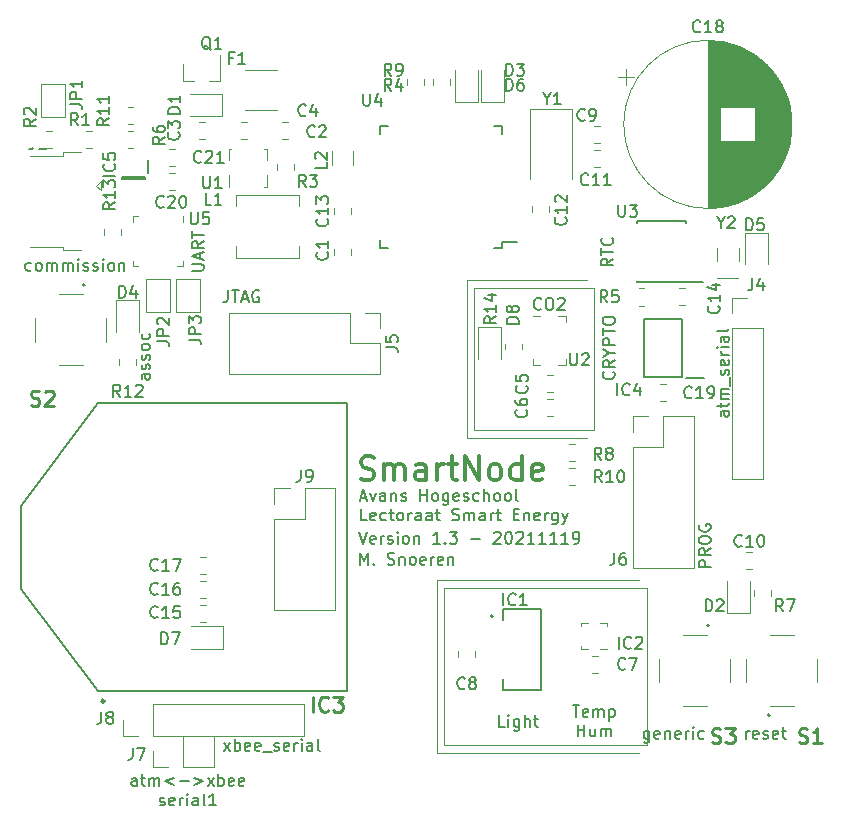
<source format=gto>
G04 #@! TF.GenerationSoftware,KiCad,Pcbnew,(5.1.9)-1*
G04 #@! TF.CreationDate,2021-11-21T12:26:00+01:00*
G04 #@! TF.ProjectId,SmartSensor,536d6172-7453-4656-9e73-6f722e6b6963,1.3*
G04 #@! TF.SameCoordinates,Original*
G04 #@! TF.FileFunction,Legend,Top*
G04 #@! TF.FilePolarity,Positive*
%FSLAX46Y46*%
G04 Gerber Fmt 4.6, Leading zero omitted, Abs format (unit mm)*
G04 Created by KiCad (PCBNEW (5.1.9)-1) date 2021-11-21 12:26:00*
%MOMM*%
%LPD*%
G01*
G04 APERTURE LIST*
%ADD10C,0.150000*%
%ADD11C,0.120000*%
%ADD12C,0.300000*%
%ADD13C,0.200000*%
%ADD14C,0.100000*%
%ADD15C,0.254000*%
%ADD16C,2.502000*%
%ADD17O,1.602000X1.202000*%
%ADD18O,1.802000X1.452000*%
%ADD19O,1.802000X1.802000*%
%ADD20C,1.202000*%
%ADD21C,4.502000*%
%ADD22C,0.802000*%
G04 APERTURE END LIST*
D10*
X178014380Y-100782238D02*
X178823904Y-100782238D01*
X178919142Y-100734619D01*
X178966761Y-100687000D01*
X179014380Y-100591761D01*
X179014380Y-100401285D01*
X178966761Y-100306047D01*
X178919142Y-100258428D01*
X178823904Y-100210809D01*
X178014380Y-100210809D01*
X178728666Y-99782238D02*
X178728666Y-99306047D01*
X179014380Y-99877476D02*
X178014380Y-99544142D01*
X179014380Y-99210809D01*
X179014380Y-98306047D02*
X178538190Y-98639380D01*
X179014380Y-98877476D02*
X178014380Y-98877476D01*
X178014380Y-98496523D01*
X178062000Y-98401285D01*
X178109619Y-98353666D01*
X178204857Y-98306047D01*
X178347714Y-98306047D01*
X178442952Y-98353666D01*
X178490571Y-98401285D01*
X178538190Y-98496523D01*
X178538190Y-98877476D01*
X178014380Y-98020333D02*
X178014380Y-97448904D01*
X179014380Y-97734619D02*
X178014380Y-97734619D01*
X213685380Y-99758428D02*
X213209190Y-100091761D01*
X213685380Y-100329857D02*
X212685380Y-100329857D01*
X212685380Y-99948904D01*
X212733000Y-99853666D01*
X212780619Y-99806047D01*
X212875857Y-99758428D01*
X213018714Y-99758428D01*
X213113952Y-99806047D01*
X213161571Y-99853666D01*
X213209190Y-99948904D01*
X213209190Y-100329857D01*
X212685380Y-99472714D02*
X212685380Y-98901285D01*
X213685380Y-99187000D02*
X212685380Y-99187000D01*
X213590142Y-97996523D02*
X213637761Y-98044142D01*
X213685380Y-98187000D01*
X213685380Y-98282238D01*
X213637761Y-98425095D01*
X213542523Y-98520333D01*
X213447285Y-98567952D01*
X213256809Y-98615571D01*
X213113952Y-98615571D01*
X212923476Y-98567952D01*
X212828238Y-98520333D01*
X212733000Y-98425095D01*
X212685380Y-98282238D01*
X212685380Y-98187000D01*
X212733000Y-98044142D01*
X212780619Y-97996523D01*
X213717142Y-109338809D02*
X213764761Y-109386428D01*
X213812380Y-109529285D01*
X213812380Y-109624523D01*
X213764761Y-109767380D01*
X213669523Y-109862619D01*
X213574285Y-109910238D01*
X213383809Y-109957857D01*
X213240952Y-109957857D01*
X213050476Y-109910238D01*
X212955238Y-109862619D01*
X212860000Y-109767380D01*
X212812380Y-109624523D01*
X212812380Y-109529285D01*
X212860000Y-109386428D01*
X212907619Y-109338809D01*
X213812380Y-108338809D02*
X213336190Y-108672142D01*
X213812380Y-108910238D02*
X212812380Y-108910238D01*
X212812380Y-108529285D01*
X212860000Y-108434047D01*
X212907619Y-108386428D01*
X213002857Y-108338809D01*
X213145714Y-108338809D01*
X213240952Y-108386428D01*
X213288571Y-108434047D01*
X213336190Y-108529285D01*
X213336190Y-108910238D01*
X213336190Y-107719761D02*
X213812380Y-107719761D01*
X212812380Y-108053095D02*
X213336190Y-107719761D01*
X212812380Y-107386428D01*
X213812380Y-107053095D02*
X212812380Y-107053095D01*
X212812380Y-106672142D01*
X212860000Y-106576904D01*
X212907619Y-106529285D01*
X213002857Y-106481666D01*
X213145714Y-106481666D01*
X213240952Y-106529285D01*
X213288571Y-106576904D01*
X213336190Y-106672142D01*
X213336190Y-107053095D01*
X212812380Y-106195952D02*
X212812380Y-105624523D01*
X213812380Y-105910238D02*
X212812380Y-105910238D01*
X212812380Y-105100714D02*
X212812380Y-104910238D01*
X212860000Y-104815000D01*
X212955238Y-104719761D01*
X213145714Y-104672142D01*
X213479047Y-104672142D01*
X213669523Y-104719761D01*
X213764761Y-104815000D01*
X213812380Y-104910238D01*
X213812380Y-105100714D01*
X213764761Y-105195952D01*
X213669523Y-105291190D01*
X213479047Y-105338809D01*
X213145714Y-105338809D01*
X212955238Y-105291190D01*
X212860000Y-105195952D01*
X212812380Y-105100714D01*
X181078333Y-102449380D02*
X181078333Y-103163666D01*
X181030714Y-103306523D01*
X180935476Y-103401761D01*
X180792619Y-103449380D01*
X180697380Y-103449380D01*
X181411666Y-102449380D02*
X181983095Y-102449380D01*
X181697380Y-103449380D02*
X181697380Y-102449380D01*
X182268809Y-103163666D02*
X182745000Y-103163666D01*
X182173571Y-103449380D02*
X182506904Y-102449380D01*
X182840238Y-103449380D01*
X183697380Y-102497000D02*
X183602142Y-102449380D01*
X183459285Y-102449380D01*
X183316428Y-102497000D01*
X183221190Y-102592238D01*
X183173571Y-102687476D01*
X183125952Y-102877952D01*
X183125952Y-103020809D01*
X183173571Y-103211285D01*
X183221190Y-103306523D01*
X183316428Y-103401761D01*
X183459285Y-103449380D01*
X183554523Y-103449380D01*
X183697380Y-103401761D01*
X183745000Y-103354142D01*
X183745000Y-103020809D01*
X183554523Y-103020809D01*
D11*
X201295000Y-114935000D02*
X211455000Y-114935000D01*
X201295000Y-101600000D02*
X201295000Y-114935000D01*
X211455000Y-101600000D02*
X201295000Y-101600000D01*
X212090000Y-114300000D02*
X212090000Y-102235000D01*
X201930000Y-114300000D02*
X212090000Y-114300000D01*
X201930000Y-102235000D02*
X201930000Y-114300000D01*
X212090000Y-102235000D02*
X201930000Y-102235000D01*
X198755000Y-141605000D02*
X215900000Y-141605000D01*
X198755000Y-127000000D02*
X198755000Y-141605000D01*
X215900000Y-127000000D02*
X198755000Y-127000000D01*
X199390000Y-140970000D02*
X199390000Y-127635000D01*
X216535000Y-140970000D02*
X199390000Y-140970000D01*
X216535000Y-127635000D02*
X216535000Y-140970000D01*
X199390000Y-127635000D02*
X216535000Y-127635000D01*
D10*
X174442380Y-109553190D02*
X173918571Y-109553190D01*
X173823333Y-109600809D01*
X173775714Y-109696047D01*
X173775714Y-109886523D01*
X173823333Y-109981761D01*
X174394761Y-109553190D02*
X174442380Y-109648428D01*
X174442380Y-109886523D01*
X174394761Y-109981761D01*
X174299523Y-110029380D01*
X174204285Y-110029380D01*
X174109047Y-109981761D01*
X174061428Y-109886523D01*
X174061428Y-109648428D01*
X174013809Y-109553190D01*
X174394761Y-109124619D02*
X174442380Y-109029380D01*
X174442380Y-108838904D01*
X174394761Y-108743666D01*
X174299523Y-108696047D01*
X174251904Y-108696047D01*
X174156666Y-108743666D01*
X174109047Y-108838904D01*
X174109047Y-108981761D01*
X174061428Y-109077000D01*
X173966190Y-109124619D01*
X173918571Y-109124619D01*
X173823333Y-109077000D01*
X173775714Y-108981761D01*
X173775714Y-108838904D01*
X173823333Y-108743666D01*
X174394761Y-108315095D02*
X174442380Y-108219857D01*
X174442380Y-108029380D01*
X174394761Y-107934142D01*
X174299523Y-107886523D01*
X174251904Y-107886523D01*
X174156666Y-107934142D01*
X174109047Y-108029380D01*
X174109047Y-108172238D01*
X174061428Y-108267476D01*
X173966190Y-108315095D01*
X173918571Y-108315095D01*
X173823333Y-108267476D01*
X173775714Y-108172238D01*
X173775714Y-108029380D01*
X173823333Y-107934142D01*
X174442380Y-107315095D02*
X174394761Y-107410333D01*
X174347142Y-107457952D01*
X174251904Y-107505571D01*
X173966190Y-107505571D01*
X173870952Y-107457952D01*
X173823333Y-107410333D01*
X173775714Y-107315095D01*
X173775714Y-107172238D01*
X173823333Y-107077000D01*
X173870952Y-107029380D01*
X173966190Y-106981761D01*
X174251904Y-106981761D01*
X174347142Y-107029380D01*
X174394761Y-107077000D01*
X174442380Y-107172238D01*
X174442380Y-107315095D01*
X174394761Y-106124619D02*
X174442380Y-106219857D01*
X174442380Y-106410333D01*
X174394761Y-106505571D01*
X174347142Y-106553190D01*
X174251904Y-106600809D01*
X173966190Y-106600809D01*
X173870952Y-106553190D01*
X173823333Y-106505571D01*
X173775714Y-106410333D01*
X173775714Y-106219857D01*
X173823333Y-106124619D01*
X216749571Y-139739714D02*
X216749571Y-140549238D01*
X216701952Y-140644476D01*
X216654333Y-140692095D01*
X216559095Y-140739714D01*
X216416238Y-140739714D01*
X216321000Y-140692095D01*
X216749571Y-140358761D02*
X216654333Y-140406380D01*
X216463857Y-140406380D01*
X216368619Y-140358761D01*
X216321000Y-140311142D01*
X216273380Y-140215904D01*
X216273380Y-139930190D01*
X216321000Y-139834952D01*
X216368619Y-139787333D01*
X216463857Y-139739714D01*
X216654333Y-139739714D01*
X216749571Y-139787333D01*
X217606714Y-140358761D02*
X217511476Y-140406380D01*
X217321000Y-140406380D01*
X217225761Y-140358761D01*
X217178142Y-140263523D01*
X217178142Y-139882571D01*
X217225761Y-139787333D01*
X217321000Y-139739714D01*
X217511476Y-139739714D01*
X217606714Y-139787333D01*
X217654333Y-139882571D01*
X217654333Y-139977809D01*
X217178142Y-140073047D01*
X218082904Y-139739714D02*
X218082904Y-140406380D01*
X218082904Y-139834952D02*
X218130523Y-139787333D01*
X218225761Y-139739714D01*
X218368619Y-139739714D01*
X218463857Y-139787333D01*
X218511476Y-139882571D01*
X218511476Y-140406380D01*
X219368619Y-140358761D02*
X219273380Y-140406380D01*
X219082904Y-140406380D01*
X218987666Y-140358761D01*
X218940047Y-140263523D01*
X218940047Y-139882571D01*
X218987666Y-139787333D01*
X219082904Y-139739714D01*
X219273380Y-139739714D01*
X219368619Y-139787333D01*
X219416238Y-139882571D01*
X219416238Y-139977809D01*
X218940047Y-140073047D01*
X219844809Y-140406380D02*
X219844809Y-139739714D01*
X219844809Y-139930190D02*
X219892428Y-139834952D01*
X219940047Y-139787333D01*
X220035285Y-139739714D01*
X220130523Y-139739714D01*
X220463857Y-140406380D02*
X220463857Y-139739714D01*
X220463857Y-139406380D02*
X220416238Y-139454000D01*
X220463857Y-139501619D01*
X220511476Y-139454000D01*
X220463857Y-139406380D01*
X220463857Y-139501619D01*
X221368619Y-140358761D02*
X221273380Y-140406380D01*
X221082904Y-140406380D01*
X220987666Y-140358761D01*
X220940047Y-140311142D01*
X220892428Y-140215904D01*
X220892428Y-139930190D01*
X220940047Y-139834952D01*
X220987666Y-139787333D01*
X221082904Y-139739714D01*
X221273380Y-139739714D01*
X221368619Y-139787333D01*
X173363476Y-144407380D02*
X173363476Y-143883571D01*
X173315857Y-143788333D01*
X173220619Y-143740714D01*
X173030142Y-143740714D01*
X172934904Y-143788333D01*
X173363476Y-144359761D02*
X173268238Y-144407380D01*
X173030142Y-144407380D01*
X172934904Y-144359761D01*
X172887285Y-144264523D01*
X172887285Y-144169285D01*
X172934904Y-144074047D01*
X173030142Y-144026428D01*
X173268238Y-144026428D01*
X173363476Y-143978809D01*
X173696809Y-143740714D02*
X174077761Y-143740714D01*
X173839666Y-143407380D02*
X173839666Y-144264523D01*
X173887285Y-144359761D01*
X173982523Y-144407380D01*
X174077761Y-144407380D01*
X174411095Y-144407380D02*
X174411095Y-143740714D01*
X174411095Y-143835952D02*
X174458714Y-143788333D01*
X174553952Y-143740714D01*
X174696809Y-143740714D01*
X174792047Y-143788333D01*
X174839666Y-143883571D01*
X174839666Y-144407380D01*
X174839666Y-143883571D02*
X174887285Y-143788333D01*
X174982523Y-143740714D01*
X175125380Y-143740714D01*
X175220619Y-143788333D01*
X175268238Y-143883571D01*
X175268238Y-144407380D01*
X176506333Y-143740714D02*
X175744428Y-144026428D01*
X176506333Y-144312142D01*
X176982523Y-144026428D02*
X177744428Y-144026428D01*
X178220619Y-143740714D02*
X178982523Y-144026428D01*
X178220619Y-144312142D01*
X179363476Y-144407380D02*
X179887285Y-143740714D01*
X179363476Y-143740714D02*
X179887285Y-144407380D01*
X180268238Y-144407380D02*
X180268238Y-143407380D01*
X180268238Y-143788333D02*
X180363476Y-143740714D01*
X180553952Y-143740714D01*
X180649190Y-143788333D01*
X180696809Y-143835952D01*
X180744428Y-143931190D01*
X180744428Y-144216904D01*
X180696809Y-144312142D01*
X180649190Y-144359761D01*
X180553952Y-144407380D01*
X180363476Y-144407380D01*
X180268238Y-144359761D01*
X181553952Y-144359761D02*
X181458714Y-144407380D01*
X181268238Y-144407380D01*
X181173000Y-144359761D01*
X181125380Y-144264523D01*
X181125380Y-143883571D01*
X181173000Y-143788333D01*
X181268238Y-143740714D01*
X181458714Y-143740714D01*
X181553952Y-143788333D01*
X181601571Y-143883571D01*
X181601571Y-143978809D01*
X181125380Y-144074047D01*
X182411095Y-144359761D02*
X182315857Y-144407380D01*
X182125380Y-144407380D01*
X182030142Y-144359761D01*
X181982523Y-144264523D01*
X181982523Y-143883571D01*
X182030142Y-143788333D01*
X182125380Y-143740714D01*
X182315857Y-143740714D01*
X182411095Y-143788333D01*
X182458714Y-143883571D01*
X182458714Y-143978809D01*
X181982523Y-144074047D01*
X175292047Y-146009761D02*
X175387285Y-146057380D01*
X175577761Y-146057380D01*
X175673000Y-146009761D01*
X175720619Y-145914523D01*
X175720619Y-145866904D01*
X175673000Y-145771666D01*
X175577761Y-145724047D01*
X175434904Y-145724047D01*
X175339666Y-145676428D01*
X175292047Y-145581190D01*
X175292047Y-145533571D01*
X175339666Y-145438333D01*
X175434904Y-145390714D01*
X175577761Y-145390714D01*
X175673000Y-145438333D01*
X176530142Y-146009761D02*
X176434904Y-146057380D01*
X176244428Y-146057380D01*
X176149190Y-146009761D01*
X176101571Y-145914523D01*
X176101571Y-145533571D01*
X176149190Y-145438333D01*
X176244428Y-145390714D01*
X176434904Y-145390714D01*
X176530142Y-145438333D01*
X176577761Y-145533571D01*
X176577761Y-145628809D01*
X176101571Y-145724047D01*
X177006333Y-146057380D02*
X177006333Y-145390714D01*
X177006333Y-145581190D02*
X177053952Y-145485952D01*
X177101571Y-145438333D01*
X177196809Y-145390714D01*
X177292047Y-145390714D01*
X177625380Y-146057380D02*
X177625380Y-145390714D01*
X177625380Y-145057380D02*
X177577761Y-145105000D01*
X177625380Y-145152619D01*
X177673000Y-145105000D01*
X177625380Y-145057380D01*
X177625380Y-145152619D01*
X178530142Y-146057380D02*
X178530142Y-145533571D01*
X178482523Y-145438333D01*
X178387285Y-145390714D01*
X178196809Y-145390714D01*
X178101571Y-145438333D01*
X178530142Y-146009761D02*
X178434904Y-146057380D01*
X178196809Y-146057380D01*
X178101571Y-146009761D01*
X178053952Y-145914523D01*
X178053952Y-145819285D01*
X178101571Y-145724047D01*
X178196809Y-145676428D01*
X178434904Y-145676428D01*
X178530142Y-145628809D01*
X179149190Y-146057380D02*
X179053952Y-146009761D01*
X179006333Y-145914523D01*
X179006333Y-145057380D01*
X180053952Y-146057380D02*
X179482523Y-146057380D01*
X179768238Y-146057380D02*
X179768238Y-145057380D01*
X179673000Y-145200238D01*
X179577761Y-145295476D01*
X179482523Y-145343095D01*
X180737380Y-141422380D02*
X181261190Y-140755714D01*
X180737380Y-140755714D02*
X181261190Y-141422380D01*
X181642142Y-141422380D02*
X181642142Y-140422380D01*
X181642142Y-140803333D02*
X181737380Y-140755714D01*
X181927857Y-140755714D01*
X182023095Y-140803333D01*
X182070714Y-140850952D01*
X182118333Y-140946190D01*
X182118333Y-141231904D01*
X182070714Y-141327142D01*
X182023095Y-141374761D01*
X181927857Y-141422380D01*
X181737380Y-141422380D01*
X181642142Y-141374761D01*
X182927857Y-141374761D02*
X182832619Y-141422380D01*
X182642142Y-141422380D01*
X182546904Y-141374761D01*
X182499285Y-141279523D01*
X182499285Y-140898571D01*
X182546904Y-140803333D01*
X182642142Y-140755714D01*
X182832619Y-140755714D01*
X182927857Y-140803333D01*
X182975476Y-140898571D01*
X182975476Y-140993809D01*
X182499285Y-141089047D01*
X183785000Y-141374761D02*
X183689761Y-141422380D01*
X183499285Y-141422380D01*
X183404047Y-141374761D01*
X183356428Y-141279523D01*
X183356428Y-140898571D01*
X183404047Y-140803333D01*
X183499285Y-140755714D01*
X183689761Y-140755714D01*
X183785000Y-140803333D01*
X183832619Y-140898571D01*
X183832619Y-140993809D01*
X183356428Y-141089047D01*
X184023095Y-141517619D02*
X184785000Y-141517619D01*
X184975476Y-141374761D02*
X185070714Y-141422380D01*
X185261190Y-141422380D01*
X185356428Y-141374761D01*
X185404047Y-141279523D01*
X185404047Y-141231904D01*
X185356428Y-141136666D01*
X185261190Y-141089047D01*
X185118333Y-141089047D01*
X185023095Y-141041428D01*
X184975476Y-140946190D01*
X184975476Y-140898571D01*
X185023095Y-140803333D01*
X185118333Y-140755714D01*
X185261190Y-140755714D01*
X185356428Y-140803333D01*
X186213571Y-141374761D02*
X186118333Y-141422380D01*
X185927857Y-141422380D01*
X185832619Y-141374761D01*
X185785000Y-141279523D01*
X185785000Y-140898571D01*
X185832619Y-140803333D01*
X185927857Y-140755714D01*
X186118333Y-140755714D01*
X186213571Y-140803333D01*
X186261190Y-140898571D01*
X186261190Y-140993809D01*
X185785000Y-141089047D01*
X186689761Y-141422380D02*
X186689761Y-140755714D01*
X186689761Y-140946190D02*
X186737380Y-140850952D01*
X186785000Y-140803333D01*
X186880238Y-140755714D01*
X186975476Y-140755714D01*
X187308809Y-141422380D02*
X187308809Y-140755714D01*
X187308809Y-140422380D02*
X187261190Y-140470000D01*
X187308809Y-140517619D01*
X187356428Y-140470000D01*
X187308809Y-140422380D01*
X187308809Y-140517619D01*
X188213571Y-141422380D02*
X188213571Y-140898571D01*
X188165952Y-140803333D01*
X188070714Y-140755714D01*
X187880238Y-140755714D01*
X187785000Y-140803333D01*
X188213571Y-141374761D02*
X188118333Y-141422380D01*
X187880238Y-141422380D01*
X187785000Y-141374761D01*
X187737380Y-141279523D01*
X187737380Y-141184285D01*
X187785000Y-141089047D01*
X187880238Y-141041428D01*
X188118333Y-141041428D01*
X188213571Y-140993809D01*
X188832619Y-141422380D02*
X188737380Y-141374761D01*
X188689761Y-141279523D01*
X188689761Y-140422380D01*
X223464380Y-112688285D02*
X222940571Y-112688285D01*
X222845333Y-112735904D01*
X222797714Y-112831142D01*
X222797714Y-113021619D01*
X222845333Y-113116857D01*
X223416761Y-112688285D02*
X223464380Y-112783523D01*
X223464380Y-113021619D01*
X223416761Y-113116857D01*
X223321523Y-113164476D01*
X223226285Y-113164476D01*
X223131047Y-113116857D01*
X223083428Y-113021619D01*
X223083428Y-112783523D01*
X223035809Y-112688285D01*
X222797714Y-112354952D02*
X222797714Y-111974000D01*
X222464380Y-112212095D02*
X223321523Y-112212095D01*
X223416761Y-112164476D01*
X223464380Y-112069238D01*
X223464380Y-111974000D01*
X223464380Y-111640666D02*
X222797714Y-111640666D01*
X222892952Y-111640666D02*
X222845333Y-111593047D01*
X222797714Y-111497809D01*
X222797714Y-111354952D01*
X222845333Y-111259714D01*
X222940571Y-111212095D01*
X223464380Y-111212095D01*
X222940571Y-111212095D02*
X222845333Y-111164476D01*
X222797714Y-111069238D01*
X222797714Y-110926380D01*
X222845333Y-110831142D01*
X222940571Y-110783523D01*
X223464380Y-110783523D01*
X223559619Y-110545428D02*
X223559619Y-109783523D01*
X223416761Y-109593047D02*
X223464380Y-109497809D01*
X223464380Y-109307333D01*
X223416761Y-109212095D01*
X223321523Y-109164476D01*
X223273904Y-109164476D01*
X223178666Y-109212095D01*
X223131047Y-109307333D01*
X223131047Y-109450190D01*
X223083428Y-109545428D01*
X222988190Y-109593047D01*
X222940571Y-109593047D01*
X222845333Y-109545428D01*
X222797714Y-109450190D01*
X222797714Y-109307333D01*
X222845333Y-109212095D01*
X223416761Y-108354952D02*
X223464380Y-108450190D01*
X223464380Y-108640666D01*
X223416761Y-108735904D01*
X223321523Y-108783523D01*
X222940571Y-108783523D01*
X222845333Y-108735904D01*
X222797714Y-108640666D01*
X222797714Y-108450190D01*
X222845333Y-108354952D01*
X222940571Y-108307333D01*
X223035809Y-108307333D01*
X223131047Y-108783523D01*
X223464380Y-107878761D02*
X222797714Y-107878761D01*
X222988190Y-107878761D02*
X222892952Y-107831142D01*
X222845333Y-107783523D01*
X222797714Y-107688285D01*
X222797714Y-107593047D01*
X223464380Y-107259714D02*
X222797714Y-107259714D01*
X222464380Y-107259714D02*
X222512000Y-107307333D01*
X222559619Y-107259714D01*
X222512000Y-107212095D01*
X222464380Y-107259714D01*
X222559619Y-107259714D01*
X223464380Y-106354952D02*
X222940571Y-106354952D01*
X222845333Y-106402571D01*
X222797714Y-106497809D01*
X222797714Y-106688285D01*
X222845333Y-106783523D01*
X223416761Y-106354952D02*
X223464380Y-106450190D01*
X223464380Y-106688285D01*
X223416761Y-106783523D01*
X223321523Y-106831142D01*
X223226285Y-106831142D01*
X223131047Y-106783523D01*
X223083428Y-106688285D01*
X223083428Y-106450190D01*
X223035809Y-106354952D01*
X223464380Y-105735904D02*
X223416761Y-105831142D01*
X223321523Y-105878761D01*
X222464380Y-105878761D01*
X221940380Y-125864714D02*
X220940380Y-125864714D01*
X220940380Y-125483761D01*
X220988000Y-125388523D01*
X221035619Y-125340904D01*
X221130857Y-125293285D01*
X221273714Y-125293285D01*
X221368952Y-125340904D01*
X221416571Y-125388523D01*
X221464190Y-125483761D01*
X221464190Y-125864714D01*
X221940380Y-124293285D02*
X221464190Y-124626619D01*
X221940380Y-124864714D02*
X220940380Y-124864714D01*
X220940380Y-124483761D01*
X220988000Y-124388523D01*
X221035619Y-124340904D01*
X221130857Y-124293285D01*
X221273714Y-124293285D01*
X221368952Y-124340904D01*
X221416571Y-124388523D01*
X221464190Y-124483761D01*
X221464190Y-124864714D01*
X220940380Y-123674238D02*
X220940380Y-123483761D01*
X220988000Y-123388523D01*
X221083238Y-123293285D01*
X221273714Y-123245666D01*
X221607047Y-123245666D01*
X221797523Y-123293285D01*
X221892761Y-123388523D01*
X221940380Y-123483761D01*
X221940380Y-123674238D01*
X221892761Y-123769476D01*
X221797523Y-123864714D01*
X221607047Y-123912333D01*
X221273714Y-123912333D01*
X221083238Y-123864714D01*
X220988000Y-123769476D01*
X220940380Y-123674238D01*
X220988000Y-122293285D02*
X220940380Y-122388523D01*
X220940380Y-122531380D01*
X220988000Y-122674238D01*
X221083238Y-122769476D01*
X221178476Y-122817095D01*
X221368952Y-122864714D01*
X221511809Y-122864714D01*
X221702285Y-122817095D01*
X221797523Y-122769476D01*
X221892761Y-122674238D01*
X221940380Y-122531380D01*
X221940380Y-122436142D01*
X221892761Y-122293285D01*
X221845142Y-122245666D01*
X221511809Y-122245666D01*
X221511809Y-122436142D01*
X192262619Y-125674380D02*
X192262619Y-124674380D01*
X192595952Y-125388666D01*
X192929285Y-124674380D01*
X192929285Y-125674380D01*
X193405476Y-125579142D02*
X193453095Y-125626761D01*
X193405476Y-125674380D01*
X193357857Y-125626761D01*
X193405476Y-125579142D01*
X193405476Y-125674380D01*
X194595952Y-125626761D02*
X194738809Y-125674380D01*
X194976904Y-125674380D01*
X195072142Y-125626761D01*
X195119761Y-125579142D01*
X195167380Y-125483904D01*
X195167380Y-125388666D01*
X195119761Y-125293428D01*
X195072142Y-125245809D01*
X194976904Y-125198190D01*
X194786428Y-125150571D01*
X194691190Y-125102952D01*
X194643571Y-125055333D01*
X194595952Y-124960095D01*
X194595952Y-124864857D01*
X194643571Y-124769619D01*
X194691190Y-124722000D01*
X194786428Y-124674380D01*
X195024523Y-124674380D01*
X195167380Y-124722000D01*
X195595952Y-125007714D02*
X195595952Y-125674380D01*
X195595952Y-125102952D02*
X195643571Y-125055333D01*
X195738809Y-125007714D01*
X195881666Y-125007714D01*
X195976904Y-125055333D01*
X196024523Y-125150571D01*
X196024523Y-125674380D01*
X196643571Y-125674380D02*
X196548333Y-125626761D01*
X196500714Y-125579142D01*
X196453095Y-125483904D01*
X196453095Y-125198190D01*
X196500714Y-125102952D01*
X196548333Y-125055333D01*
X196643571Y-125007714D01*
X196786428Y-125007714D01*
X196881666Y-125055333D01*
X196929285Y-125102952D01*
X196976904Y-125198190D01*
X196976904Y-125483904D01*
X196929285Y-125579142D01*
X196881666Y-125626761D01*
X196786428Y-125674380D01*
X196643571Y-125674380D01*
X197786428Y-125626761D02*
X197691190Y-125674380D01*
X197500714Y-125674380D01*
X197405476Y-125626761D01*
X197357857Y-125531523D01*
X197357857Y-125150571D01*
X197405476Y-125055333D01*
X197500714Y-125007714D01*
X197691190Y-125007714D01*
X197786428Y-125055333D01*
X197834047Y-125150571D01*
X197834047Y-125245809D01*
X197357857Y-125341047D01*
X198262619Y-125674380D02*
X198262619Y-125007714D01*
X198262619Y-125198190D02*
X198310238Y-125102952D01*
X198357857Y-125055333D01*
X198453095Y-125007714D01*
X198548333Y-125007714D01*
X199262619Y-125626761D02*
X199167380Y-125674380D01*
X198976904Y-125674380D01*
X198881666Y-125626761D01*
X198834047Y-125531523D01*
X198834047Y-125150571D01*
X198881666Y-125055333D01*
X198976904Y-125007714D01*
X199167380Y-125007714D01*
X199262619Y-125055333D01*
X199310238Y-125150571D01*
X199310238Y-125245809D01*
X198834047Y-125341047D01*
X199738809Y-125007714D02*
X199738809Y-125674380D01*
X199738809Y-125102952D02*
X199786428Y-125055333D01*
X199881666Y-125007714D01*
X200024523Y-125007714D01*
X200119761Y-125055333D01*
X200167380Y-125150571D01*
X200167380Y-125674380D01*
X192168047Y-122896380D02*
X192501380Y-123896380D01*
X192834714Y-122896380D01*
X193549000Y-123848761D02*
X193453761Y-123896380D01*
X193263285Y-123896380D01*
X193168047Y-123848761D01*
X193120428Y-123753523D01*
X193120428Y-123372571D01*
X193168047Y-123277333D01*
X193263285Y-123229714D01*
X193453761Y-123229714D01*
X193549000Y-123277333D01*
X193596619Y-123372571D01*
X193596619Y-123467809D01*
X193120428Y-123563047D01*
X194025190Y-123896380D02*
X194025190Y-123229714D01*
X194025190Y-123420190D02*
X194072809Y-123324952D01*
X194120428Y-123277333D01*
X194215666Y-123229714D01*
X194310904Y-123229714D01*
X194596619Y-123848761D02*
X194691857Y-123896380D01*
X194882333Y-123896380D01*
X194977571Y-123848761D01*
X195025190Y-123753523D01*
X195025190Y-123705904D01*
X194977571Y-123610666D01*
X194882333Y-123563047D01*
X194739476Y-123563047D01*
X194644238Y-123515428D01*
X194596619Y-123420190D01*
X194596619Y-123372571D01*
X194644238Y-123277333D01*
X194739476Y-123229714D01*
X194882333Y-123229714D01*
X194977571Y-123277333D01*
X195453761Y-123896380D02*
X195453761Y-123229714D01*
X195453761Y-122896380D02*
X195406142Y-122944000D01*
X195453761Y-122991619D01*
X195501380Y-122944000D01*
X195453761Y-122896380D01*
X195453761Y-122991619D01*
X196072809Y-123896380D02*
X195977571Y-123848761D01*
X195929952Y-123801142D01*
X195882333Y-123705904D01*
X195882333Y-123420190D01*
X195929952Y-123324952D01*
X195977571Y-123277333D01*
X196072809Y-123229714D01*
X196215666Y-123229714D01*
X196310904Y-123277333D01*
X196358523Y-123324952D01*
X196406142Y-123420190D01*
X196406142Y-123705904D01*
X196358523Y-123801142D01*
X196310904Y-123848761D01*
X196215666Y-123896380D01*
X196072809Y-123896380D01*
X196834714Y-123229714D02*
X196834714Y-123896380D01*
X196834714Y-123324952D02*
X196882333Y-123277333D01*
X196977571Y-123229714D01*
X197120428Y-123229714D01*
X197215666Y-123277333D01*
X197263285Y-123372571D01*
X197263285Y-123896380D01*
X199025190Y-123896380D02*
X198453761Y-123896380D01*
X198739476Y-123896380D02*
X198739476Y-122896380D01*
X198644238Y-123039238D01*
X198549000Y-123134476D01*
X198453761Y-123182095D01*
X199453761Y-123801142D02*
X199501380Y-123848761D01*
X199453761Y-123896380D01*
X199406142Y-123848761D01*
X199453761Y-123801142D01*
X199453761Y-123896380D01*
X199834714Y-122896380D02*
X200453761Y-122896380D01*
X200120428Y-123277333D01*
X200263285Y-123277333D01*
X200358523Y-123324952D01*
X200406142Y-123372571D01*
X200453761Y-123467809D01*
X200453761Y-123705904D01*
X200406142Y-123801142D01*
X200358523Y-123848761D01*
X200263285Y-123896380D01*
X199977571Y-123896380D01*
X199882333Y-123848761D01*
X199834714Y-123801142D01*
X201644238Y-123515428D02*
X202406142Y-123515428D01*
X203596619Y-122991619D02*
X203644238Y-122944000D01*
X203739476Y-122896380D01*
X203977571Y-122896380D01*
X204072809Y-122944000D01*
X204120428Y-122991619D01*
X204168047Y-123086857D01*
X204168047Y-123182095D01*
X204120428Y-123324952D01*
X203549000Y-123896380D01*
X204168047Y-123896380D01*
X204787095Y-122896380D02*
X204882333Y-122896380D01*
X204977571Y-122944000D01*
X205025190Y-122991619D01*
X205072809Y-123086857D01*
X205120428Y-123277333D01*
X205120428Y-123515428D01*
X205072809Y-123705904D01*
X205025190Y-123801142D01*
X204977571Y-123848761D01*
X204882333Y-123896380D01*
X204787095Y-123896380D01*
X204691857Y-123848761D01*
X204644238Y-123801142D01*
X204596619Y-123705904D01*
X204549000Y-123515428D01*
X204549000Y-123277333D01*
X204596619Y-123086857D01*
X204644238Y-122991619D01*
X204691857Y-122944000D01*
X204787095Y-122896380D01*
X205501380Y-122991619D02*
X205549000Y-122944000D01*
X205644238Y-122896380D01*
X205882333Y-122896380D01*
X205977571Y-122944000D01*
X206025190Y-122991619D01*
X206072809Y-123086857D01*
X206072809Y-123182095D01*
X206025190Y-123324952D01*
X205453761Y-123896380D01*
X206072809Y-123896380D01*
X207025190Y-123896380D02*
X206453761Y-123896380D01*
X206739476Y-123896380D02*
X206739476Y-122896380D01*
X206644238Y-123039238D01*
X206549000Y-123134476D01*
X206453761Y-123182095D01*
X207977571Y-123896380D02*
X207406142Y-123896380D01*
X207691857Y-123896380D02*
X207691857Y-122896380D01*
X207596619Y-123039238D01*
X207501380Y-123134476D01*
X207406142Y-123182095D01*
X208929952Y-123896380D02*
X208358523Y-123896380D01*
X208644238Y-123896380D02*
X208644238Y-122896380D01*
X208549000Y-123039238D01*
X208453761Y-123134476D01*
X208358523Y-123182095D01*
X209882333Y-123896380D02*
X209310904Y-123896380D01*
X209596619Y-123896380D02*
X209596619Y-122896380D01*
X209501380Y-123039238D01*
X209406142Y-123134476D01*
X209310904Y-123182095D01*
X210358523Y-123896380D02*
X210549000Y-123896380D01*
X210644238Y-123848761D01*
X210691857Y-123801142D01*
X210787095Y-123658285D01*
X210834714Y-123467809D01*
X210834714Y-123086857D01*
X210787095Y-122991619D01*
X210739476Y-122944000D01*
X210644238Y-122896380D01*
X210453761Y-122896380D01*
X210358523Y-122944000D01*
X210310904Y-122991619D01*
X210263285Y-123086857D01*
X210263285Y-123324952D01*
X210310904Y-123420190D01*
X210358523Y-123467809D01*
X210453761Y-123515428D01*
X210644238Y-123515428D01*
X210739476Y-123467809D01*
X210787095Y-123420190D01*
X210834714Y-123324952D01*
D12*
X192310714Y-118411523D02*
X192596428Y-118506761D01*
X193072619Y-118506761D01*
X193263095Y-118411523D01*
X193358333Y-118316285D01*
X193453571Y-118125809D01*
X193453571Y-117935333D01*
X193358333Y-117744857D01*
X193263095Y-117649619D01*
X193072619Y-117554380D01*
X192691666Y-117459142D01*
X192501190Y-117363904D01*
X192405952Y-117268666D01*
X192310714Y-117078190D01*
X192310714Y-116887714D01*
X192405952Y-116697238D01*
X192501190Y-116602000D01*
X192691666Y-116506761D01*
X193167857Y-116506761D01*
X193453571Y-116602000D01*
X194310714Y-118506761D02*
X194310714Y-117173428D01*
X194310714Y-117363904D02*
X194405952Y-117268666D01*
X194596428Y-117173428D01*
X194882142Y-117173428D01*
X195072619Y-117268666D01*
X195167857Y-117459142D01*
X195167857Y-118506761D01*
X195167857Y-117459142D02*
X195263095Y-117268666D01*
X195453571Y-117173428D01*
X195739285Y-117173428D01*
X195929761Y-117268666D01*
X196025000Y-117459142D01*
X196025000Y-118506761D01*
X197834523Y-118506761D02*
X197834523Y-117459142D01*
X197739285Y-117268666D01*
X197548809Y-117173428D01*
X197167857Y-117173428D01*
X196977380Y-117268666D01*
X197834523Y-118411523D02*
X197644047Y-118506761D01*
X197167857Y-118506761D01*
X196977380Y-118411523D01*
X196882142Y-118221047D01*
X196882142Y-118030571D01*
X196977380Y-117840095D01*
X197167857Y-117744857D01*
X197644047Y-117744857D01*
X197834523Y-117649619D01*
X198786904Y-118506761D02*
X198786904Y-117173428D01*
X198786904Y-117554380D02*
X198882142Y-117363904D01*
X198977380Y-117268666D01*
X199167857Y-117173428D01*
X199358333Y-117173428D01*
X199739285Y-117173428D02*
X200501190Y-117173428D01*
X200025000Y-116506761D02*
X200025000Y-118221047D01*
X200120238Y-118411523D01*
X200310714Y-118506761D01*
X200501190Y-118506761D01*
X201167857Y-118506761D02*
X201167857Y-116506761D01*
X202310714Y-118506761D01*
X202310714Y-116506761D01*
X203548809Y-118506761D02*
X203358333Y-118411523D01*
X203263095Y-118316285D01*
X203167857Y-118125809D01*
X203167857Y-117554380D01*
X203263095Y-117363904D01*
X203358333Y-117268666D01*
X203548809Y-117173428D01*
X203834523Y-117173428D01*
X204025000Y-117268666D01*
X204120238Y-117363904D01*
X204215476Y-117554380D01*
X204215476Y-118125809D01*
X204120238Y-118316285D01*
X204025000Y-118411523D01*
X203834523Y-118506761D01*
X203548809Y-118506761D01*
X205929761Y-118506761D02*
X205929761Y-116506761D01*
X205929761Y-118411523D02*
X205739285Y-118506761D01*
X205358333Y-118506761D01*
X205167857Y-118411523D01*
X205072619Y-118316285D01*
X204977380Y-118125809D01*
X204977380Y-117554380D01*
X205072619Y-117363904D01*
X205167857Y-117268666D01*
X205358333Y-117173428D01*
X205739285Y-117173428D01*
X205929761Y-117268666D01*
X207644047Y-118411523D02*
X207453571Y-118506761D01*
X207072619Y-118506761D01*
X206882142Y-118411523D01*
X206786904Y-118221047D01*
X206786904Y-117459142D01*
X206882142Y-117268666D01*
X207072619Y-117173428D01*
X207453571Y-117173428D01*
X207644047Y-117268666D01*
X207739285Y-117459142D01*
X207739285Y-117649619D01*
X206786904Y-117840095D01*
D10*
X192311976Y-119991666D02*
X192788166Y-119991666D01*
X192216738Y-120277380D02*
X192550071Y-119277380D01*
X192883404Y-120277380D01*
X193121500Y-119610714D02*
X193359595Y-120277380D01*
X193597690Y-119610714D01*
X194407214Y-120277380D02*
X194407214Y-119753571D01*
X194359595Y-119658333D01*
X194264357Y-119610714D01*
X194073880Y-119610714D01*
X193978642Y-119658333D01*
X194407214Y-120229761D02*
X194311976Y-120277380D01*
X194073880Y-120277380D01*
X193978642Y-120229761D01*
X193931023Y-120134523D01*
X193931023Y-120039285D01*
X193978642Y-119944047D01*
X194073880Y-119896428D01*
X194311976Y-119896428D01*
X194407214Y-119848809D01*
X194883404Y-119610714D02*
X194883404Y-120277380D01*
X194883404Y-119705952D02*
X194931023Y-119658333D01*
X195026261Y-119610714D01*
X195169119Y-119610714D01*
X195264357Y-119658333D01*
X195311976Y-119753571D01*
X195311976Y-120277380D01*
X195740547Y-120229761D02*
X195835785Y-120277380D01*
X196026261Y-120277380D01*
X196121500Y-120229761D01*
X196169119Y-120134523D01*
X196169119Y-120086904D01*
X196121500Y-119991666D01*
X196026261Y-119944047D01*
X195883404Y-119944047D01*
X195788166Y-119896428D01*
X195740547Y-119801190D01*
X195740547Y-119753571D01*
X195788166Y-119658333D01*
X195883404Y-119610714D01*
X196026261Y-119610714D01*
X196121500Y-119658333D01*
X197359595Y-120277380D02*
X197359595Y-119277380D01*
X197359595Y-119753571D02*
X197931023Y-119753571D01*
X197931023Y-120277380D02*
X197931023Y-119277380D01*
X198550071Y-120277380D02*
X198454833Y-120229761D01*
X198407214Y-120182142D01*
X198359595Y-120086904D01*
X198359595Y-119801190D01*
X198407214Y-119705952D01*
X198454833Y-119658333D01*
X198550071Y-119610714D01*
X198692928Y-119610714D01*
X198788166Y-119658333D01*
X198835785Y-119705952D01*
X198883404Y-119801190D01*
X198883404Y-120086904D01*
X198835785Y-120182142D01*
X198788166Y-120229761D01*
X198692928Y-120277380D01*
X198550071Y-120277380D01*
X199740547Y-119610714D02*
X199740547Y-120420238D01*
X199692928Y-120515476D01*
X199645309Y-120563095D01*
X199550071Y-120610714D01*
X199407214Y-120610714D01*
X199311976Y-120563095D01*
X199740547Y-120229761D02*
X199645309Y-120277380D01*
X199454833Y-120277380D01*
X199359595Y-120229761D01*
X199311976Y-120182142D01*
X199264357Y-120086904D01*
X199264357Y-119801190D01*
X199311976Y-119705952D01*
X199359595Y-119658333D01*
X199454833Y-119610714D01*
X199645309Y-119610714D01*
X199740547Y-119658333D01*
X200597690Y-120229761D02*
X200502452Y-120277380D01*
X200311976Y-120277380D01*
X200216738Y-120229761D01*
X200169119Y-120134523D01*
X200169119Y-119753571D01*
X200216738Y-119658333D01*
X200311976Y-119610714D01*
X200502452Y-119610714D01*
X200597690Y-119658333D01*
X200645309Y-119753571D01*
X200645309Y-119848809D01*
X200169119Y-119944047D01*
X201026261Y-120229761D02*
X201121500Y-120277380D01*
X201311976Y-120277380D01*
X201407214Y-120229761D01*
X201454833Y-120134523D01*
X201454833Y-120086904D01*
X201407214Y-119991666D01*
X201311976Y-119944047D01*
X201169119Y-119944047D01*
X201073880Y-119896428D01*
X201026261Y-119801190D01*
X201026261Y-119753571D01*
X201073880Y-119658333D01*
X201169119Y-119610714D01*
X201311976Y-119610714D01*
X201407214Y-119658333D01*
X202311976Y-120229761D02*
X202216738Y-120277380D01*
X202026261Y-120277380D01*
X201931023Y-120229761D01*
X201883404Y-120182142D01*
X201835785Y-120086904D01*
X201835785Y-119801190D01*
X201883404Y-119705952D01*
X201931023Y-119658333D01*
X202026261Y-119610714D01*
X202216738Y-119610714D01*
X202311976Y-119658333D01*
X202740547Y-120277380D02*
X202740547Y-119277380D01*
X203169119Y-120277380D02*
X203169119Y-119753571D01*
X203121500Y-119658333D01*
X203026261Y-119610714D01*
X202883404Y-119610714D01*
X202788166Y-119658333D01*
X202740547Y-119705952D01*
X203788166Y-120277380D02*
X203692928Y-120229761D01*
X203645309Y-120182142D01*
X203597690Y-120086904D01*
X203597690Y-119801190D01*
X203645309Y-119705952D01*
X203692928Y-119658333D01*
X203788166Y-119610714D01*
X203931023Y-119610714D01*
X204026261Y-119658333D01*
X204073880Y-119705952D01*
X204121500Y-119801190D01*
X204121500Y-120086904D01*
X204073880Y-120182142D01*
X204026261Y-120229761D01*
X203931023Y-120277380D01*
X203788166Y-120277380D01*
X204692928Y-120277380D02*
X204597690Y-120229761D01*
X204550071Y-120182142D01*
X204502452Y-120086904D01*
X204502452Y-119801190D01*
X204550071Y-119705952D01*
X204597690Y-119658333D01*
X204692928Y-119610714D01*
X204835785Y-119610714D01*
X204931023Y-119658333D01*
X204978642Y-119705952D01*
X205026261Y-119801190D01*
X205026261Y-120086904D01*
X204978642Y-120182142D01*
X204931023Y-120229761D01*
X204835785Y-120277380D01*
X204692928Y-120277380D01*
X205597690Y-120277380D02*
X205502452Y-120229761D01*
X205454833Y-120134523D01*
X205454833Y-119277380D01*
X192835785Y-121927380D02*
X192359595Y-121927380D01*
X192359595Y-120927380D01*
X193550071Y-121879761D02*
X193454833Y-121927380D01*
X193264357Y-121927380D01*
X193169119Y-121879761D01*
X193121500Y-121784523D01*
X193121500Y-121403571D01*
X193169119Y-121308333D01*
X193264357Y-121260714D01*
X193454833Y-121260714D01*
X193550071Y-121308333D01*
X193597690Y-121403571D01*
X193597690Y-121498809D01*
X193121500Y-121594047D01*
X194454833Y-121879761D02*
X194359595Y-121927380D01*
X194169119Y-121927380D01*
X194073880Y-121879761D01*
X194026261Y-121832142D01*
X193978642Y-121736904D01*
X193978642Y-121451190D01*
X194026261Y-121355952D01*
X194073880Y-121308333D01*
X194169119Y-121260714D01*
X194359595Y-121260714D01*
X194454833Y-121308333D01*
X194740547Y-121260714D02*
X195121500Y-121260714D01*
X194883404Y-120927380D02*
X194883404Y-121784523D01*
X194931023Y-121879761D01*
X195026261Y-121927380D01*
X195121500Y-121927380D01*
X195597690Y-121927380D02*
X195502452Y-121879761D01*
X195454833Y-121832142D01*
X195407214Y-121736904D01*
X195407214Y-121451190D01*
X195454833Y-121355952D01*
X195502452Y-121308333D01*
X195597690Y-121260714D01*
X195740547Y-121260714D01*
X195835785Y-121308333D01*
X195883404Y-121355952D01*
X195931023Y-121451190D01*
X195931023Y-121736904D01*
X195883404Y-121832142D01*
X195835785Y-121879761D01*
X195740547Y-121927380D01*
X195597690Y-121927380D01*
X196359595Y-121927380D02*
X196359595Y-121260714D01*
X196359595Y-121451190D02*
X196407214Y-121355952D01*
X196454833Y-121308333D01*
X196550071Y-121260714D01*
X196645309Y-121260714D01*
X197407214Y-121927380D02*
X197407214Y-121403571D01*
X197359595Y-121308333D01*
X197264357Y-121260714D01*
X197073880Y-121260714D01*
X196978642Y-121308333D01*
X197407214Y-121879761D02*
X197311976Y-121927380D01*
X197073880Y-121927380D01*
X196978642Y-121879761D01*
X196931023Y-121784523D01*
X196931023Y-121689285D01*
X196978642Y-121594047D01*
X197073880Y-121546428D01*
X197311976Y-121546428D01*
X197407214Y-121498809D01*
X198311976Y-121927380D02*
X198311976Y-121403571D01*
X198264357Y-121308333D01*
X198169119Y-121260714D01*
X197978642Y-121260714D01*
X197883404Y-121308333D01*
X198311976Y-121879761D02*
X198216738Y-121927380D01*
X197978642Y-121927380D01*
X197883404Y-121879761D01*
X197835785Y-121784523D01*
X197835785Y-121689285D01*
X197883404Y-121594047D01*
X197978642Y-121546428D01*
X198216738Y-121546428D01*
X198311976Y-121498809D01*
X198645309Y-121260714D02*
X199026261Y-121260714D01*
X198788166Y-120927380D02*
X198788166Y-121784523D01*
X198835785Y-121879761D01*
X198931023Y-121927380D01*
X199026261Y-121927380D01*
X200073880Y-121879761D02*
X200216738Y-121927380D01*
X200454833Y-121927380D01*
X200550071Y-121879761D01*
X200597690Y-121832142D01*
X200645309Y-121736904D01*
X200645309Y-121641666D01*
X200597690Y-121546428D01*
X200550071Y-121498809D01*
X200454833Y-121451190D01*
X200264357Y-121403571D01*
X200169119Y-121355952D01*
X200121500Y-121308333D01*
X200073880Y-121213095D01*
X200073880Y-121117857D01*
X200121500Y-121022619D01*
X200169119Y-120975000D01*
X200264357Y-120927380D01*
X200502452Y-120927380D01*
X200645309Y-120975000D01*
X201073880Y-121927380D02*
X201073880Y-121260714D01*
X201073880Y-121355952D02*
X201121500Y-121308333D01*
X201216738Y-121260714D01*
X201359595Y-121260714D01*
X201454833Y-121308333D01*
X201502452Y-121403571D01*
X201502452Y-121927380D01*
X201502452Y-121403571D02*
X201550071Y-121308333D01*
X201645309Y-121260714D01*
X201788166Y-121260714D01*
X201883404Y-121308333D01*
X201931023Y-121403571D01*
X201931023Y-121927380D01*
X202835785Y-121927380D02*
X202835785Y-121403571D01*
X202788166Y-121308333D01*
X202692928Y-121260714D01*
X202502452Y-121260714D01*
X202407214Y-121308333D01*
X202835785Y-121879761D02*
X202740547Y-121927380D01*
X202502452Y-121927380D01*
X202407214Y-121879761D01*
X202359595Y-121784523D01*
X202359595Y-121689285D01*
X202407214Y-121594047D01*
X202502452Y-121546428D01*
X202740547Y-121546428D01*
X202835785Y-121498809D01*
X203311976Y-121927380D02*
X203311976Y-121260714D01*
X203311976Y-121451190D02*
X203359595Y-121355952D01*
X203407214Y-121308333D01*
X203502452Y-121260714D01*
X203597690Y-121260714D01*
X203788166Y-121260714D02*
X204169119Y-121260714D01*
X203931023Y-120927380D02*
X203931023Y-121784523D01*
X203978642Y-121879761D01*
X204073880Y-121927380D01*
X204169119Y-121927380D01*
X205264357Y-121403571D02*
X205597690Y-121403571D01*
X205740547Y-121927380D02*
X205264357Y-121927380D01*
X205264357Y-120927380D01*
X205740547Y-120927380D01*
X206169119Y-121260714D02*
X206169119Y-121927380D01*
X206169119Y-121355952D02*
X206216738Y-121308333D01*
X206311976Y-121260714D01*
X206454833Y-121260714D01*
X206550071Y-121308333D01*
X206597690Y-121403571D01*
X206597690Y-121927380D01*
X207454833Y-121879761D02*
X207359595Y-121927380D01*
X207169119Y-121927380D01*
X207073880Y-121879761D01*
X207026261Y-121784523D01*
X207026261Y-121403571D01*
X207073880Y-121308333D01*
X207169119Y-121260714D01*
X207359595Y-121260714D01*
X207454833Y-121308333D01*
X207502452Y-121403571D01*
X207502452Y-121498809D01*
X207026261Y-121594047D01*
X207931023Y-121927380D02*
X207931023Y-121260714D01*
X207931023Y-121451190D02*
X207978642Y-121355952D01*
X208026261Y-121308333D01*
X208121500Y-121260714D01*
X208216738Y-121260714D01*
X208978642Y-121260714D02*
X208978642Y-122070238D01*
X208931023Y-122165476D01*
X208883404Y-122213095D01*
X208788166Y-122260714D01*
X208645309Y-122260714D01*
X208550071Y-122213095D01*
X208978642Y-121879761D02*
X208883404Y-121927380D01*
X208692928Y-121927380D01*
X208597690Y-121879761D01*
X208550071Y-121832142D01*
X208502452Y-121736904D01*
X208502452Y-121451190D01*
X208550071Y-121355952D01*
X208597690Y-121308333D01*
X208692928Y-121260714D01*
X208883404Y-121260714D01*
X208978642Y-121308333D01*
X209359595Y-121260714D02*
X209597690Y-121927380D01*
X209835785Y-121260714D02*
X209597690Y-121927380D01*
X209502452Y-122165476D01*
X209454833Y-122213095D01*
X209359595Y-122260714D01*
X224948952Y-140406380D02*
X224948952Y-139739714D01*
X224948952Y-139930190D02*
X224996571Y-139834952D01*
X225044190Y-139787333D01*
X225139428Y-139739714D01*
X225234666Y-139739714D01*
X225948952Y-140358761D02*
X225853714Y-140406380D01*
X225663238Y-140406380D01*
X225568000Y-140358761D01*
X225520380Y-140263523D01*
X225520380Y-139882571D01*
X225568000Y-139787333D01*
X225663238Y-139739714D01*
X225853714Y-139739714D01*
X225948952Y-139787333D01*
X225996571Y-139882571D01*
X225996571Y-139977809D01*
X225520380Y-140073047D01*
X226377523Y-140358761D02*
X226472761Y-140406380D01*
X226663238Y-140406380D01*
X226758476Y-140358761D01*
X226806095Y-140263523D01*
X226806095Y-140215904D01*
X226758476Y-140120666D01*
X226663238Y-140073047D01*
X226520380Y-140073047D01*
X226425142Y-140025428D01*
X226377523Y-139930190D01*
X226377523Y-139882571D01*
X226425142Y-139787333D01*
X226520380Y-139739714D01*
X226663238Y-139739714D01*
X226758476Y-139787333D01*
X227615619Y-140358761D02*
X227520380Y-140406380D01*
X227329904Y-140406380D01*
X227234666Y-140358761D01*
X227187047Y-140263523D01*
X227187047Y-139882571D01*
X227234666Y-139787333D01*
X227329904Y-139739714D01*
X227520380Y-139739714D01*
X227615619Y-139787333D01*
X227663238Y-139882571D01*
X227663238Y-139977809D01*
X227187047Y-140073047D01*
X227948952Y-139739714D02*
X228329904Y-139739714D01*
X228091809Y-139406380D02*
X228091809Y-140263523D01*
X228139428Y-140358761D01*
X228234666Y-140406380D01*
X228329904Y-140406380D01*
X164409904Y-100734761D02*
X164314666Y-100782380D01*
X164124190Y-100782380D01*
X164028952Y-100734761D01*
X163981333Y-100687142D01*
X163933714Y-100591904D01*
X163933714Y-100306190D01*
X163981333Y-100210952D01*
X164028952Y-100163333D01*
X164124190Y-100115714D01*
X164314666Y-100115714D01*
X164409904Y-100163333D01*
X164981333Y-100782380D02*
X164886095Y-100734761D01*
X164838476Y-100687142D01*
X164790857Y-100591904D01*
X164790857Y-100306190D01*
X164838476Y-100210952D01*
X164886095Y-100163333D01*
X164981333Y-100115714D01*
X165124190Y-100115714D01*
X165219428Y-100163333D01*
X165267047Y-100210952D01*
X165314666Y-100306190D01*
X165314666Y-100591904D01*
X165267047Y-100687142D01*
X165219428Y-100734761D01*
X165124190Y-100782380D01*
X164981333Y-100782380D01*
X165743238Y-100782380D02*
X165743238Y-100115714D01*
X165743238Y-100210952D02*
X165790857Y-100163333D01*
X165886095Y-100115714D01*
X166028952Y-100115714D01*
X166124190Y-100163333D01*
X166171809Y-100258571D01*
X166171809Y-100782380D01*
X166171809Y-100258571D02*
X166219428Y-100163333D01*
X166314666Y-100115714D01*
X166457523Y-100115714D01*
X166552761Y-100163333D01*
X166600380Y-100258571D01*
X166600380Y-100782380D01*
X167076571Y-100782380D02*
X167076571Y-100115714D01*
X167076571Y-100210952D02*
X167124190Y-100163333D01*
X167219428Y-100115714D01*
X167362285Y-100115714D01*
X167457523Y-100163333D01*
X167505142Y-100258571D01*
X167505142Y-100782380D01*
X167505142Y-100258571D02*
X167552761Y-100163333D01*
X167648000Y-100115714D01*
X167790857Y-100115714D01*
X167886095Y-100163333D01*
X167933714Y-100258571D01*
X167933714Y-100782380D01*
X168409904Y-100782380D02*
X168409904Y-100115714D01*
X168409904Y-99782380D02*
X168362285Y-99830000D01*
X168409904Y-99877619D01*
X168457523Y-99830000D01*
X168409904Y-99782380D01*
X168409904Y-99877619D01*
X168838476Y-100734761D02*
X168933714Y-100782380D01*
X169124190Y-100782380D01*
X169219428Y-100734761D01*
X169267047Y-100639523D01*
X169267047Y-100591904D01*
X169219428Y-100496666D01*
X169124190Y-100449047D01*
X168981333Y-100449047D01*
X168886095Y-100401428D01*
X168838476Y-100306190D01*
X168838476Y-100258571D01*
X168886095Y-100163333D01*
X168981333Y-100115714D01*
X169124190Y-100115714D01*
X169219428Y-100163333D01*
X169648000Y-100734761D02*
X169743238Y-100782380D01*
X169933714Y-100782380D01*
X170028952Y-100734761D01*
X170076571Y-100639523D01*
X170076571Y-100591904D01*
X170028952Y-100496666D01*
X169933714Y-100449047D01*
X169790857Y-100449047D01*
X169695619Y-100401428D01*
X169648000Y-100306190D01*
X169648000Y-100258571D01*
X169695619Y-100163333D01*
X169790857Y-100115714D01*
X169933714Y-100115714D01*
X170028952Y-100163333D01*
X170505142Y-100782380D02*
X170505142Y-100115714D01*
X170505142Y-99782380D02*
X170457523Y-99830000D01*
X170505142Y-99877619D01*
X170552761Y-99830000D01*
X170505142Y-99782380D01*
X170505142Y-99877619D01*
X171124190Y-100782380D02*
X171028952Y-100734761D01*
X170981333Y-100687142D01*
X170933714Y-100591904D01*
X170933714Y-100306190D01*
X170981333Y-100210952D01*
X171028952Y-100163333D01*
X171124190Y-100115714D01*
X171267047Y-100115714D01*
X171362285Y-100163333D01*
X171409904Y-100210952D01*
X171457523Y-100306190D01*
X171457523Y-100591904D01*
X171409904Y-100687142D01*
X171362285Y-100734761D01*
X171267047Y-100782380D01*
X171124190Y-100782380D01*
X171886095Y-100115714D02*
X171886095Y-100782380D01*
X171886095Y-100210952D02*
X171933714Y-100163333D01*
X172028952Y-100115714D01*
X172171809Y-100115714D01*
X172267047Y-100163333D01*
X172314666Y-100258571D01*
X172314666Y-100782380D01*
X207589523Y-103989142D02*
X207541904Y-104036761D01*
X207399047Y-104084380D01*
X207303809Y-104084380D01*
X207160952Y-104036761D01*
X207065714Y-103941523D01*
X207018095Y-103846285D01*
X206970476Y-103655809D01*
X206970476Y-103512952D01*
X207018095Y-103322476D01*
X207065714Y-103227238D01*
X207160952Y-103132000D01*
X207303809Y-103084380D01*
X207399047Y-103084380D01*
X207541904Y-103132000D01*
X207589523Y-103179619D01*
X208208571Y-103084380D02*
X208399047Y-103084380D01*
X208494285Y-103132000D01*
X208589523Y-103227238D01*
X208637142Y-103417714D01*
X208637142Y-103751047D01*
X208589523Y-103941523D01*
X208494285Y-104036761D01*
X208399047Y-104084380D01*
X208208571Y-104084380D01*
X208113333Y-104036761D01*
X208018095Y-103941523D01*
X207970476Y-103751047D01*
X207970476Y-103417714D01*
X208018095Y-103227238D01*
X208113333Y-103132000D01*
X208208571Y-103084380D01*
X209018095Y-103179619D02*
X209065714Y-103132000D01*
X209160952Y-103084380D01*
X209399047Y-103084380D01*
X209494285Y-103132000D01*
X209541904Y-103179619D01*
X209589523Y-103274857D01*
X209589523Y-103370095D01*
X209541904Y-103512952D01*
X208970476Y-104084380D01*
X209589523Y-104084380D01*
X204493952Y-139390380D02*
X204017761Y-139390380D01*
X204017761Y-138390380D01*
X204827285Y-139390380D02*
X204827285Y-138723714D01*
X204827285Y-138390380D02*
X204779666Y-138438000D01*
X204827285Y-138485619D01*
X204874904Y-138438000D01*
X204827285Y-138390380D01*
X204827285Y-138485619D01*
X205732047Y-138723714D02*
X205732047Y-139533238D01*
X205684428Y-139628476D01*
X205636809Y-139676095D01*
X205541571Y-139723714D01*
X205398714Y-139723714D01*
X205303476Y-139676095D01*
X205732047Y-139342761D02*
X205636809Y-139390380D01*
X205446333Y-139390380D01*
X205351095Y-139342761D01*
X205303476Y-139295142D01*
X205255857Y-139199904D01*
X205255857Y-138914190D01*
X205303476Y-138818952D01*
X205351095Y-138771333D01*
X205446333Y-138723714D01*
X205636809Y-138723714D01*
X205732047Y-138771333D01*
X206208238Y-139390380D02*
X206208238Y-138390380D01*
X206636809Y-139390380D02*
X206636809Y-138866571D01*
X206589190Y-138771333D01*
X206493952Y-138723714D01*
X206351095Y-138723714D01*
X206255857Y-138771333D01*
X206208238Y-138818952D01*
X206970142Y-138723714D02*
X207351095Y-138723714D01*
X207113000Y-138390380D02*
X207113000Y-139247523D01*
X207160619Y-139342761D01*
X207255857Y-139390380D01*
X207351095Y-139390380D01*
X210256666Y-137565380D02*
X210828095Y-137565380D01*
X210542380Y-138565380D02*
X210542380Y-137565380D01*
X211542380Y-138517761D02*
X211447142Y-138565380D01*
X211256666Y-138565380D01*
X211161428Y-138517761D01*
X211113809Y-138422523D01*
X211113809Y-138041571D01*
X211161428Y-137946333D01*
X211256666Y-137898714D01*
X211447142Y-137898714D01*
X211542380Y-137946333D01*
X211590000Y-138041571D01*
X211590000Y-138136809D01*
X211113809Y-138232047D01*
X212018571Y-138565380D02*
X212018571Y-137898714D01*
X212018571Y-137993952D02*
X212066190Y-137946333D01*
X212161428Y-137898714D01*
X212304285Y-137898714D01*
X212399523Y-137946333D01*
X212447142Y-138041571D01*
X212447142Y-138565380D01*
X212447142Y-138041571D02*
X212494761Y-137946333D01*
X212590000Y-137898714D01*
X212732857Y-137898714D01*
X212828095Y-137946333D01*
X212875714Y-138041571D01*
X212875714Y-138565380D01*
X213351904Y-137898714D02*
X213351904Y-138898714D01*
X213351904Y-137946333D02*
X213447142Y-137898714D01*
X213637619Y-137898714D01*
X213732857Y-137946333D01*
X213780476Y-137993952D01*
X213828095Y-138089190D01*
X213828095Y-138374904D01*
X213780476Y-138470142D01*
X213732857Y-138517761D01*
X213637619Y-138565380D01*
X213447142Y-138565380D01*
X213351904Y-138517761D01*
X210685238Y-140215380D02*
X210685238Y-139215380D01*
X210685238Y-139691571D02*
X211256666Y-139691571D01*
X211256666Y-140215380D02*
X211256666Y-139215380D01*
X212161428Y-139548714D02*
X212161428Y-140215380D01*
X211732857Y-139548714D02*
X211732857Y-140072523D01*
X211780476Y-140167761D01*
X211875714Y-140215380D01*
X212018571Y-140215380D01*
X212113809Y-140167761D01*
X212161428Y-140120142D01*
X212637619Y-140215380D02*
X212637619Y-139548714D01*
X212637619Y-139643952D02*
X212685238Y-139596333D01*
X212780476Y-139548714D01*
X212923333Y-139548714D01*
X213018571Y-139596333D01*
X213066190Y-139691571D01*
X213066190Y-140215380D01*
X213066190Y-139691571D02*
X213113809Y-139596333D01*
X213209047Y-139548714D01*
X213351904Y-139548714D01*
X213447142Y-139596333D01*
X213494761Y-139691571D01*
X213494761Y-140215380D01*
X204311000Y-98326000D02*
X205586000Y-98326000D01*
X193961000Y-98901000D02*
X194636000Y-98901000D01*
X193961000Y-88551000D02*
X194636000Y-88551000D01*
X204311000Y-88551000D02*
X203636000Y-88551000D01*
X204311000Y-98901000D02*
X203636000Y-98901000D01*
X204311000Y-88551000D02*
X204311000Y-89226000D01*
X193961000Y-88551000D02*
X193961000Y-89226000D01*
X193961000Y-98901000D02*
X193961000Y-98226000D01*
X204311000Y-98901000D02*
X204311000Y-98326000D01*
D13*
X174286000Y-91428000D02*
X174286000Y-92478000D01*
X172086000Y-92828000D02*
X174086000Y-92828000D01*
X172086000Y-92978000D02*
X172086000Y-92828000D01*
X174086000Y-92978000D02*
X172086000Y-92978000D01*
X174086000Y-92828000D02*
X174086000Y-92978000D01*
D11*
X225604000Y-128353078D02*
X225604000Y-127835922D01*
X227024000Y-128353078D02*
X227024000Y-127835922D01*
X191464000Y-99445578D02*
X191464000Y-98928422D01*
X190044000Y-99445578D02*
X190044000Y-98928422D01*
X186138078Y-88190000D02*
X185620922Y-88190000D01*
X186138078Y-89610000D02*
X185620922Y-89610000D01*
X179153078Y-89610000D02*
X178635922Y-89610000D01*
X179153078Y-88190000D02*
X178635922Y-88190000D01*
X182161922Y-89610000D02*
X182679078Y-89610000D01*
X182161922Y-88190000D02*
X182679078Y-88190000D01*
X208587078Y-111073000D02*
X208069922Y-111073000D01*
X208587078Y-109653000D02*
X208069922Y-109653000D01*
X208587078Y-111685000D02*
X208069922Y-111685000D01*
X208587078Y-113105000D02*
X208069922Y-113105000D01*
X212427078Y-134822000D02*
X211909922Y-134822000D01*
X212427078Y-133402000D02*
X211909922Y-133402000D01*
X202005000Y-133012922D02*
X202005000Y-133530078D01*
X200585000Y-133012922D02*
X200585000Y-133530078D01*
X212036922Y-88571000D02*
X212554078Y-88571000D01*
X212036922Y-89991000D02*
X212554078Y-89991000D01*
X224960922Y-126059000D02*
X225478078Y-126059000D01*
X224960922Y-124639000D02*
X225478078Y-124639000D01*
X212036922Y-92023000D02*
X212554078Y-92023000D01*
X212036922Y-90603000D02*
X212554078Y-90603000D01*
X206808000Y-95293922D02*
X206808000Y-95811078D01*
X208228000Y-95293922D02*
X208228000Y-95811078D01*
X191464000Y-95450922D02*
X191464000Y-95968078D01*
X190044000Y-95450922D02*
X190044000Y-95968078D01*
X219275922Y-102287000D02*
X219793078Y-102287000D01*
X219275922Y-103707000D02*
X219793078Y-103707000D01*
X178699422Y-129084000D02*
X179216578Y-129084000D01*
X178699422Y-130504000D02*
X179216578Y-130504000D01*
X178699422Y-128472000D02*
X179216578Y-128472000D01*
X178699422Y-127052000D02*
X179216578Y-127052000D01*
X178699422Y-126440000D02*
X179216578Y-126440000D01*
X178699422Y-125020000D02*
X179216578Y-125020000D01*
X214782457Y-83697000D02*
X214782457Y-85097000D01*
X214082457Y-84397000D02*
X215482457Y-84397000D01*
X228783000Y-87678000D02*
X228783000Y-89106000D01*
X228743000Y-87367000D02*
X228743000Y-89417000D01*
X228703000Y-87130000D02*
X228703000Y-89654000D01*
X228663000Y-86931000D02*
X228663000Y-89853000D01*
X228623000Y-86756000D02*
X228623000Y-90028000D01*
X228583000Y-86598000D02*
X228583000Y-90186000D01*
X228543000Y-86454000D02*
X228543000Y-90330000D01*
X228503000Y-86321000D02*
X228503000Y-90463000D01*
X228463000Y-86196000D02*
X228463000Y-90588000D01*
X228423000Y-86079000D02*
X228423000Y-90705000D01*
X228383000Y-85967000D02*
X228383000Y-90817000D01*
X228343000Y-85862000D02*
X228343000Y-90922000D01*
X228303000Y-85760000D02*
X228303000Y-91024000D01*
X228263000Y-85664000D02*
X228263000Y-91120000D01*
X228223000Y-85571000D02*
X228223000Y-91213000D01*
X228183000Y-85481000D02*
X228183000Y-91303000D01*
X228143000Y-85395000D02*
X228143000Y-91389000D01*
X228103000Y-85312000D02*
X228103000Y-91472000D01*
X228063000Y-85231000D02*
X228063000Y-91553000D01*
X228023000Y-85152000D02*
X228023000Y-91632000D01*
X227983000Y-85077000D02*
X227983000Y-91707000D01*
X227943000Y-85003000D02*
X227943000Y-91781000D01*
X227903000Y-84931000D02*
X227903000Y-91853000D01*
X227863000Y-84861000D02*
X227863000Y-91923000D01*
X227823000Y-84793000D02*
X227823000Y-91991000D01*
X227783000Y-84726000D02*
X227783000Y-92058000D01*
X227743000Y-84662000D02*
X227743000Y-92122000D01*
X227703000Y-84598000D02*
X227703000Y-92186000D01*
X227663000Y-84536000D02*
X227663000Y-92248000D01*
X227623000Y-84476000D02*
X227623000Y-92308000D01*
X227583000Y-84417000D02*
X227583000Y-92367000D01*
X227543000Y-84359000D02*
X227543000Y-92425000D01*
X227503000Y-84302000D02*
X227503000Y-92482000D01*
X227463000Y-84246000D02*
X227463000Y-92538000D01*
X227423000Y-84192000D02*
X227423000Y-92592000D01*
X227383000Y-84138000D02*
X227383000Y-92646000D01*
X227343000Y-84086000D02*
X227343000Y-92698000D01*
X227303000Y-84034000D02*
X227303000Y-92750000D01*
X227263000Y-83984000D02*
X227263000Y-92800000D01*
X227223000Y-83934000D02*
X227223000Y-92850000D01*
X227183000Y-83886000D02*
X227183000Y-92898000D01*
X227143000Y-83838000D02*
X227143000Y-92946000D01*
X227103000Y-83791000D02*
X227103000Y-92993000D01*
X227063000Y-83745000D02*
X227063000Y-93039000D01*
X227023000Y-83699000D02*
X227023000Y-93085000D01*
X226983000Y-83655000D02*
X226983000Y-93129000D01*
X226943000Y-83611000D02*
X226943000Y-93173000D01*
X226903000Y-83568000D02*
X226903000Y-93216000D01*
X226863000Y-83526000D02*
X226863000Y-93258000D01*
X226823000Y-83484000D02*
X226823000Y-93300000D01*
X226783000Y-83443000D02*
X226783000Y-93341000D01*
X226743000Y-83402000D02*
X226743000Y-93382000D01*
X226703000Y-83363000D02*
X226703000Y-93421000D01*
X226663000Y-83323000D02*
X226663000Y-93461000D01*
X226623000Y-83285000D02*
X226623000Y-93499000D01*
X226583000Y-83247000D02*
X226583000Y-93537000D01*
X226543000Y-83210000D02*
X226543000Y-93574000D01*
X226503000Y-83173000D02*
X226503000Y-93611000D01*
X226463000Y-83137000D02*
X226463000Y-93647000D01*
X226423000Y-83101000D02*
X226423000Y-93683000D01*
X226383000Y-83066000D02*
X226383000Y-93718000D01*
X226343000Y-83031000D02*
X226343000Y-93753000D01*
X226303000Y-82997000D02*
X226303000Y-93787000D01*
X226263000Y-82963000D02*
X226263000Y-93821000D01*
X226223000Y-82930000D02*
X226223000Y-93854000D01*
X226183000Y-82898000D02*
X226183000Y-93886000D01*
X226143000Y-82865000D02*
X226143000Y-93919000D01*
X226103000Y-82834000D02*
X226103000Y-93950000D01*
X226063000Y-82803000D02*
X226063000Y-93981000D01*
X226023000Y-82772000D02*
X226023000Y-94012000D01*
X225983000Y-82742000D02*
X225983000Y-94042000D01*
X225943000Y-82712000D02*
X225943000Y-94072000D01*
X225903000Y-82682000D02*
X225903000Y-94102000D01*
X225863000Y-82653000D02*
X225863000Y-94131000D01*
X225823000Y-82625000D02*
X225823000Y-94159000D01*
X225783000Y-82596000D02*
X225783000Y-94188000D01*
X225743000Y-82569000D02*
X225743000Y-94215000D01*
X225703000Y-82541000D02*
X225703000Y-94243000D01*
X225663000Y-82514000D02*
X225663000Y-94270000D01*
X225623000Y-89832000D02*
X225623000Y-94296000D01*
X225623000Y-82488000D02*
X225623000Y-86952000D01*
X225583000Y-89832000D02*
X225583000Y-94322000D01*
X225583000Y-82462000D02*
X225583000Y-86952000D01*
X225543000Y-89832000D02*
X225543000Y-94348000D01*
X225543000Y-82436000D02*
X225543000Y-86952000D01*
X225503000Y-89832000D02*
X225503000Y-94374000D01*
X225503000Y-82410000D02*
X225503000Y-86952000D01*
X225463000Y-89832000D02*
X225463000Y-94399000D01*
X225463000Y-82385000D02*
X225463000Y-86952000D01*
X225423000Y-89832000D02*
X225423000Y-94423000D01*
X225423000Y-82361000D02*
X225423000Y-86952000D01*
X225383000Y-89832000D02*
X225383000Y-94448000D01*
X225383000Y-82336000D02*
X225383000Y-86952000D01*
X225343000Y-89832000D02*
X225343000Y-94472000D01*
X225343000Y-82312000D02*
X225343000Y-86952000D01*
X225303000Y-89832000D02*
X225303000Y-94495000D01*
X225303000Y-82289000D02*
X225303000Y-86952000D01*
X225263000Y-89832000D02*
X225263000Y-94519000D01*
X225263000Y-82265000D02*
X225263000Y-86952000D01*
X225223000Y-89832000D02*
X225223000Y-94542000D01*
X225223000Y-82242000D02*
X225223000Y-86952000D01*
X225183000Y-89832000D02*
X225183000Y-94564000D01*
X225183000Y-82220000D02*
X225183000Y-86952000D01*
X225143000Y-89832000D02*
X225143000Y-94586000D01*
X225143000Y-82198000D02*
X225143000Y-86952000D01*
X225103000Y-89832000D02*
X225103000Y-94608000D01*
X225103000Y-82176000D02*
X225103000Y-86952000D01*
X225063000Y-89832000D02*
X225063000Y-94630000D01*
X225063000Y-82154000D02*
X225063000Y-86952000D01*
X225023000Y-89832000D02*
X225023000Y-94651000D01*
X225023000Y-82133000D02*
X225023000Y-86952000D01*
X224983000Y-89832000D02*
X224983000Y-94672000D01*
X224983000Y-82112000D02*
X224983000Y-86952000D01*
X224943000Y-89832000D02*
X224943000Y-94693000D01*
X224943000Y-82091000D02*
X224943000Y-86952000D01*
X224903000Y-89832000D02*
X224903000Y-94713000D01*
X224903000Y-82071000D02*
X224903000Y-86952000D01*
X224863000Y-89832000D02*
X224863000Y-94733000D01*
X224863000Y-82051000D02*
X224863000Y-86952000D01*
X224823000Y-89832000D02*
X224823000Y-94752000D01*
X224823000Y-82032000D02*
X224823000Y-86952000D01*
X224783000Y-89832000D02*
X224783000Y-94772000D01*
X224783000Y-82012000D02*
X224783000Y-86952000D01*
X224743000Y-89832000D02*
X224743000Y-94791000D01*
X224743000Y-81993000D02*
X224743000Y-86952000D01*
X224703000Y-89832000D02*
X224703000Y-94810000D01*
X224703000Y-81974000D02*
X224703000Y-86952000D01*
X224663000Y-89832000D02*
X224663000Y-94828000D01*
X224663000Y-81956000D02*
X224663000Y-86952000D01*
X224623000Y-89832000D02*
X224623000Y-94846000D01*
X224623000Y-81938000D02*
X224623000Y-86952000D01*
X224583000Y-89832000D02*
X224583000Y-94864000D01*
X224583000Y-81920000D02*
X224583000Y-86952000D01*
X224543000Y-89832000D02*
X224543000Y-94882000D01*
X224543000Y-81902000D02*
X224543000Y-86952000D01*
X224503000Y-89832000D02*
X224503000Y-94899000D01*
X224503000Y-81885000D02*
X224503000Y-86952000D01*
X224463000Y-89832000D02*
X224463000Y-94916000D01*
X224463000Y-81868000D02*
X224463000Y-86952000D01*
X224423000Y-89832000D02*
X224423000Y-94932000D01*
X224423000Y-81852000D02*
X224423000Y-86952000D01*
X224383000Y-89832000D02*
X224383000Y-94949000D01*
X224383000Y-81835000D02*
X224383000Y-86952000D01*
X224343000Y-89832000D02*
X224343000Y-94965000D01*
X224343000Y-81819000D02*
X224343000Y-86952000D01*
X224303000Y-89832000D02*
X224303000Y-94981000D01*
X224303000Y-81803000D02*
X224303000Y-86952000D01*
X224263000Y-89832000D02*
X224263000Y-94996000D01*
X224263000Y-81788000D02*
X224263000Y-86952000D01*
X224223000Y-89832000D02*
X224223000Y-95012000D01*
X224223000Y-81772000D02*
X224223000Y-86952000D01*
X224183000Y-89832000D02*
X224183000Y-95027000D01*
X224183000Y-81757000D02*
X224183000Y-86952000D01*
X224143000Y-89832000D02*
X224143000Y-95041000D01*
X224143000Y-81743000D02*
X224143000Y-86952000D01*
X224103000Y-89832000D02*
X224103000Y-95056000D01*
X224103000Y-81728000D02*
X224103000Y-86952000D01*
X224063000Y-89832000D02*
X224063000Y-95070000D01*
X224063000Y-81714000D02*
X224063000Y-86952000D01*
X224023000Y-89832000D02*
X224023000Y-95084000D01*
X224023000Y-81700000D02*
X224023000Y-86952000D01*
X223983000Y-89832000D02*
X223983000Y-95098000D01*
X223983000Y-81686000D02*
X223983000Y-86952000D01*
X223943000Y-89832000D02*
X223943000Y-95111000D01*
X223943000Y-81673000D02*
X223943000Y-86952000D01*
X223903000Y-89832000D02*
X223903000Y-95124000D01*
X223903000Y-81660000D02*
X223903000Y-86952000D01*
X223863000Y-89832000D02*
X223863000Y-95137000D01*
X223863000Y-81647000D02*
X223863000Y-86952000D01*
X223823000Y-89832000D02*
X223823000Y-95150000D01*
X223823000Y-81634000D02*
X223823000Y-86952000D01*
X223783000Y-89832000D02*
X223783000Y-95162000D01*
X223783000Y-81622000D02*
X223783000Y-86952000D01*
X223743000Y-89832000D02*
X223743000Y-95174000D01*
X223743000Y-81610000D02*
X223743000Y-86952000D01*
X223703000Y-89832000D02*
X223703000Y-95186000D01*
X223703000Y-81598000D02*
X223703000Y-86952000D01*
X223663000Y-89832000D02*
X223663000Y-95197000D01*
X223663000Y-81587000D02*
X223663000Y-86952000D01*
X223623000Y-89832000D02*
X223623000Y-95209000D01*
X223623000Y-81575000D02*
X223623000Y-86952000D01*
X223583000Y-89832000D02*
X223583000Y-95220000D01*
X223583000Y-81564000D02*
X223583000Y-86952000D01*
X223543000Y-89832000D02*
X223543000Y-95231000D01*
X223543000Y-81553000D02*
X223543000Y-86952000D01*
X223503000Y-89832000D02*
X223503000Y-95241000D01*
X223503000Y-81543000D02*
X223503000Y-86952000D01*
X223463000Y-89832000D02*
X223463000Y-95252000D01*
X223463000Y-81532000D02*
X223463000Y-86952000D01*
X223423000Y-89832000D02*
X223423000Y-95262000D01*
X223423000Y-81522000D02*
X223423000Y-86952000D01*
X223383000Y-89832000D02*
X223383000Y-95271000D01*
X223383000Y-81513000D02*
X223383000Y-86952000D01*
X223343000Y-89832000D02*
X223343000Y-95281000D01*
X223343000Y-81503000D02*
X223343000Y-86952000D01*
X223303000Y-89832000D02*
X223303000Y-95290000D01*
X223303000Y-81494000D02*
X223303000Y-86952000D01*
X223263000Y-89832000D02*
X223263000Y-95299000D01*
X223263000Y-81485000D02*
X223263000Y-86952000D01*
X223223000Y-89832000D02*
X223223000Y-95308000D01*
X223223000Y-81476000D02*
X223223000Y-86952000D01*
X223183000Y-89832000D02*
X223183000Y-95317000D01*
X223183000Y-81467000D02*
X223183000Y-86952000D01*
X223143000Y-89832000D02*
X223143000Y-95325000D01*
X223143000Y-81459000D02*
X223143000Y-86952000D01*
X223103000Y-89832000D02*
X223103000Y-95334000D01*
X223103000Y-81450000D02*
X223103000Y-86952000D01*
X223063000Y-89832000D02*
X223063000Y-95341000D01*
X223063000Y-81443000D02*
X223063000Y-86952000D01*
X223023000Y-89832000D02*
X223023000Y-95349000D01*
X223023000Y-81435000D02*
X223023000Y-86952000D01*
X222983000Y-89832000D02*
X222983000Y-95356000D01*
X222983000Y-81428000D02*
X222983000Y-86952000D01*
X222943000Y-89832000D02*
X222943000Y-95364000D01*
X222943000Y-81420000D02*
X222943000Y-86952000D01*
X222903000Y-89832000D02*
X222903000Y-95371000D01*
X222903000Y-81413000D02*
X222903000Y-86952000D01*
X222863000Y-89832000D02*
X222863000Y-95377000D01*
X222863000Y-81407000D02*
X222863000Y-86952000D01*
X222823000Y-89832000D02*
X222823000Y-95384000D01*
X222823000Y-81400000D02*
X222823000Y-86952000D01*
X222783000Y-89832000D02*
X222783000Y-95390000D01*
X222783000Y-81394000D02*
X222783000Y-86952000D01*
X222743000Y-81388000D02*
X222743000Y-95396000D01*
X222703000Y-81382000D02*
X222703000Y-95402000D01*
X222663000Y-81377000D02*
X222663000Y-95407000D01*
X222623000Y-81371000D02*
X222623000Y-95413000D01*
X222583000Y-81366000D02*
X222583000Y-95418000D01*
X222543000Y-81361000D02*
X222543000Y-95423000D01*
X222503000Y-81357000D02*
X222503000Y-95427000D01*
X222463000Y-81352000D02*
X222463000Y-95432000D01*
X222423000Y-81348000D02*
X222423000Y-95436000D01*
X222382000Y-81344000D02*
X222382000Y-95440000D01*
X222342000Y-81340000D02*
X222342000Y-95444000D01*
X222302000Y-81337000D02*
X222302000Y-95447000D01*
X222262000Y-81334000D02*
X222262000Y-95450000D01*
X222222000Y-81331000D02*
X222222000Y-95453000D01*
X222182000Y-81328000D02*
X222182000Y-95456000D01*
X222142000Y-81325000D02*
X222142000Y-95459000D01*
X222102000Y-81323000D02*
X222102000Y-95461000D01*
X222062000Y-81321000D02*
X222062000Y-95463000D01*
X222022000Y-81319000D02*
X222022000Y-95465000D01*
X221982000Y-81317000D02*
X221982000Y-95467000D01*
X221942000Y-81316000D02*
X221942000Y-95468000D01*
X221902000Y-81314000D02*
X221902000Y-95470000D01*
X221862000Y-81313000D02*
X221862000Y-95471000D01*
X221822000Y-81313000D02*
X221822000Y-95471000D01*
X221782000Y-81312000D02*
X221782000Y-95472000D01*
X221742000Y-81312000D02*
X221742000Y-95472000D01*
X221702000Y-81312000D02*
X221702000Y-95472000D01*
X228822000Y-88392000D02*
G75*
G03*
X228822000Y-88392000I-7120000J0D01*
G01*
X177894500Y-87701000D02*
X180579500Y-87701000D01*
X180579500Y-87701000D02*
X180579500Y-85781000D01*
X180579500Y-85781000D02*
X177894500Y-85781000D01*
X225242000Y-129779500D02*
X225242000Y-127094500D01*
X223322000Y-129779500D02*
X225242000Y-129779500D01*
X223322000Y-127094500D02*
X223322000Y-129779500D01*
X202494000Y-83787500D02*
X202494000Y-86472500D01*
X202494000Y-86472500D02*
X204414000Y-86472500D01*
X204414000Y-86472500D02*
X204414000Y-83787500D01*
X171633000Y-103295500D02*
X171633000Y-105980500D01*
X173553000Y-103295500D02*
X171633000Y-103295500D01*
X173553000Y-105980500D02*
X173553000Y-103295500D01*
X224846000Y-97550500D02*
X224846000Y-100235500D01*
X226766000Y-97550500D02*
X224846000Y-97550500D01*
X226766000Y-100235500D02*
X226766000Y-97550500D01*
X185260752Y-83761000D02*
X182488248Y-83761000D01*
X185260752Y-87181000D02*
X182488248Y-87181000D01*
D14*
X212580000Y-132799000D02*
X213190000Y-132799000D01*
X213190000Y-130599000D02*
X212590000Y-130599000D01*
X213190000Y-130599000D02*
X213190000Y-130849000D01*
X210990000Y-130599000D02*
X211590000Y-130599000D01*
X210990000Y-130599000D02*
X210990000Y-130849000D01*
X210990000Y-132799000D02*
X210990000Y-132549000D01*
X210990000Y-132799000D02*
X211590000Y-132799000D01*
D11*
X169890000Y-93590000D02*
X170340000Y-93190000D01*
X170340000Y-93190000D02*
X170340000Y-93990000D01*
X170340000Y-93990000D02*
X169890000Y-93590000D01*
X164290000Y-98740000D02*
X167090000Y-98740000D01*
X167090000Y-98740000D02*
X167090000Y-99040000D01*
X167090000Y-99040000D02*
X168640000Y-99040000D01*
X164290000Y-91040000D02*
X167090000Y-91040000D01*
X167090000Y-90740000D02*
X167090000Y-91040000D01*
X167090000Y-90740000D02*
X168640000Y-90740000D01*
X223714000Y-118424000D02*
X226374000Y-118424000D01*
X223714000Y-105664000D02*
X223714000Y-118424000D01*
X226374000Y-105664000D02*
X226374000Y-118424000D01*
X223714000Y-105664000D02*
X226374000Y-105664000D01*
X223714000Y-104394000D02*
X223714000Y-103064000D01*
X223714000Y-103064000D02*
X225044000Y-103064000D01*
X193989000Y-104334000D02*
X193989000Y-105664000D01*
X192659000Y-104334000D02*
X193989000Y-104334000D01*
X193989000Y-106934000D02*
X193989000Y-109534000D01*
X191389000Y-106934000D02*
X193989000Y-106934000D01*
X191389000Y-104334000D02*
X191389000Y-106934000D01*
X193989000Y-109534000D02*
X181169000Y-109534000D01*
X191389000Y-104334000D02*
X181169000Y-104334000D01*
X181169000Y-104334000D02*
X181169000Y-109534000D01*
X215332000Y-125917000D02*
X220532000Y-125917000D01*
X215332000Y-115697000D02*
X215332000Y-125917000D01*
X220532000Y-113097000D02*
X220532000Y-125917000D01*
X215332000Y-115697000D02*
X217932000Y-115697000D01*
X217932000Y-115697000D02*
X217932000Y-113097000D01*
X217932000Y-113097000D02*
X220532000Y-113097000D01*
X215332000Y-114427000D02*
X215332000Y-113097000D01*
X215332000Y-113097000D02*
X216662000Y-113097000D01*
X174692000Y-142808000D02*
X174692000Y-141478000D01*
X176022000Y-142808000D02*
X174692000Y-142808000D01*
X177292000Y-142808000D02*
X177292000Y-140148000D01*
X177292000Y-140148000D02*
X179892000Y-140148000D01*
X177292000Y-142808000D02*
X179892000Y-142808000D01*
X179892000Y-142808000D02*
X179892000Y-140148000D01*
X172152000Y-140141000D02*
X172152000Y-138811000D01*
X173482000Y-140141000D02*
X172152000Y-140141000D01*
X174752000Y-140141000D02*
X174752000Y-137481000D01*
X174752000Y-137481000D02*
X187512000Y-137481000D01*
X174752000Y-140141000D02*
X187512000Y-140141000D01*
X187512000Y-140141000D02*
X187512000Y-137481000D01*
X184979000Y-119193000D02*
X186309000Y-119193000D01*
X184979000Y-120523000D02*
X184979000Y-119193000D01*
X187579000Y-119193000D02*
X190179000Y-119193000D01*
X187579000Y-121793000D02*
X187579000Y-119193000D01*
X184979000Y-121793000D02*
X187579000Y-121793000D01*
X190179000Y-119193000D02*
X190179000Y-129473000D01*
X184979000Y-121793000D02*
X184979000Y-129473000D01*
X184979000Y-129473000D02*
X190179000Y-129473000D01*
X181777500Y-94388000D02*
X181777500Y-95333000D01*
X187057500Y-94388000D02*
X181777500Y-94388000D01*
X187057500Y-95333000D02*
X187057500Y-94388000D01*
X181777500Y-99668000D02*
X181777500Y-98723000D01*
X187057500Y-99668000D02*
X181777500Y-99668000D01*
X187057500Y-98723000D02*
X187057500Y-99668000D01*
X189844000Y-90620436D02*
X189844000Y-91824564D01*
X191664000Y-90620436D02*
X191664000Y-91824564D01*
X177236000Y-84707000D02*
X178166000Y-84707000D01*
X180396000Y-84707000D02*
X179466000Y-84707000D01*
X180396000Y-84707000D02*
X180396000Y-82547000D01*
X177236000Y-84707000D02*
X177236000Y-83247000D01*
X169080922Y-88952000D02*
X169598078Y-88952000D01*
X169080922Y-90372000D02*
X169598078Y-90372000D01*
X165681922Y-90372000D02*
X166199078Y-90372000D01*
X165681922Y-88952000D02*
X166199078Y-88952000D01*
X186638000Y-91737922D02*
X186638000Y-92255078D01*
X185218000Y-91737922D02*
X185218000Y-92255078D01*
X209974922Y-116915000D02*
X210492078Y-116915000D01*
X209974922Y-115495000D02*
X210492078Y-115495000D01*
X197687000Y-84549722D02*
X197687000Y-85066878D01*
X196267000Y-84549722D02*
X196267000Y-85066878D01*
X209966822Y-117514300D02*
X210483978Y-117514300D01*
X209966822Y-118934300D02*
X210483978Y-118934300D01*
X171883000Y-108277922D02*
X171883000Y-108795078D01*
X173303000Y-108277922D02*
X173303000Y-108795078D01*
X181143000Y-93718000D02*
X181143000Y-92713000D01*
X181143000Y-90468000D02*
X181373000Y-90468000D01*
X181143000Y-91443000D02*
X181143000Y-90468000D01*
X184363000Y-91443000D02*
X184363000Y-90468000D01*
X184133000Y-90468000D02*
X184363000Y-90468000D01*
X184363000Y-93688000D02*
X184363000Y-92713000D01*
X184133000Y-93688000D02*
X184363000Y-93688000D01*
D14*
X209680000Y-104630000D02*
X209680000Y-105110000D01*
X209040000Y-104630000D02*
X209680000Y-104630000D01*
X209680000Y-108250000D02*
X209680000Y-108730000D01*
X209040000Y-108730000D02*
X209680000Y-108730000D01*
X206880000Y-104630000D02*
X207520000Y-104630000D01*
X206880000Y-108730000D02*
X207520000Y-108730000D01*
X206880000Y-108250000D02*
X206880000Y-108730000D01*
D10*
X219880000Y-101712000D02*
X221280000Y-101712000D01*
X219880000Y-96612000D02*
X215730000Y-96612000D01*
X219880000Y-101762000D02*
X215730000Y-101762000D01*
X219880000Y-96612000D02*
X219880000Y-96757000D01*
X215730000Y-96612000D02*
X215730000Y-96757000D01*
X215730000Y-101762000D02*
X215730000Y-101617000D01*
X219880000Y-101762000D02*
X219880000Y-101712000D01*
D11*
X222493000Y-101371000D02*
X224293000Y-101371000D01*
X224343000Y-99971000D02*
X224343000Y-98871000D01*
X222443000Y-99971000D02*
X222443000Y-98871000D01*
X217624922Y-111835000D02*
X218142078Y-111835000D01*
X217624922Y-110415000D02*
X218142078Y-110415000D01*
D15*
X170622910Y-137229000D02*
G75*
G03*
X170622910Y-137229000I-132910J0D01*
G01*
D13*
X191186000Y-112016000D02*
X191186000Y-136396000D01*
X170106000Y-112016000D02*
X191186000Y-112016000D01*
X163576000Y-120706000D02*
X170106000Y-112016000D01*
X163576000Y-127706000D02*
X163576000Y-120706000D01*
X170106000Y-136396000D02*
X163576000Y-127706000D01*
X191186000Y-136396000D02*
X170106000Y-136396000D01*
X221382000Y-109895000D02*
X219882000Y-109895000D01*
X219532000Y-104865000D02*
X219532000Y-109765000D01*
X216332000Y-104865000D02*
X219532000Y-104865000D01*
X216332000Y-109765000D02*
X216332000Y-104865000D01*
X219532000Y-109765000D02*
X216332000Y-109765000D01*
D11*
X206607000Y-87079000D02*
X206607000Y-92979000D01*
X210207000Y-87079000D02*
X206607000Y-87079000D01*
X210207000Y-92979000D02*
X210207000Y-87079000D01*
D13*
X203539680Y-130052000D02*
G75*
G03*
X203539680Y-130052000I-119680J0D01*
G01*
X204362000Y-136242000D02*
X204362000Y-135362000D01*
X204362000Y-129442000D02*
X204362000Y-130386000D01*
X207562000Y-129442000D02*
X204362000Y-129442000D01*
X207562000Y-136242000D02*
X204362000Y-136242000D01*
X207562000Y-129442000D02*
X207562000Y-136242000D01*
D14*
X224965000Y-135620000D02*
X224965000Y-133620000D01*
X230965000Y-135620000D02*
X230965000Y-133620000D01*
X226965000Y-137620000D02*
X228965000Y-137620000D01*
X226965000Y-131620000D02*
X228965000Y-131620000D01*
D13*
X226765000Y-138420000D02*
X226765000Y-138420000D01*
X226965000Y-138420000D02*
X226965000Y-138420000D01*
X226765000Y-138420000D02*
G75*
G02*
X226965000Y-138420000I100000J0D01*
G01*
X226965000Y-138420000D02*
G75*
G02*
X226765000Y-138420000I-100000J0D01*
G01*
X168767000Y-101991000D02*
X168767000Y-101991000D01*
X168967000Y-101991000D02*
X168967000Y-101991000D01*
D14*
X168767000Y-108791000D02*
X166767000Y-108791000D01*
X168767000Y-102791000D02*
X166767000Y-102791000D01*
X164767000Y-104791000D02*
X164767000Y-106791000D01*
X170767000Y-104791000D02*
X170767000Y-106791000D01*
D13*
X168767000Y-101991000D02*
G75*
G02*
X168967000Y-101991000I100000J0D01*
G01*
X168967000Y-101991000D02*
G75*
G02*
X168767000Y-101991000I-100000J0D01*
G01*
X221599000Y-130820000D02*
X221599000Y-130820000D01*
X221799000Y-130820000D02*
X221799000Y-130820000D01*
D14*
X221599000Y-137620000D02*
X219599000Y-137620000D01*
X221599000Y-131620000D02*
X219599000Y-131620000D01*
X217599000Y-133620000D02*
X217599000Y-135620000D01*
X223599000Y-133620000D02*
X223599000Y-135620000D01*
D13*
X221599000Y-130820000D02*
G75*
G02*
X221799000Y-130820000I100000J0D01*
G01*
X221799000Y-130820000D02*
G75*
G02*
X221599000Y-130820000I-100000J0D01*
G01*
D11*
X200335000Y-83787500D02*
X200335000Y-86472500D01*
X200335000Y-86472500D02*
X202255000Y-86472500D01*
X202255000Y-86472500D02*
X202255000Y-83787500D01*
X199871000Y-84585436D02*
X199871000Y-85039564D01*
X198401000Y-84585436D02*
X198401000Y-85039564D01*
X216341064Y-102262000D02*
X215886936Y-102262000D01*
X216341064Y-103732000D02*
X215886936Y-103732000D01*
X176080748Y-93953000D02*
X176603252Y-93953000D01*
X176080748Y-92483000D02*
X176603252Y-92483000D01*
X176075748Y-90451000D02*
X176598252Y-90451000D01*
X176075748Y-91921000D02*
X176598252Y-91921000D01*
X180643000Y-130866000D02*
X177958000Y-130866000D01*
X180643000Y-132786000D02*
X180643000Y-130866000D01*
X177958000Y-132786000D02*
X180643000Y-132786000D01*
X204160000Y-108236500D02*
X204160000Y-105551500D01*
X204160000Y-105551500D02*
X202240000Y-105551500D01*
X202240000Y-105551500D02*
X202240000Y-108236500D01*
X165243000Y-87745000D02*
X165243000Y-84945000D01*
X165243000Y-84945000D02*
X167243000Y-84945000D01*
X167243000Y-84945000D02*
X167243000Y-87745000D01*
X167243000Y-87745000D02*
X165243000Y-87745000D01*
X174133000Y-101485000D02*
X176133000Y-101485000D01*
X174133000Y-104285000D02*
X174133000Y-101485000D01*
X176133000Y-104285000D02*
X174133000Y-104285000D01*
X176133000Y-101485000D02*
X176133000Y-104285000D01*
X178673000Y-101485000D02*
X178673000Y-104285000D01*
X178673000Y-104285000D02*
X176673000Y-104285000D01*
X176673000Y-104285000D02*
X176673000Y-101485000D01*
X176673000Y-101485000D02*
X178673000Y-101485000D01*
X173050564Y-90397000D02*
X172596436Y-90397000D01*
X173050564Y-88927000D02*
X172596436Y-88927000D01*
X172605336Y-88390400D02*
X173059464Y-88390400D01*
X172605336Y-86920400D02*
X173059464Y-86920400D01*
X172058000Y-97739564D02*
X172058000Y-97285436D01*
X170588000Y-97739564D02*
X170588000Y-97285436D01*
X204497000Y-107438564D02*
X204497000Y-106984436D01*
X205967000Y-107438564D02*
X205967000Y-106984436D01*
X177243000Y-96663000D02*
X177243000Y-96188000D01*
X173023000Y-100408000D02*
X173498000Y-100408000D01*
X173023000Y-99933000D02*
X173023000Y-100408000D01*
X173023000Y-96188000D02*
X173498000Y-96188000D01*
X173023000Y-96663000D02*
X173023000Y-96188000D01*
X177243000Y-100408000D02*
X176768000Y-100408000D01*
X177243000Y-99933000D02*
X177243000Y-100408000D01*
D10*
X192532095Y-85812380D02*
X192532095Y-86621904D01*
X192579714Y-86717142D01*
X192627333Y-86764761D01*
X192722571Y-86812380D01*
X192913047Y-86812380D01*
X193008285Y-86764761D01*
X193055904Y-86717142D01*
X193103523Y-86621904D01*
X193103523Y-85812380D01*
X194008285Y-86145714D02*
X194008285Y-86812380D01*
X193770190Y-85764761D02*
X193532095Y-86479047D01*
X194151142Y-86479047D01*
X171521380Y-92797190D02*
X170521380Y-92797190D01*
X171426142Y-91749571D02*
X171473761Y-91797190D01*
X171521380Y-91940047D01*
X171521380Y-92035285D01*
X171473761Y-92178142D01*
X171378523Y-92273380D01*
X171283285Y-92321000D01*
X171092809Y-92368619D01*
X170949952Y-92368619D01*
X170759476Y-92321000D01*
X170664238Y-92273380D01*
X170569000Y-92178142D01*
X170521380Y-92035285D01*
X170521380Y-91940047D01*
X170569000Y-91797190D01*
X170616619Y-91749571D01*
X170521380Y-90844809D02*
X170521380Y-91321000D01*
X170997571Y-91368619D01*
X170949952Y-91321000D01*
X170902333Y-91225761D01*
X170902333Y-90987666D01*
X170949952Y-90892428D01*
X170997571Y-90844809D01*
X171092809Y-90797190D01*
X171330904Y-90797190D01*
X171426142Y-90844809D01*
X171473761Y-90892428D01*
X171521380Y-90987666D01*
X171521380Y-91225761D01*
X171473761Y-91321000D01*
X171426142Y-91368619D01*
X228052333Y-129611380D02*
X227719000Y-129135190D01*
X227480904Y-129611380D02*
X227480904Y-128611380D01*
X227861857Y-128611380D01*
X227957095Y-128659000D01*
X228004714Y-128706619D01*
X228052333Y-128801857D01*
X228052333Y-128944714D01*
X228004714Y-129039952D01*
X227957095Y-129087571D01*
X227861857Y-129135190D01*
X227480904Y-129135190D01*
X228385666Y-128611380D02*
X229052333Y-128611380D01*
X228623761Y-129611380D01*
X189460142Y-99226666D02*
X189507761Y-99274285D01*
X189555380Y-99417142D01*
X189555380Y-99512380D01*
X189507761Y-99655238D01*
X189412523Y-99750476D01*
X189317285Y-99798095D01*
X189126809Y-99845714D01*
X188983952Y-99845714D01*
X188793476Y-99798095D01*
X188698238Y-99750476D01*
X188603000Y-99655238D01*
X188555380Y-99512380D01*
X188555380Y-99417142D01*
X188603000Y-99274285D01*
X188650619Y-99226666D01*
X189555380Y-98274285D02*
X189555380Y-98845714D01*
X189555380Y-98560000D02*
X188555380Y-98560000D01*
X188698238Y-98655238D01*
X188793476Y-98750476D01*
X188841095Y-98845714D01*
X188428333Y-89384142D02*
X188380714Y-89431761D01*
X188237857Y-89479380D01*
X188142619Y-89479380D01*
X187999761Y-89431761D01*
X187904523Y-89336523D01*
X187856904Y-89241285D01*
X187809285Y-89050809D01*
X187809285Y-88907952D01*
X187856904Y-88717476D01*
X187904523Y-88622238D01*
X187999761Y-88527000D01*
X188142619Y-88479380D01*
X188237857Y-88479380D01*
X188380714Y-88527000D01*
X188428333Y-88574619D01*
X188809285Y-88574619D02*
X188856904Y-88527000D01*
X188952142Y-88479380D01*
X189190238Y-88479380D01*
X189285476Y-88527000D01*
X189333095Y-88574619D01*
X189380714Y-88669857D01*
X189380714Y-88765095D01*
X189333095Y-88907952D01*
X188761666Y-89479380D01*
X189380714Y-89479380D01*
X176887142Y-89066666D02*
X176934761Y-89114285D01*
X176982380Y-89257142D01*
X176982380Y-89352380D01*
X176934761Y-89495238D01*
X176839523Y-89590476D01*
X176744285Y-89638095D01*
X176553809Y-89685714D01*
X176410952Y-89685714D01*
X176220476Y-89638095D01*
X176125238Y-89590476D01*
X176030000Y-89495238D01*
X175982380Y-89352380D01*
X175982380Y-89257142D01*
X176030000Y-89114285D01*
X176077619Y-89066666D01*
X175982380Y-88733333D02*
X175982380Y-88114285D01*
X176363333Y-88447619D01*
X176363333Y-88304761D01*
X176410952Y-88209523D01*
X176458571Y-88161904D01*
X176553809Y-88114285D01*
X176791904Y-88114285D01*
X176887142Y-88161904D01*
X176934761Y-88209523D01*
X176982380Y-88304761D01*
X176982380Y-88590476D01*
X176934761Y-88685714D01*
X176887142Y-88733333D01*
X187666333Y-87606142D02*
X187618714Y-87653761D01*
X187475857Y-87701380D01*
X187380619Y-87701380D01*
X187237761Y-87653761D01*
X187142523Y-87558523D01*
X187094904Y-87463285D01*
X187047285Y-87272809D01*
X187047285Y-87129952D01*
X187094904Y-86939476D01*
X187142523Y-86844238D01*
X187237761Y-86749000D01*
X187380619Y-86701380D01*
X187475857Y-86701380D01*
X187618714Y-86749000D01*
X187666333Y-86796619D01*
X188523476Y-87034714D02*
X188523476Y-87701380D01*
X188285380Y-86653761D02*
X188047285Y-87368047D01*
X188666333Y-87368047D01*
X206351142Y-110529666D02*
X206398761Y-110577285D01*
X206446380Y-110720142D01*
X206446380Y-110815380D01*
X206398761Y-110958238D01*
X206303523Y-111053476D01*
X206208285Y-111101095D01*
X206017809Y-111148714D01*
X205874952Y-111148714D01*
X205684476Y-111101095D01*
X205589238Y-111053476D01*
X205494000Y-110958238D01*
X205446380Y-110815380D01*
X205446380Y-110720142D01*
X205494000Y-110577285D01*
X205541619Y-110529666D01*
X205446380Y-109624904D02*
X205446380Y-110101095D01*
X205922571Y-110148714D01*
X205874952Y-110101095D01*
X205827333Y-110005857D01*
X205827333Y-109767761D01*
X205874952Y-109672523D01*
X205922571Y-109624904D01*
X206017809Y-109577285D01*
X206255904Y-109577285D01*
X206351142Y-109624904D01*
X206398761Y-109672523D01*
X206446380Y-109767761D01*
X206446380Y-110005857D01*
X206398761Y-110101095D01*
X206351142Y-110148714D01*
X206321142Y-112561666D02*
X206368761Y-112609285D01*
X206416380Y-112752142D01*
X206416380Y-112847380D01*
X206368761Y-112990238D01*
X206273523Y-113085476D01*
X206178285Y-113133095D01*
X205987809Y-113180714D01*
X205844952Y-113180714D01*
X205654476Y-113133095D01*
X205559238Y-113085476D01*
X205464000Y-112990238D01*
X205416380Y-112847380D01*
X205416380Y-112752142D01*
X205464000Y-112609285D01*
X205511619Y-112561666D01*
X205416380Y-111704523D02*
X205416380Y-111895000D01*
X205464000Y-111990238D01*
X205511619Y-112037857D01*
X205654476Y-112133095D01*
X205844952Y-112180714D01*
X206225904Y-112180714D01*
X206321142Y-112133095D01*
X206368761Y-112085476D01*
X206416380Y-111990238D01*
X206416380Y-111799761D01*
X206368761Y-111704523D01*
X206321142Y-111656904D01*
X206225904Y-111609285D01*
X205987809Y-111609285D01*
X205892571Y-111656904D01*
X205844952Y-111704523D01*
X205797333Y-111799761D01*
X205797333Y-111990238D01*
X205844952Y-112085476D01*
X205892571Y-112133095D01*
X205987809Y-112180714D01*
X214717333Y-134469142D02*
X214669714Y-134516761D01*
X214526857Y-134564380D01*
X214431619Y-134564380D01*
X214288761Y-134516761D01*
X214193523Y-134421523D01*
X214145904Y-134326285D01*
X214098285Y-134135809D01*
X214098285Y-133992952D01*
X214145904Y-133802476D01*
X214193523Y-133707238D01*
X214288761Y-133612000D01*
X214431619Y-133564380D01*
X214526857Y-133564380D01*
X214669714Y-133612000D01*
X214717333Y-133659619D01*
X215050666Y-133564380D02*
X215717333Y-133564380D01*
X215288761Y-134564380D01*
X201128333Y-136120142D02*
X201080714Y-136167761D01*
X200937857Y-136215380D01*
X200842619Y-136215380D01*
X200699761Y-136167761D01*
X200604523Y-136072523D01*
X200556904Y-135977285D01*
X200509285Y-135786809D01*
X200509285Y-135643952D01*
X200556904Y-135453476D01*
X200604523Y-135358238D01*
X200699761Y-135263000D01*
X200842619Y-135215380D01*
X200937857Y-135215380D01*
X201080714Y-135263000D01*
X201128333Y-135310619D01*
X201699761Y-135643952D02*
X201604523Y-135596333D01*
X201556904Y-135548714D01*
X201509285Y-135453476D01*
X201509285Y-135405857D01*
X201556904Y-135310619D01*
X201604523Y-135263000D01*
X201699761Y-135215380D01*
X201890238Y-135215380D01*
X201985476Y-135263000D01*
X202033095Y-135310619D01*
X202080714Y-135405857D01*
X202080714Y-135453476D01*
X202033095Y-135548714D01*
X201985476Y-135596333D01*
X201890238Y-135643952D01*
X201699761Y-135643952D01*
X201604523Y-135691571D01*
X201556904Y-135739190D01*
X201509285Y-135834428D01*
X201509285Y-136024904D01*
X201556904Y-136120142D01*
X201604523Y-136167761D01*
X201699761Y-136215380D01*
X201890238Y-136215380D01*
X201985476Y-136167761D01*
X202033095Y-136120142D01*
X202080714Y-136024904D01*
X202080714Y-135834428D01*
X202033095Y-135739190D01*
X201985476Y-135691571D01*
X201890238Y-135643952D01*
X211288333Y-87988142D02*
X211240714Y-88035761D01*
X211097857Y-88083380D01*
X211002619Y-88083380D01*
X210859761Y-88035761D01*
X210764523Y-87940523D01*
X210716904Y-87845285D01*
X210669285Y-87654809D01*
X210669285Y-87511952D01*
X210716904Y-87321476D01*
X210764523Y-87226238D01*
X210859761Y-87131000D01*
X211002619Y-87083380D01*
X211097857Y-87083380D01*
X211240714Y-87131000D01*
X211288333Y-87178619D01*
X211764523Y-88083380D02*
X211955000Y-88083380D01*
X212050238Y-88035761D01*
X212097857Y-87988142D01*
X212193095Y-87845285D01*
X212240714Y-87654809D01*
X212240714Y-87273857D01*
X212193095Y-87178619D01*
X212145476Y-87131000D01*
X212050238Y-87083380D01*
X211859761Y-87083380D01*
X211764523Y-87131000D01*
X211716904Y-87178619D01*
X211669285Y-87273857D01*
X211669285Y-87511952D01*
X211716904Y-87607190D01*
X211764523Y-87654809D01*
X211859761Y-87702428D01*
X212050238Y-87702428D01*
X212145476Y-87654809D01*
X212193095Y-87607190D01*
X212240714Y-87511952D01*
X224576642Y-124055142D02*
X224529023Y-124102761D01*
X224386166Y-124150380D01*
X224290928Y-124150380D01*
X224148071Y-124102761D01*
X224052833Y-124007523D01*
X224005214Y-123912285D01*
X223957595Y-123721809D01*
X223957595Y-123578952D01*
X224005214Y-123388476D01*
X224052833Y-123293238D01*
X224148071Y-123198000D01*
X224290928Y-123150380D01*
X224386166Y-123150380D01*
X224529023Y-123198000D01*
X224576642Y-123245619D01*
X225529023Y-124150380D02*
X224957595Y-124150380D01*
X225243309Y-124150380D02*
X225243309Y-123150380D01*
X225148071Y-123293238D01*
X225052833Y-123388476D01*
X224957595Y-123436095D01*
X226148071Y-123150380D02*
X226243309Y-123150380D01*
X226338547Y-123198000D01*
X226386166Y-123245619D01*
X226433785Y-123340857D01*
X226481404Y-123531333D01*
X226481404Y-123769428D01*
X226433785Y-123959904D01*
X226386166Y-124055142D01*
X226338547Y-124102761D01*
X226243309Y-124150380D01*
X226148071Y-124150380D01*
X226052833Y-124102761D01*
X226005214Y-124055142D01*
X225957595Y-123959904D01*
X225909976Y-123769428D01*
X225909976Y-123531333D01*
X225957595Y-123340857D01*
X226005214Y-123245619D01*
X226052833Y-123198000D01*
X226148071Y-123150380D01*
X211574142Y-93448142D02*
X211526523Y-93495761D01*
X211383666Y-93543380D01*
X211288428Y-93543380D01*
X211145571Y-93495761D01*
X211050333Y-93400523D01*
X211002714Y-93305285D01*
X210955095Y-93114809D01*
X210955095Y-92971952D01*
X211002714Y-92781476D01*
X211050333Y-92686238D01*
X211145571Y-92591000D01*
X211288428Y-92543380D01*
X211383666Y-92543380D01*
X211526523Y-92591000D01*
X211574142Y-92638619D01*
X212526523Y-93543380D02*
X211955095Y-93543380D01*
X212240809Y-93543380D02*
X212240809Y-92543380D01*
X212145571Y-92686238D01*
X212050333Y-92781476D01*
X211955095Y-92829095D01*
X213478904Y-93543380D02*
X212907476Y-93543380D01*
X213193190Y-93543380D02*
X213193190Y-92543380D01*
X213097952Y-92686238D01*
X213002714Y-92781476D01*
X212907476Y-92829095D01*
X209653142Y-96273857D02*
X209700761Y-96321476D01*
X209748380Y-96464333D01*
X209748380Y-96559571D01*
X209700761Y-96702428D01*
X209605523Y-96797666D01*
X209510285Y-96845285D01*
X209319809Y-96892904D01*
X209176952Y-96892904D01*
X208986476Y-96845285D01*
X208891238Y-96797666D01*
X208796000Y-96702428D01*
X208748380Y-96559571D01*
X208748380Y-96464333D01*
X208796000Y-96321476D01*
X208843619Y-96273857D01*
X209748380Y-95321476D02*
X209748380Y-95892904D01*
X209748380Y-95607190D02*
X208748380Y-95607190D01*
X208891238Y-95702428D01*
X208986476Y-95797666D01*
X209034095Y-95892904D01*
X208843619Y-94940523D02*
X208796000Y-94892904D01*
X208748380Y-94797666D01*
X208748380Y-94559571D01*
X208796000Y-94464333D01*
X208843619Y-94416714D01*
X208938857Y-94369095D01*
X209034095Y-94369095D01*
X209176952Y-94416714D01*
X209748380Y-94988142D01*
X209748380Y-94369095D01*
X189460142Y-96400857D02*
X189507761Y-96448476D01*
X189555380Y-96591333D01*
X189555380Y-96686571D01*
X189507761Y-96829428D01*
X189412523Y-96924666D01*
X189317285Y-96972285D01*
X189126809Y-97019904D01*
X188983952Y-97019904D01*
X188793476Y-96972285D01*
X188698238Y-96924666D01*
X188603000Y-96829428D01*
X188555380Y-96686571D01*
X188555380Y-96591333D01*
X188603000Y-96448476D01*
X188650619Y-96400857D01*
X189555380Y-95448476D02*
X189555380Y-96019904D01*
X189555380Y-95734190D02*
X188555380Y-95734190D01*
X188698238Y-95829428D01*
X188793476Y-95924666D01*
X188841095Y-96019904D01*
X188555380Y-95115142D02*
X188555380Y-94496095D01*
X188936333Y-94829428D01*
X188936333Y-94686571D01*
X188983952Y-94591333D01*
X189031571Y-94543714D01*
X189126809Y-94496095D01*
X189364904Y-94496095D01*
X189460142Y-94543714D01*
X189507761Y-94591333D01*
X189555380Y-94686571D01*
X189555380Y-94972285D01*
X189507761Y-95067523D01*
X189460142Y-95115142D01*
X222607142Y-103766857D02*
X222654761Y-103814476D01*
X222702380Y-103957333D01*
X222702380Y-104052571D01*
X222654761Y-104195428D01*
X222559523Y-104290666D01*
X222464285Y-104338285D01*
X222273809Y-104385904D01*
X222130952Y-104385904D01*
X221940476Y-104338285D01*
X221845238Y-104290666D01*
X221750000Y-104195428D01*
X221702380Y-104052571D01*
X221702380Y-103957333D01*
X221750000Y-103814476D01*
X221797619Y-103766857D01*
X222702380Y-102814476D02*
X222702380Y-103385904D01*
X222702380Y-103100190D02*
X221702380Y-103100190D01*
X221845238Y-103195428D01*
X221940476Y-103290666D01*
X221988095Y-103385904D01*
X222035714Y-101957333D02*
X222702380Y-101957333D01*
X221654761Y-102195428D02*
X222369047Y-102433523D01*
X222369047Y-101814476D01*
X175125142Y-130087642D02*
X175077523Y-130135261D01*
X174934666Y-130182880D01*
X174839428Y-130182880D01*
X174696571Y-130135261D01*
X174601333Y-130040023D01*
X174553714Y-129944785D01*
X174506095Y-129754309D01*
X174506095Y-129611452D01*
X174553714Y-129420976D01*
X174601333Y-129325738D01*
X174696571Y-129230500D01*
X174839428Y-129182880D01*
X174934666Y-129182880D01*
X175077523Y-129230500D01*
X175125142Y-129278119D01*
X176077523Y-130182880D02*
X175506095Y-130182880D01*
X175791809Y-130182880D02*
X175791809Y-129182880D01*
X175696571Y-129325738D01*
X175601333Y-129420976D01*
X175506095Y-129468595D01*
X176982285Y-129182880D02*
X176506095Y-129182880D01*
X176458476Y-129659071D01*
X176506095Y-129611452D01*
X176601333Y-129563833D01*
X176839428Y-129563833D01*
X176934666Y-129611452D01*
X176982285Y-129659071D01*
X177029904Y-129754309D01*
X177029904Y-129992404D01*
X176982285Y-130087642D01*
X176934666Y-130135261D01*
X176839428Y-130182880D01*
X176601333Y-130182880D01*
X176506095Y-130135261D01*
X176458476Y-130087642D01*
X175125142Y-128119142D02*
X175077523Y-128166761D01*
X174934666Y-128214380D01*
X174839428Y-128214380D01*
X174696571Y-128166761D01*
X174601333Y-128071523D01*
X174553714Y-127976285D01*
X174506095Y-127785809D01*
X174506095Y-127642952D01*
X174553714Y-127452476D01*
X174601333Y-127357238D01*
X174696571Y-127262000D01*
X174839428Y-127214380D01*
X174934666Y-127214380D01*
X175077523Y-127262000D01*
X175125142Y-127309619D01*
X176077523Y-128214380D02*
X175506095Y-128214380D01*
X175791809Y-128214380D02*
X175791809Y-127214380D01*
X175696571Y-127357238D01*
X175601333Y-127452476D01*
X175506095Y-127500095D01*
X176934666Y-127214380D02*
X176744190Y-127214380D01*
X176648952Y-127262000D01*
X176601333Y-127309619D01*
X176506095Y-127452476D01*
X176458476Y-127642952D01*
X176458476Y-128023904D01*
X176506095Y-128119142D01*
X176553714Y-128166761D01*
X176648952Y-128214380D01*
X176839428Y-128214380D01*
X176934666Y-128166761D01*
X176982285Y-128119142D01*
X177029904Y-128023904D01*
X177029904Y-127785809D01*
X176982285Y-127690571D01*
X176934666Y-127642952D01*
X176839428Y-127595333D01*
X176648952Y-127595333D01*
X176553714Y-127642952D01*
X176506095Y-127690571D01*
X176458476Y-127785809D01*
X175125142Y-126087142D02*
X175077523Y-126134761D01*
X174934666Y-126182380D01*
X174839428Y-126182380D01*
X174696571Y-126134761D01*
X174601333Y-126039523D01*
X174553714Y-125944285D01*
X174506095Y-125753809D01*
X174506095Y-125610952D01*
X174553714Y-125420476D01*
X174601333Y-125325238D01*
X174696571Y-125230000D01*
X174839428Y-125182380D01*
X174934666Y-125182380D01*
X175077523Y-125230000D01*
X175125142Y-125277619D01*
X176077523Y-126182380D02*
X175506095Y-126182380D01*
X175791809Y-126182380D02*
X175791809Y-125182380D01*
X175696571Y-125325238D01*
X175601333Y-125420476D01*
X175506095Y-125468095D01*
X176410857Y-125182380D02*
X177077523Y-125182380D01*
X176648952Y-126182380D01*
X221059142Y-80499142D02*
X221011523Y-80546761D01*
X220868666Y-80594380D01*
X220773428Y-80594380D01*
X220630571Y-80546761D01*
X220535333Y-80451523D01*
X220487714Y-80356285D01*
X220440095Y-80165809D01*
X220440095Y-80022952D01*
X220487714Y-79832476D01*
X220535333Y-79737238D01*
X220630571Y-79642000D01*
X220773428Y-79594380D01*
X220868666Y-79594380D01*
X221011523Y-79642000D01*
X221059142Y-79689619D01*
X222011523Y-80594380D02*
X221440095Y-80594380D01*
X221725809Y-80594380D02*
X221725809Y-79594380D01*
X221630571Y-79737238D01*
X221535333Y-79832476D01*
X221440095Y-79880095D01*
X222582952Y-80022952D02*
X222487714Y-79975333D01*
X222440095Y-79927714D01*
X222392476Y-79832476D01*
X222392476Y-79784857D01*
X222440095Y-79689619D01*
X222487714Y-79642000D01*
X222582952Y-79594380D01*
X222773428Y-79594380D01*
X222868666Y-79642000D01*
X222916285Y-79689619D01*
X222963904Y-79784857D01*
X222963904Y-79832476D01*
X222916285Y-79927714D01*
X222868666Y-79975333D01*
X222773428Y-80022952D01*
X222582952Y-80022952D01*
X222487714Y-80070571D01*
X222440095Y-80118190D01*
X222392476Y-80213428D01*
X222392476Y-80403904D01*
X222440095Y-80499142D01*
X222487714Y-80546761D01*
X222582952Y-80594380D01*
X222773428Y-80594380D01*
X222868666Y-80546761D01*
X222916285Y-80499142D01*
X222963904Y-80403904D01*
X222963904Y-80213428D01*
X222916285Y-80118190D01*
X222868666Y-80070571D01*
X222773428Y-80022952D01*
X177012380Y-87479095D02*
X176012380Y-87479095D01*
X176012380Y-87241000D01*
X176060000Y-87098142D01*
X176155238Y-87002904D01*
X176250476Y-86955285D01*
X176440952Y-86907666D01*
X176583809Y-86907666D01*
X176774285Y-86955285D01*
X176869523Y-87002904D01*
X176964761Y-87098142D01*
X177012380Y-87241000D01*
X177012380Y-87479095D01*
X177012380Y-85955285D02*
X177012380Y-86526714D01*
X177012380Y-86241000D02*
X176012380Y-86241000D01*
X176155238Y-86336238D01*
X176250476Y-86431476D01*
X176298095Y-86526714D01*
X221511904Y-129611380D02*
X221511904Y-128611380D01*
X221750000Y-128611380D01*
X221892857Y-128659000D01*
X221988095Y-128754238D01*
X222035714Y-128849476D01*
X222083333Y-129039952D01*
X222083333Y-129182809D01*
X222035714Y-129373285D01*
X221988095Y-129468523D01*
X221892857Y-129563761D01*
X221750000Y-129611380D01*
X221511904Y-129611380D01*
X222464285Y-128706619D02*
X222511904Y-128659000D01*
X222607142Y-128611380D01*
X222845238Y-128611380D01*
X222940476Y-128659000D01*
X222988095Y-128706619D01*
X223035714Y-128801857D01*
X223035714Y-128897095D01*
X222988095Y-129039952D01*
X222416666Y-129611380D01*
X223035714Y-129611380D01*
X204620904Y-84272380D02*
X204620904Y-83272380D01*
X204859000Y-83272380D01*
X205001857Y-83320000D01*
X205097095Y-83415238D01*
X205144714Y-83510476D01*
X205192333Y-83700952D01*
X205192333Y-83843809D01*
X205144714Y-84034285D01*
X205097095Y-84129523D01*
X205001857Y-84224761D01*
X204859000Y-84272380D01*
X204620904Y-84272380D01*
X205525666Y-83272380D02*
X206144714Y-83272380D01*
X205811380Y-83653333D01*
X205954238Y-83653333D01*
X206049476Y-83700952D01*
X206097095Y-83748571D01*
X206144714Y-83843809D01*
X206144714Y-84081904D01*
X206097095Y-84177142D01*
X206049476Y-84224761D01*
X205954238Y-84272380D01*
X205668523Y-84272380D01*
X205573285Y-84224761D01*
X205525666Y-84177142D01*
X171854904Y-103068380D02*
X171854904Y-102068380D01*
X172093000Y-102068380D01*
X172235857Y-102116000D01*
X172331095Y-102211238D01*
X172378714Y-102306476D01*
X172426333Y-102496952D01*
X172426333Y-102639809D01*
X172378714Y-102830285D01*
X172331095Y-102925523D01*
X172235857Y-103020761D01*
X172093000Y-103068380D01*
X171854904Y-103068380D01*
X173283476Y-102401714D02*
X173283476Y-103068380D01*
X173045380Y-102020761D02*
X172807285Y-102735047D01*
X173426333Y-102735047D01*
X224940904Y-97353380D02*
X224940904Y-96353380D01*
X225179000Y-96353380D01*
X225321857Y-96401000D01*
X225417095Y-96496238D01*
X225464714Y-96591476D01*
X225512333Y-96781952D01*
X225512333Y-96924809D01*
X225464714Y-97115285D01*
X225417095Y-97210523D01*
X225321857Y-97305761D01*
X225179000Y-97353380D01*
X224940904Y-97353380D01*
X226417095Y-96353380D02*
X225940904Y-96353380D01*
X225893285Y-96829571D01*
X225940904Y-96781952D01*
X226036142Y-96734333D01*
X226274238Y-96734333D01*
X226369476Y-96781952D01*
X226417095Y-96829571D01*
X226464714Y-96924809D01*
X226464714Y-97162904D01*
X226417095Y-97258142D01*
X226369476Y-97305761D01*
X226274238Y-97353380D01*
X226036142Y-97353380D01*
X225940904Y-97305761D01*
X225893285Y-97258142D01*
X181487666Y-82732571D02*
X181154333Y-82732571D01*
X181154333Y-83256380D02*
X181154333Y-82256380D01*
X181630523Y-82256380D01*
X182535285Y-83256380D02*
X181963857Y-83256380D01*
X182249571Y-83256380D02*
X182249571Y-82256380D01*
X182154333Y-82399238D01*
X182059095Y-82494476D01*
X181963857Y-82542095D01*
X214161809Y-132786380D02*
X214161809Y-131786380D01*
X215209428Y-132691142D02*
X215161809Y-132738761D01*
X215018952Y-132786380D01*
X214923714Y-132786380D01*
X214780857Y-132738761D01*
X214685619Y-132643523D01*
X214638000Y-132548285D01*
X214590380Y-132357809D01*
X214590380Y-132214952D01*
X214638000Y-132024476D01*
X214685619Y-131929238D01*
X214780857Y-131834000D01*
X214923714Y-131786380D01*
X215018952Y-131786380D01*
X215161809Y-131834000D01*
X215209428Y-131881619D01*
X215590380Y-131881619D02*
X215638000Y-131834000D01*
X215733238Y-131786380D01*
X215971333Y-131786380D01*
X216066571Y-131834000D01*
X216114190Y-131881619D01*
X216161809Y-131976857D01*
X216161809Y-132072095D01*
X216114190Y-132214952D01*
X215542761Y-132786380D01*
X216161809Y-132786380D01*
X164639666Y-89495380D02*
X164639666Y-90209666D01*
X164592047Y-90352523D01*
X164496809Y-90447761D01*
X164353952Y-90495380D01*
X164258714Y-90495380D01*
X165639666Y-90495380D02*
X165068238Y-90495380D01*
X165353952Y-90495380D02*
X165353952Y-89495380D01*
X165258714Y-89638238D01*
X165163476Y-89733476D01*
X165068238Y-89781095D01*
X225472666Y-101433380D02*
X225472666Y-102147666D01*
X225425047Y-102290523D01*
X225329809Y-102385761D01*
X225186952Y-102433380D01*
X225091714Y-102433380D01*
X226377428Y-101766714D02*
X226377428Y-102433380D01*
X226139333Y-101385761D02*
X225901238Y-102100047D01*
X226520285Y-102100047D01*
X194441380Y-107267333D02*
X195155666Y-107267333D01*
X195298523Y-107314952D01*
X195393761Y-107410190D01*
X195441380Y-107553047D01*
X195441380Y-107648285D01*
X194441380Y-106314952D02*
X194441380Y-106791142D01*
X194917571Y-106838761D01*
X194869952Y-106791142D01*
X194822333Y-106695904D01*
X194822333Y-106457809D01*
X194869952Y-106362571D01*
X194917571Y-106314952D01*
X195012809Y-106267333D01*
X195250904Y-106267333D01*
X195346142Y-106314952D01*
X195393761Y-106362571D01*
X195441380Y-106457809D01*
X195441380Y-106695904D01*
X195393761Y-106791142D01*
X195346142Y-106838761D01*
X213788666Y-124674380D02*
X213788666Y-125388666D01*
X213741047Y-125531523D01*
X213645809Y-125626761D01*
X213502952Y-125674380D01*
X213407714Y-125674380D01*
X214693428Y-124674380D02*
X214502952Y-124674380D01*
X214407714Y-124722000D01*
X214360095Y-124769619D01*
X214264857Y-124912476D01*
X214217238Y-125102952D01*
X214217238Y-125483904D01*
X214264857Y-125579142D01*
X214312476Y-125626761D01*
X214407714Y-125674380D01*
X214598190Y-125674380D01*
X214693428Y-125626761D01*
X214741047Y-125579142D01*
X214788666Y-125483904D01*
X214788666Y-125245809D01*
X214741047Y-125150571D01*
X214693428Y-125102952D01*
X214598190Y-125055333D01*
X214407714Y-125055333D01*
X214312476Y-125102952D01*
X214264857Y-125150571D01*
X214217238Y-125245809D01*
X173021666Y-141184380D02*
X173021666Y-141898666D01*
X172974047Y-142041523D01*
X172878809Y-142136761D01*
X172735952Y-142184380D01*
X172640714Y-142184380D01*
X173402619Y-141184380D02*
X174069285Y-141184380D01*
X173640714Y-142184380D01*
X170354666Y-138136380D02*
X170354666Y-138850666D01*
X170307047Y-138993523D01*
X170211809Y-139088761D01*
X170068952Y-139136380D01*
X169973714Y-139136380D01*
X170973714Y-138564952D02*
X170878476Y-138517333D01*
X170830857Y-138469714D01*
X170783238Y-138374476D01*
X170783238Y-138326857D01*
X170830857Y-138231619D01*
X170878476Y-138184000D01*
X170973714Y-138136380D01*
X171164190Y-138136380D01*
X171259428Y-138184000D01*
X171307047Y-138231619D01*
X171354666Y-138326857D01*
X171354666Y-138374476D01*
X171307047Y-138469714D01*
X171259428Y-138517333D01*
X171164190Y-138564952D01*
X170973714Y-138564952D01*
X170878476Y-138612571D01*
X170830857Y-138660190D01*
X170783238Y-138755428D01*
X170783238Y-138945904D01*
X170830857Y-139041142D01*
X170878476Y-139088761D01*
X170973714Y-139136380D01*
X171164190Y-139136380D01*
X171259428Y-139088761D01*
X171307047Y-139041142D01*
X171354666Y-138945904D01*
X171354666Y-138755428D01*
X171307047Y-138660190D01*
X171259428Y-138612571D01*
X171164190Y-138564952D01*
X187245666Y-117645380D02*
X187245666Y-118359666D01*
X187198047Y-118502523D01*
X187102809Y-118597761D01*
X186959952Y-118645380D01*
X186864714Y-118645380D01*
X187769476Y-118645380D02*
X187959952Y-118645380D01*
X188055190Y-118597761D01*
X188102809Y-118550142D01*
X188198047Y-118407285D01*
X188245666Y-118216809D01*
X188245666Y-117835857D01*
X188198047Y-117740619D01*
X188150428Y-117693000D01*
X188055190Y-117645380D01*
X187864714Y-117645380D01*
X187769476Y-117693000D01*
X187721857Y-117740619D01*
X187674238Y-117835857D01*
X187674238Y-118073952D01*
X187721857Y-118169190D01*
X187769476Y-118216809D01*
X187864714Y-118264428D01*
X188055190Y-118264428D01*
X188150428Y-118216809D01*
X188198047Y-118169190D01*
X188245666Y-118073952D01*
X179665333Y-95194380D02*
X179189142Y-95194380D01*
X179189142Y-94194380D01*
X180522476Y-95194380D02*
X179951047Y-95194380D01*
X180236761Y-95194380D02*
X180236761Y-94194380D01*
X180141523Y-94337238D01*
X180046285Y-94432476D01*
X179951047Y-94480095D01*
X189428380Y-91606666D02*
X189428380Y-92082857D01*
X188428380Y-92082857D01*
X188523619Y-91320952D02*
X188476000Y-91273333D01*
X188428380Y-91178095D01*
X188428380Y-90940000D01*
X188476000Y-90844761D01*
X188523619Y-90797142D01*
X188618857Y-90749523D01*
X188714095Y-90749523D01*
X188856952Y-90797142D01*
X189428380Y-91368571D01*
X189428380Y-90749523D01*
X179609761Y-82081619D02*
X179514523Y-82034000D01*
X179419285Y-81938761D01*
X179276428Y-81795904D01*
X179181190Y-81748285D01*
X179085952Y-81748285D01*
X179133571Y-81986380D02*
X179038333Y-81938761D01*
X178943095Y-81843523D01*
X178895476Y-81653047D01*
X178895476Y-81319714D01*
X178943095Y-81129238D01*
X179038333Y-81034000D01*
X179133571Y-80986380D01*
X179324047Y-80986380D01*
X179419285Y-81034000D01*
X179514523Y-81129238D01*
X179562142Y-81319714D01*
X179562142Y-81653047D01*
X179514523Y-81843523D01*
X179419285Y-81938761D01*
X179324047Y-81986380D01*
X179133571Y-81986380D01*
X180514523Y-81986380D02*
X179943095Y-81986380D01*
X180228809Y-81986380D02*
X180228809Y-80986380D01*
X180133571Y-81129238D01*
X180038333Y-81224476D01*
X179943095Y-81272095D01*
X168362333Y-88463380D02*
X168029000Y-87987190D01*
X167790904Y-88463380D02*
X167790904Y-87463380D01*
X168171857Y-87463380D01*
X168267095Y-87511000D01*
X168314714Y-87558619D01*
X168362333Y-87653857D01*
X168362333Y-87796714D01*
X168314714Y-87891952D01*
X168267095Y-87939571D01*
X168171857Y-87987190D01*
X167790904Y-87987190D01*
X169314714Y-88463380D02*
X168743285Y-88463380D01*
X169029000Y-88463380D02*
X169029000Y-87463380D01*
X168933761Y-87606238D01*
X168838523Y-87701476D01*
X168743285Y-87749095D01*
X164790380Y-87923666D02*
X164314190Y-88257000D01*
X164790380Y-88495095D02*
X163790380Y-88495095D01*
X163790380Y-88114142D01*
X163838000Y-88018904D01*
X163885619Y-87971285D01*
X163980857Y-87923666D01*
X164123714Y-87923666D01*
X164218952Y-87971285D01*
X164266571Y-88018904D01*
X164314190Y-88114142D01*
X164314190Y-88495095D01*
X163885619Y-87542714D02*
X163838000Y-87495095D01*
X163790380Y-87399857D01*
X163790380Y-87161761D01*
X163838000Y-87066523D01*
X163885619Y-87018904D01*
X163980857Y-86971285D01*
X164076095Y-86971285D01*
X164218952Y-87018904D01*
X164790380Y-87590333D01*
X164790380Y-86971285D01*
X187666333Y-93670380D02*
X187333000Y-93194190D01*
X187094904Y-93670380D02*
X187094904Y-92670380D01*
X187475857Y-92670380D01*
X187571095Y-92718000D01*
X187618714Y-92765619D01*
X187666333Y-92860857D01*
X187666333Y-93003714D01*
X187618714Y-93098952D01*
X187571095Y-93146571D01*
X187475857Y-93194190D01*
X187094904Y-93194190D01*
X187999666Y-92670380D02*
X188618714Y-92670380D01*
X188285380Y-93051333D01*
X188428238Y-93051333D01*
X188523476Y-93098952D01*
X188571095Y-93146571D01*
X188618714Y-93241809D01*
X188618714Y-93479904D01*
X188571095Y-93575142D01*
X188523476Y-93622761D01*
X188428238Y-93670380D01*
X188142523Y-93670380D01*
X188047285Y-93622761D01*
X187999666Y-93575142D01*
X212685333Y-116784380D02*
X212352000Y-116308190D01*
X212113904Y-116784380D02*
X212113904Y-115784380D01*
X212494857Y-115784380D01*
X212590095Y-115832000D01*
X212637714Y-115879619D01*
X212685333Y-115974857D01*
X212685333Y-116117714D01*
X212637714Y-116212952D01*
X212590095Y-116260571D01*
X212494857Y-116308190D01*
X212113904Y-116308190D01*
X213256761Y-116212952D02*
X213161523Y-116165333D01*
X213113904Y-116117714D01*
X213066285Y-116022476D01*
X213066285Y-115974857D01*
X213113904Y-115879619D01*
X213161523Y-115832000D01*
X213256761Y-115784380D01*
X213447238Y-115784380D01*
X213542476Y-115832000D01*
X213590095Y-115879619D01*
X213637714Y-115974857D01*
X213637714Y-116022476D01*
X213590095Y-116117714D01*
X213542476Y-116165333D01*
X213447238Y-116212952D01*
X213256761Y-116212952D01*
X213161523Y-116260571D01*
X213113904Y-116308190D01*
X213066285Y-116403428D01*
X213066285Y-116593904D01*
X213113904Y-116689142D01*
X213161523Y-116736761D01*
X213256761Y-116784380D01*
X213447238Y-116784380D01*
X213542476Y-116736761D01*
X213590095Y-116689142D01*
X213637714Y-116593904D01*
X213637714Y-116403428D01*
X213590095Y-116308190D01*
X213542476Y-116260571D01*
X213447238Y-116212952D01*
X194905333Y-84272380D02*
X194572000Y-83796190D01*
X194333904Y-84272380D02*
X194333904Y-83272380D01*
X194714857Y-83272380D01*
X194810095Y-83320000D01*
X194857714Y-83367619D01*
X194905333Y-83462857D01*
X194905333Y-83605714D01*
X194857714Y-83700952D01*
X194810095Y-83748571D01*
X194714857Y-83796190D01*
X194333904Y-83796190D01*
X195381523Y-84272380D02*
X195572000Y-84272380D01*
X195667238Y-84224761D01*
X195714857Y-84177142D01*
X195810095Y-84034285D01*
X195857714Y-83843809D01*
X195857714Y-83462857D01*
X195810095Y-83367619D01*
X195762476Y-83320000D01*
X195667238Y-83272380D01*
X195476761Y-83272380D01*
X195381523Y-83320000D01*
X195333904Y-83367619D01*
X195286285Y-83462857D01*
X195286285Y-83700952D01*
X195333904Y-83796190D01*
X195381523Y-83843809D01*
X195476761Y-83891428D01*
X195667238Y-83891428D01*
X195762476Y-83843809D01*
X195810095Y-83796190D01*
X195857714Y-83700952D01*
X212717142Y-118689380D02*
X212383809Y-118213190D01*
X212145714Y-118689380D02*
X212145714Y-117689380D01*
X212526666Y-117689380D01*
X212621904Y-117737000D01*
X212669523Y-117784619D01*
X212717142Y-117879857D01*
X212717142Y-118022714D01*
X212669523Y-118117952D01*
X212621904Y-118165571D01*
X212526666Y-118213190D01*
X212145714Y-118213190D01*
X213669523Y-118689380D02*
X213098095Y-118689380D01*
X213383809Y-118689380D02*
X213383809Y-117689380D01*
X213288571Y-117832238D01*
X213193333Y-117927476D01*
X213098095Y-117975095D01*
X214288571Y-117689380D02*
X214383809Y-117689380D01*
X214479047Y-117737000D01*
X214526666Y-117784619D01*
X214574285Y-117879857D01*
X214621904Y-118070333D01*
X214621904Y-118308428D01*
X214574285Y-118498904D01*
X214526666Y-118594142D01*
X214479047Y-118641761D01*
X214383809Y-118689380D01*
X214288571Y-118689380D01*
X214193333Y-118641761D01*
X214145714Y-118594142D01*
X214098095Y-118498904D01*
X214050476Y-118308428D01*
X214050476Y-118070333D01*
X214098095Y-117879857D01*
X214145714Y-117784619D01*
X214193333Y-117737000D01*
X214288571Y-117689380D01*
X171950142Y-111450380D02*
X171616809Y-110974190D01*
X171378714Y-111450380D02*
X171378714Y-110450380D01*
X171759666Y-110450380D01*
X171854904Y-110498000D01*
X171902523Y-110545619D01*
X171950142Y-110640857D01*
X171950142Y-110783714D01*
X171902523Y-110878952D01*
X171854904Y-110926571D01*
X171759666Y-110974190D01*
X171378714Y-110974190D01*
X172902523Y-111450380D02*
X172331095Y-111450380D01*
X172616809Y-111450380D02*
X172616809Y-110450380D01*
X172521571Y-110593238D01*
X172426333Y-110688476D01*
X172331095Y-110736095D01*
X173283476Y-110545619D02*
X173331095Y-110498000D01*
X173426333Y-110450380D01*
X173664428Y-110450380D01*
X173759666Y-110498000D01*
X173807285Y-110545619D01*
X173854904Y-110640857D01*
X173854904Y-110736095D01*
X173807285Y-110878952D01*
X173235857Y-111450380D01*
X173854904Y-111450380D01*
X178959095Y-92797380D02*
X178959095Y-93606904D01*
X179006714Y-93702142D01*
X179054333Y-93749761D01*
X179149571Y-93797380D01*
X179340047Y-93797380D01*
X179435285Y-93749761D01*
X179482904Y-93702142D01*
X179530523Y-93606904D01*
X179530523Y-92797380D01*
X180530523Y-93797380D02*
X179959095Y-93797380D01*
X180244809Y-93797380D02*
X180244809Y-92797380D01*
X180149571Y-92940238D01*
X180054333Y-93035476D01*
X179959095Y-93083095D01*
X210058095Y-107783380D02*
X210058095Y-108592904D01*
X210105714Y-108688142D01*
X210153333Y-108735761D01*
X210248571Y-108783380D01*
X210439047Y-108783380D01*
X210534285Y-108735761D01*
X210581904Y-108688142D01*
X210629523Y-108592904D01*
X210629523Y-107783380D01*
X211058095Y-107878619D02*
X211105714Y-107831000D01*
X211200952Y-107783380D01*
X211439047Y-107783380D01*
X211534285Y-107831000D01*
X211581904Y-107878619D01*
X211629523Y-107973857D01*
X211629523Y-108069095D01*
X211581904Y-108211952D01*
X211010476Y-108783380D01*
X211629523Y-108783380D01*
X214122095Y-95210380D02*
X214122095Y-96019904D01*
X214169714Y-96115142D01*
X214217333Y-96162761D01*
X214312571Y-96210380D01*
X214503047Y-96210380D01*
X214598285Y-96162761D01*
X214645904Y-96115142D01*
X214693523Y-96019904D01*
X214693523Y-95210380D01*
X215074476Y-95210380D02*
X215693523Y-95210380D01*
X215360190Y-95591333D01*
X215503047Y-95591333D01*
X215598285Y-95638952D01*
X215645904Y-95686571D01*
X215693523Y-95781809D01*
X215693523Y-96019904D01*
X215645904Y-96115142D01*
X215598285Y-96162761D01*
X215503047Y-96210380D01*
X215217333Y-96210380D01*
X215122095Y-96162761D01*
X215074476Y-96115142D01*
X222789809Y-96710190D02*
X222789809Y-97186380D01*
X222456476Y-96186380D02*
X222789809Y-96710190D01*
X223123142Y-96186380D01*
X223408857Y-96281619D02*
X223456476Y-96234000D01*
X223551714Y-96186380D01*
X223789809Y-96186380D01*
X223885047Y-96234000D01*
X223932666Y-96281619D01*
X223980285Y-96376857D01*
X223980285Y-96472095D01*
X223932666Y-96614952D01*
X223361238Y-97186380D01*
X223980285Y-97186380D01*
X220337142Y-111482142D02*
X220289523Y-111529761D01*
X220146666Y-111577380D01*
X220051428Y-111577380D01*
X219908571Y-111529761D01*
X219813333Y-111434523D01*
X219765714Y-111339285D01*
X219718095Y-111148809D01*
X219718095Y-111005952D01*
X219765714Y-110815476D01*
X219813333Y-110720238D01*
X219908571Y-110625000D01*
X220051428Y-110577380D01*
X220146666Y-110577380D01*
X220289523Y-110625000D01*
X220337142Y-110672619D01*
X221289523Y-111577380D02*
X220718095Y-111577380D01*
X221003809Y-111577380D02*
X221003809Y-110577380D01*
X220908571Y-110720238D01*
X220813333Y-110815476D01*
X220718095Y-110863095D01*
X221765714Y-111577380D02*
X221956190Y-111577380D01*
X222051428Y-111529761D01*
X222099047Y-111482142D01*
X222194285Y-111339285D01*
X222241904Y-111148809D01*
X222241904Y-110767857D01*
X222194285Y-110672619D01*
X222146666Y-110625000D01*
X222051428Y-110577380D01*
X221860952Y-110577380D01*
X221765714Y-110625000D01*
X221718095Y-110672619D01*
X221670476Y-110767857D01*
X221670476Y-111005952D01*
X221718095Y-111101190D01*
X221765714Y-111148809D01*
X221860952Y-111196428D01*
X222051428Y-111196428D01*
X222146666Y-111148809D01*
X222194285Y-111101190D01*
X222241904Y-111005952D01*
D15*
X188244238Y-138115523D02*
X188244238Y-136845523D01*
X189574714Y-137994571D02*
X189514238Y-138055047D01*
X189332809Y-138115523D01*
X189211857Y-138115523D01*
X189030428Y-138055047D01*
X188909476Y-137934095D01*
X188849000Y-137813142D01*
X188788523Y-137571238D01*
X188788523Y-137389809D01*
X188849000Y-137147904D01*
X188909476Y-137026952D01*
X189030428Y-136906000D01*
X189211857Y-136845523D01*
X189332809Y-136845523D01*
X189514238Y-136906000D01*
X189574714Y-136966476D01*
X189998047Y-136845523D02*
X190784238Y-136845523D01*
X190360904Y-137329333D01*
X190542333Y-137329333D01*
X190663285Y-137389809D01*
X190723761Y-137450285D01*
X190784238Y-137571238D01*
X190784238Y-137873619D01*
X190723761Y-137994571D01*
X190663285Y-138055047D01*
X190542333Y-138115523D01*
X190179476Y-138115523D01*
X190058523Y-138055047D01*
X189998047Y-137994571D01*
D10*
X214034809Y-111323380D02*
X214034809Y-110323380D01*
X215082428Y-111228142D02*
X215034809Y-111275761D01*
X214891952Y-111323380D01*
X214796714Y-111323380D01*
X214653857Y-111275761D01*
X214558619Y-111180523D01*
X214511000Y-111085285D01*
X214463380Y-110894809D01*
X214463380Y-110751952D01*
X214511000Y-110561476D01*
X214558619Y-110466238D01*
X214653857Y-110371000D01*
X214796714Y-110323380D01*
X214891952Y-110323380D01*
X215034809Y-110371000D01*
X215082428Y-110418619D01*
X215939571Y-110656714D02*
X215939571Y-111323380D01*
X215701476Y-110275761D02*
X215463380Y-110990047D01*
X216082428Y-110990047D01*
X208057809Y-86209190D02*
X208057809Y-86685380D01*
X207724476Y-85685380D02*
X208057809Y-86209190D01*
X208391142Y-85685380D01*
X209248285Y-86685380D02*
X208676857Y-86685380D01*
X208962571Y-86685380D02*
X208962571Y-85685380D01*
X208867333Y-85828238D01*
X208772095Y-85923476D01*
X208676857Y-85971095D01*
X228854095Y-81859380D02*
X228854095Y-80859380D01*
X228854095Y-81335571D02*
X229425523Y-81335571D01*
X229425523Y-81859380D02*
X229425523Y-80859380D01*
X230425523Y-81859380D02*
X229854095Y-81859380D01*
X230139809Y-81859380D02*
X230139809Y-80859380D01*
X230044571Y-81002238D01*
X229949333Y-81097476D01*
X229854095Y-81145095D01*
X165481095Y-81732380D02*
X165481095Y-80732380D01*
X165481095Y-81208571D02*
X166052523Y-81208571D01*
X166052523Y-81732380D02*
X166052523Y-80732380D01*
X166481095Y-80827619D02*
X166528714Y-80780000D01*
X166623952Y-80732380D01*
X166862047Y-80732380D01*
X166957285Y-80780000D01*
X167004904Y-80827619D01*
X167052523Y-80922857D01*
X167052523Y-81018095D01*
X167004904Y-81160952D01*
X166433476Y-81732380D01*
X167052523Y-81732380D01*
X165481095Y-144216380D02*
X165481095Y-143216380D01*
X165481095Y-143692571D02*
X166052523Y-143692571D01*
X166052523Y-144216380D02*
X166052523Y-143216380D01*
X166433476Y-143216380D02*
X167052523Y-143216380D01*
X166719190Y-143597333D01*
X166862047Y-143597333D01*
X166957285Y-143644952D01*
X167004904Y-143692571D01*
X167052523Y-143787809D01*
X167052523Y-144025904D01*
X167004904Y-144121142D01*
X166957285Y-144168761D01*
X166862047Y-144216380D01*
X166576333Y-144216380D01*
X166481095Y-144168761D01*
X166433476Y-144121142D01*
X228727095Y-144343380D02*
X228727095Y-143343380D01*
X228727095Y-143819571D02*
X229298523Y-143819571D01*
X229298523Y-144343380D02*
X229298523Y-143343380D01*
X230203285Y-143676714D02*
X230203285Y-144343380D01*
X229965190Y-143295761D02*
X229727095Y-144010047D01*
X230346142Y-144010047D01*
X204382809Y-129103380D02*
X204382809Y-128103380D01*
X205430428Y-129008142D02*
X205382809Y-129055761D01*
X205239952Y-129103380D01*
X205144714Y-129103380D01*
X205001857Y-129055761D01*
X204906619Y-128960523D01*
X204859000Y-128865285D01*
X204811380Y-128674809D01*
X204811380Y-128531952D01*
X204859000Y-128341476D01*
X204906619Y-128246238D01*
X205001857Y-128151000D01*
X205144714Y-128103380D01*
X205239952Y-128103380D01*
X205382809Y-128151000D01*
X205430428Y-128198619D01*
X206382809Y-129103380D02*
X205811380Y-129103380D01*
X206097095Y-129103380D02*
X206097095Y-128103380D01*
X206001857Y-128246238D01*
X205906619Y-128341476D01*
X205811380Y-128389095D01*
D15*
X229410380Y-140722047D02*
X229591809Y-140782523D01*
X229894190Y-140782523D01*
X230015142Y-140722047D01*
X230075619Y-140661571D01*
X230136095Y-140540619D01*
X230136095Y-140419666D01*
X230075619Y-140298714D01*
X230015142Y-140238238D01*
X229894190Y-140177761D01*
X229652285Y-140117285D01*
X229531333Y-140056809D01*
X229470857Y-139996333D01*
X229410380Y-139875380D01*
X229410380Y-139754428D01*
X229470857Y-139633476D01*
X229531333Y-139573000D01*
X229652285Y-139512523D01*
X229954666Y-139512523D01*
X230136095Y-139573000D01*
X231345619Y-140782523D02*
X230619904Y-140782523D01*
X230982761Y-140782523D02*
X230982761Y-139512523D01*
X230861809Y-139693952D01*
X230740857Y-139814904D01*
X230619904Y-139875380D01*
X164386380Y-112147047D02*
X164567809Y-112207523D01*
X164870190Y-112207523D01*
X164991142Y-112147047D01*
X165051619Y-112086571D01*
X165112095Y-111965619D01*
X165112095Y-111844666D01*
X165051619Y-111723714D01*
X164991142Y-111663238D01*
X164870190Y-111602761D01*
X164628285Y-111542285D01*
X164507333Y-111481809D01*
X164446857Y-111421333D01*
X164386380Y-111300380D01*
X164386380Y-111179428D01*
X164446857Y-111058476D01*
X164507333Y-110998000D01*
X164628285Y-110937523D01*
X164930666Y-110937523D01*
X165112095Y-110998000D01*
X165595904Y-111058476D02*
X165656380Y-110998000D01*
X165777333Y-110937523D01*
X166079714Y-110937523D01*
X166200666Y-110998000D01*
X166261142Y-111058476D01*
X166321619Y-111179428D01*
X166321619Y-111300380D01*
X166261142Y-111481809D01*
X165535428Y-112207523D01*
X166321619Y-112207523D01*
X222044380Y-140722047D02*
X222225809Y-140782523D01*
X222528190Y-140782523D01*
X222649142Y-140722047D01*
X222709619Y-140661571D01*
X222770095Y-140540619D01*
X222770095Y-140419666D01*
X222709619Y-140298714D01*
X222649142Y-140238238D01*
X222528190Y-140177761D01*
X222286285Y-140117285D01*
X222165333Y-140056809D01*
X222104857Y-139996333D01*
X222044380Y-139875380D01*
X222044380Y-139754428D01*
X222104857Y-139633476D01*
X222165333Y-139573000D01*
X222286285Y-139512523D01*
X222588666Y-139512523D01*
X222770095Y-139573000D01*
X223193428Y-139512523D02*
X223979619Y-139512523D01*
X223556285Y-139996333D01*
X223737714Y-139996333D01*
X223858666Y-140056809D01*
X223919142Y-140117285D01*
X223979619Y-140238238D01*
X223979619Y-140540619D01*
X223919142Y-140661571D01*
X223858666Y-140722047D01*
X223737714Y-140782523D01*
X223374857Y-140782523D01*
X223253904Y-140722047D01*
X223193428Y-140661571D01*
D10*
X204620904Y-85542380D02*
X204620904Y-84542380D01*
X204859000Y-84542380D01*
X205001857Y-84590000D01*
X205097095Y-84685238D01*
X205144714Y-84780476D01*
X205192333Y-84970952D01*
X205192333Y-85113809D01*
X205144714Y-85304285D01*
X205097095Y-85399523D01*
X205001857Y-85494761D01*
X204859000Y-85542380D01*
X204620904Y-85542380D01*
X206049476Y-84542380D02*
X205859000Y-84542380D01*
X205763761Y-84590000D01*
X205716142Y-84637619D01*
X205620904Y-84780476D01*
X205573285Y-84970952D01*
X205573285Y-85351904D01*
X205620904Y-85447142D01*
X205668523Y-85494761D01*
X205763761Y-85542380D01*
X205954238Y-85542380D01*
X206049476Y-85494761D01*
X206097095Y-85447142D01*
X206144714Y-85351904D01*
X206144714Y-85113809D01*
X206097095Y-85018571D01*
X206049476Y-84970952D01*
X205954238Y-84923333D01*
X205763761Y-84923333D01*
X205668523Y-84970952D01*
X205620904Y-85018571D01*
X205573285Y-85113809D01*
X194905333Y-85542380D02*
X194572000Y-85066190D01*
X194333904Y-85542380D02*
X194333904Y-84542380D01*
X194714857Y-84542380D01*
X194810095Y-84590000D01*
X194857714Y-84637619D01*
X194905333Y-84732857D01*
X194905333Y-84875714D01*
X194857714Y-84970952D01*
X194810095Y-85018571D01*
X194714857Y-85066190D01*
X194333904Y-85066190D01*
X195762476Y-84875714D02*
X195762476Y-85542380D01*
X195524380Y-84494761D02*
X195286285Y-85209047D01*
X195905333Y-85209047D01*
X213193333Y-103449380D02*
X212860000Y-102973190D01*
X212621904Y-103449380D02*
X212621904Y-102449380D01*
X213002857Y-102449380D01*
X213098095Y-102497000D01*
X213145714Y-102544619D01*
X213193333Y-102639857D01*
X213193333Y-102782714D01*
X213145714Y-102877952D01*
X213098095Y-102925571D01*
X213002857Y-102973190D01*
X212621904Y-102973190D01*
X214098095Y-102449380D02*
X213621904Y-102449380D01*
X213574285Y-102925571D01*
X213621904Y-102877952D01*
X213717142Y-102830333D01*
X213955238Y-102830333D01*
X214050476Y-102877952D01*
X214098095Y-102925571D01*
X214145714Y-103020809D01*
X214145714Y-103258904D01*
X214098095Y-103354142D01*
X214050476Y-103401761D01*
X213955238Y-103449380D01*
X213717142Y-103449380D01*
X213621904Y-103401761D01*
X213574285Y-103354142D01*
X175633142Y-95353142D02*
X175585523Y-95400761D01*
X175442666Y-95448380D01*
X175347428Y-95448380D01*
X175204571Y-95400761D01*
X175109333Y-95305523D01*
X175061714Y-95210285D01*
X175014095Y-95019809D01*
X175014095Y-94876952D01*
X175061714Y-94686476D01*
X175109333Y-94591238D01*
X175204571Y-94496000D01*
X175347428Y-94448380D01*
X175442666Y-94448380D01*
X175585523Y-94496000D01*
X175633142Y-94543619D01*
X176014095Y-94543619D02*
X176061714Y-94496000D01*
X176156952Y-94448380D01*
X176395047Y-94448380D01*
X176490285Y-94496000D01*
X176537904Y-94543619D01*
X176585523Y-94638857D01*
X176585523Y-94734095D01*
X176537904Y-94876952D01*
X175966476Y-95448380D01*
X176585523Y-95448380D01*
X177204571Y-94448380D02*
X177299809Y-94448380D01*
X177395047Y-94496000D01*
X177442666Y-94543619D01*
X177490285Y-94638857D01*
X177537904Y-94829333D01*
X177537904Y-95067428D01*
X177490285Y-95257904D01*
X177442666Y-95353142D01*
X177395047Y-95400761D01*
X177299809Y-95448380D01*
X177204571Y-95448380D01*
X177109333Y-95400761D01*
X177061714Y-95353142D01*
X177014095Y-95257904D01*
X176966476Y-95067428D01*
X176966476Y-94829333D01*
X177014095Y-94638857D01*
X177061714Y-94543619D01*
X177109333Y-94496000D01*
X177204571Y-94448380D01*
X178808142Y-91543142D02*
X178760523Y-91590761D01*
X178617666Y-91638380D01*
X178522428Y-91638380D01*
X178379571Y-91590761D01*
X178284333Y-91495523D01*
X178236714Y-91400285D01*
X178189095Y-91209809D01*
X178189095Y-91066952D01*
X178236714Y-90876476D01*
X178284333Y-90781238D01*
X178379571Y-90686000D01*
X178522428Y-90638380D01*
X178617666Y-90638380D01*
X178760523Y-90686000D01*
X178808142Y-90733619D01*
X179189095Y-90733619D02*
X179236714Y-90686000D01*
X179331952Y-90638380D01*
X179570047Y-90638380D01*
X179665285Y-90686000D01*
X179712904Y-90733619D01*
X179760523Y-90828857D01*
X179760523Y-90924095D01*
X179712904Y-91066952D01*
X179141476Y-91638380D01*
X179760523Y-91638380D01*
X180712904Y-91638380D02*
X180141476Y-91638380D01*
X180427190Y-91638380D02*
X180427190Y-90638380D01*
X180331952Y-90781238D01*
X180236714Y-90876476D01*
X180141476Y-90924095D01*
X175410904Y-132405380D02*
X175410904Y-131405380D01*
X175649000Y-131405380D01*
X175791857Y-131453000D01*
X175887095Y-131548238D01*
X175934714Y-131643476D01*
X175982333Y-131833952D01*
X175982333Y-131976809D01*
X175934714Y-132167285D01*
X175887095Y-132262523D01*
X175791857Y-132357761D01*
X175649000Y-132405380D01*
X175410904Y-132405380D01*
X176315666Y-131405380D02*
X176982333Y-131405380D01*
X176553761Y-132405380D01*
X205684380Y-105259095D02*
X204684380Y-105259095D01*
X204684380Y-105021000D01*
X204732000Y-104878142D01*
X204827238Y-104782904D01*
X204922476Y-104735285D01*
X205112952Y-104687666D01*
X205255809Y-104687666D01*
X205446285Y-104735285D01*
X205541523Y-104782904D01*
X205636761Y-104878142D01*
X205684380Y-105021000D01*
X205684380Y-105259095D01*
X205112952Y-104116238D02*
X205065333Y-104211476D01*
X205017714Y-104259095D01*
X204922476Y-104306714D01*
X204874857Y-104306714D01*
X204779619Y-104259095D01*
X204732000Y-104211476D01*
X204684380Y-104116238D01*
X204684380Y-103925761D01*
X204732000Y-103830523D01*
X204779619Y-103782904D01*
X204874857Y-103735285D01*
X204922476Y-103735285D01*
X205017714Y-103782904D01*
X205065333Y-103830523D01*
X205112952Y-103925761D01*
X205112952Y-104116238D01*
X205160571Y-104211476D01*
X205208190Y-104259095D01*
X205303428Y-104306714D01*
X205493904Y-104306714D01*
X205589142Y-104259095D01*
X205636761Y-104211476D01*
X205684380Y-104116238D01*
X205684380Y-103925761D01*
X205636761Y-103830523D01*
X205589142Y-103782904D01*
X205493904Y-103735285D01*
X205303428Y-103735285D01*
X205208190Y-103782904D01*
X205160571Y-103830523D01*
X205112952Y-103925761D01*
X167727380Y-86685333D02*
X168441666Y-86685333D01*
X168584523Y-86732952D01*
X168679761Y-86828190D01*
X168727380Y-86971047D01*
X168727380Y-87066285D01*
X168727380Y-86209142D02*
X167727380Y-86209142D01*
X167727380Y-85828190D01*
X167775000Y-85732952D01*
X167822619Y-85685333D01*
X167917857Y-85637714D01*
X168060714Y-85637714D01*
X168155952Y-85685333D01*
X168203571Y-85732952D01*
X168251190Y-85828190D01*
X168251190Y-86209142D01*
X168727380Y-84685333D02*
X168727380Y-85256761D01*
X168727380Y-84971047D02*
X167727380Y-84971047D01*
X167870238Y-85066285D01*
X167965476Y-85161523D01*
X168013095Y-85256761D01*
X175093380Y-106751333D02*
X175807666Y-106751333D01*
X175950523Y-106798952D01*
X176045761Y-106894190D01*
X176093380Y-107037047D01*
X176093380Y-107132285D01*
X176093380Y-106275142D02*
X175093380Y-106275142D01*
X175093380Y-105894190D01*
X175141000Y-105798952D01*
X175188619Y-105751333D01*
X175283857Y-105703714D01*
X175426714Y-105703714D01*
X175521952Y-105751333D01*
X175569571Y-105798952D01*
X175617190Y-105894190D01*
X175617190Y-106275142D01*
X175188619Y-105322761D02*
X175141000Y-105275142D01*
X175093380Y-105179904D01*
X175093380Y-104941809D01*
X175141000Y-104846571D01*
X175188619Y-104798952D01*
X175283857Y-104751333D01*
X175379095Y-104751333D01*
X175521952Y-104798952D01*
X176093380Y-105370380D01*
X176093380Y-104751333D01*
X177760380Y-106624333D02*
X178474666Y-106624333D01*
X178617523Y-106671952D01*
X178712761Y-106767190D01*
X178760380Y-106910047D01*
X178760380Y-107005285D01*
X178760380Y-106148142D02*
X177760380Y-106148142D01*
X177760380Y-105767190D01*
X177808000Y-105671952D01*
X177855619Y-105624333D01*
X177950857Y-105576714D01*
X178093714Y-105576714D01*
X178188952Y-105624333D01*
X178236571Y-105671952D01*
X178284190Y-105767190D01*
X178284190Y-106148142D01*
X177760380Y-105243380D02*
X177760380Y-104624333D01*
X178141333Y-104957666D01*
X178141333Y-104814809D01*
X178188952Y-104719571D01*
X178236571Y-104671952D01*
X178331809Y-104624333D01*
X178569904Y-104624333D01*
X178665142Y-104671952D01*
X178712761Y-104719571D01*
X178760380Y-104814809D01*
X178760380Y-105100523D01*
X178712761Y-105195761D01*
X178665142Y-105243380D01*
X175712380Y-89447666D02*
X175236190Y-89781000D01*
X175712380Y-90019095D02*
X174712380Y-90019095D01*
X174712380Y-89638142D01*
X174760000Y-89542904D01*
X174807619Y-89495285D01*
X174902857Y-89447666D01*
X175045714Y-89447666D01*
X175140952Y-89495285D01*
X175188571Y-89542904D01*
X175236190Y-89638142D01*
X175236190Y-90019095D01*
X174712380Y-88590523D02*
X174712380Y-88781000D01*
X174760000Y-88876238D01*
X174807619Y-88923857D01*
X174950476Y-89019095D01*
X175140952Y-89066714D01*
X175521904Y-89066714D01*
X175617142Y-89019095D01*
X175664761Y-88971476D01*
X175712380Y-88876238D01*
X175712380Y-88685761D01*
X175664761Y-88590523D01*
X175617142Y-88542904D01*
X175521904Y-88495285D01*
X175283809Y-88495285D01*
X175188571Y-88542904D01*
X175140952Y-88590523D01*
X175093333Y-88685761D01*
X175093333Y-88876238D01*
X175140952Y-88971476D01*
X175188571Y-89019095D01*
X175283809Y-89066714D01*
X171013380Y-87891857D02*
X170537190Y-88225190D01*
X171013380Y-88463285D02*
X170013380Y-88463285D01*
X170013380Y-88082333D01*
X170061000Y-87987095D01*
X170108619Y-87939476D01*
X170203857Y-87891857D01*
X170346714Y-87891857D01*
X170441952Y-87939476D01*
X170489571Y-87987095D01*
X170537190Y-88082333D01*
X170537190Y-88463285D01*
X171013380Y-86939476D02*
X171013380Y-87510904D01*
X171013380Y-87225190D02*
X170013380Y-87225190D01*
X170156238Y-87320428D01*
X170251476Y-87415666D01*
X170299095Y-87510904D01*
X171013380Y-85987095D02*
X171013380Y-86558523D01*
X171013380Y-86272809D02*
X170013380Y-86272809D01*
X170156238Y-86368047D01*
X170251476Y-86463285D01*
X170299095Y-86558523D01*
X171521380Y-95003857D02*
X171045190Y-95337190D01*
X171521380Y-95575285D02*
X170521380Y-95575285D01*
X170521380Y-95194333D01*
X170569000Y-95099095D01*
X170616619Y-95051476D01*
X170711857Y-95003857D01*
X170854714Y-95003857D01*
X170949952Y-95051476D01*
X170997571Y-95099095D01*
X171045190Y-95194333D01*
X171045190Y-95575285D01*
X171521380Y-94051476D02*
X171521380Y-94622904D01*
X171521380Y-94337190D02*
X170521380Y-94337190D01*
X170664238Y-94432428D01*
X170759476Y-94527666D01*
X170807095Y-94622904D01*
X170521380Y-93718142D02*
X170521380Y-93099095D01*
X170902333Y-93432428D01*
X170902333Y-93289571D01*
X170949952Y-93194333D01*
X170997571Y-93146714D01*
X171092809Y-93099095D01*
X171330904Y-93099095D01*
X171426142Y-93146714D01*
X171473761Y-93194333D01*
X171521380Y-93289571D01*
X171521380Y-93575285D01*
X171473761Y-93670523D01*
X171426142Y-93718142D01*
X203779380Y-104655857D02*
X203303190Y-104989190D01*
X203779380Y-105227285D02*
X202779380Y-105227285D01*
X202779380Y-104846333D01*
X202827000Y-104751095D01*
X202874619Y-104703476D01*
X202969857Y-104655857D01*
X203112714Y-104655857D01*
X203207952Y-104703476D01*
X203255571Y-104751095D01*
X203303190Y-104846333D01*
X203303190Y-105227285D01*
X203779380Y-103703476D02*
X203779380Y-104274904D01*
X203779380Y-103989190D02*
X202779380Y-103989190D01*
X202922238Y-104084428D01*
X203017476Y-104179666D01*
X203065095Y-104274904D01*
X203112714Y-102846333D02*
X203779380Y-102846333D01*
X202731761Y-103084428D02*
X203446047Y-103322523D01*
X203446047Y-102703476D01*
X177927095Y-95845380D02*
X177927095Y-96654904D01*
X177974714Y-96750142D01*
X178022333Y-96797761D01*
X178117571Y-96845380D01*
X178308047Y-96845380D01*
X178403285Y-96797761D01*
X178450904Y-96750142D01*
X178498523Y-96654904D01*
X178498523Y-95845380D01*
X179450904Y-95845380D02*
X178974714Y-95845380D01*
X178927095Y-96321571D01*
X178974714Y-96273952D01*
X179069952Y-96226333D01*
X179308047Y-96226333D01*
X179403285Y-96273952D01*
X179450904Y-96321571D01*
X179498523Y-96416809D01*
X179498523Y-96654904D01*
X179450904Y-96750142D01*
X179403285Y-96797761D01*
X179308047Y-96845380D01*
X179069952Y-96845380D01*
X178974714Y-96797761D01*
X178927095Y-96750142D01*
%LPC*%
G36*
G01*
X205637000Y-97451000D02*
X205637000Y-98001000D01*
G75*
G02*
X205586000Y-98052000I-51000J0D01*
G01*
X204086000Y-98052000D01*
G75*
G02*
X204035000Y-98001000I0J51000D01*
G01*
X204035000Y-97451000D01*
G75*
G02*
X204086000Y-97400000I51000J0D01*
G01*
X205586000Y-97400000D01*
G75*
G02*
X205637000Y-97451000I0J-51000D01*
G01*
G37*
G36*
G01*
X205637000Y-96651000D02*
X205637000Y-97201000D01*
G75*
G02*
X205586000Y-97252000I-51000J0D01*
G01*
X204086000Y-97252000D01*
G75*
G02*
X204035000Y-97201000I0J51000D01*
G01*
X204035000Y-96651000D01*
G75*
G02*
X204086000Y-96600000I51000J0D01*
G01*
X205586000Y-96600000D01*
G75*
G02*
X205637000Y-96651000I0J-51000D01*
G01*
G37*
G36*
G01*
X205637000Y-95851000D02*
X205637000Y-96401000D01*
G75*
G02*
X205586000Y-96452000I-51000J0D01*
G01*
X204086000Y-96452000D01*
G75*
G02*
X204035000Y-96401000I0J51000D01*
G01*
X204035000Y-95851000D01*
G75*
G02*
X204086000Y-95800000I51000J0D01*
G01*
X205586000Y-95800000D01*
G75*
G02*
X205637000Y-95851000I0J-51000D01*
G01*
G37*
G36*
G01*
X205637000Y-95051000D02*
X205637000Y-95601000D01*
G75*
G02*
X205586000Y-95652000I-51000J0D01*
G01*
X204086000Y-95652000D01*
G75*
G02*
X204035000Y-95601000I0J51000D01*
G01*
X204035000Y-95051000D01*
G75*
G02*
X204086000Y-95000000I51000J0D01*
G01*
X205586000Y-95000000D01*
G75*
G02*
X205637000Y-95051000I0J-51000D01*
G01*
G37*
G36*
G01*
X205637000Y-94251000D02*
X205637000Y-94801000D01*
G75*
G02*
X205586000Y-94852000I-51000J0D01*
G01*
X204086000Y-94852000D01*
G75*
G02*
X204035000Y-94801000I0J51000D01*
G01*
X204035000Y-94251000D01*
G75*
G02*
X204086000Y-94200000I51000J0D01*
G01*
X205586000Y-94200000D01*
G75*
G02*
X205637000Y-94251000I0J-51000D01*
G01*
G37*
G36*
G01*
X205637000Y-93451000D02*
X205637000Y-94001000D01*
G75*
G02*
X205586000Y-94052000I-51000J0D01*
G01*
X204086000Y-94052000D01*
G75*
G02*
X204035000Y-94001000I0J51000D01*
G01*
X204035000Y-93451000D01*
G75*
G02*
X204086000Y-93400000I51000J0D01*
G01*
X205586000Y-93400000D01*
G75*
G02*
X205637000Y-93451000I0J-51000D01*
G01*
G37*
G36*
G01*
X205637000Y-92651000D02*
X205637000Y-93201000D01*
G75*
G02*
X205586000Y-93252000I-51000J0D01*
G01*
X204086000Y-93252000D01*
G75*
G02*
X204035000Y-93201000I0J51000D01*
G01*
X204035000Y-92651000D01*
G75*
G02*
X204086000Y-92600000I51000J0D01*
G01*
X205586000Y-92600000D01*
G75*
G02*
X205637000Y-92651000I0J-51000D01*
G01*
G37*
G36*
G01*
X205637000Y-91851000D02*
X205637000Y-92401000D01*
G75*
G02*
X205586000Y-92452000I-51000J0D01*
G01*
X204086000Y-92452000D01*
G75*
G02*
X204035000Y-92401000I0J51000D01*
G01*
X204035000Y-91851000D01*
G75*
G02*
X204086000Y-91800000I51000J0D01*
G01*
X205586000Y-91800000D01*
G75*
G02*
X205637000Y-91851000I0J-51000D01*
G01*
G37*
G36*
G01*
X205637000Y-91051000D02*
X205637000Y-91601000D01*
G75*
G02*
X205586000Y-91652000I-51000J0D01*
G01*
X204086000Y-91652000D01*
G75*
G02*
X204035000Y-91601000I0J51000D01*
G01*
X204035000Y-91051000D01*
G75*
G02*
X204086000Y-91000000I51000J0D01*
G01*
X205586000Y-91000000D01*
G75*
G02*
X205637000Y-91051000I0J-51000D01*
G01*
G37*
G36*
G01*
X205637000Y-90251000D02*
X205637000Y-90801000D01*
G75*
G02*
X205586000Y-90852000I-51000J0D01*
G01*
X204086000Y-90852000D01*
G75*
G02*
X204035000Y-90801000I0J51000D01*
G01*
X204035000Y-90251000D01*
G75*
G02*
X204086000Y-90200000I51000J0D01*
G01*
X205586000Y-90200000D01*
G75*
G02*
X205637000Y-90251000I0J-51000D01*
G01*
G37*
G36*
G01*
X205637000Y-89451000D02*
X205637000Y-90001000D01*
G75*
G02*
X205586000Y-90052000I-51000J0D01*
G01*
X204086000Y-90052000D01*
G75*
G02*
X204035000Y-90001000I0J51000D01*
G01*
X204035000Y-89451000D01*
G75*
G02*
X204086000Y-89400000I51000J0D01*
G01*
X205586000Y-89400000D01*
G75*
G02*
X205637000Y-89451000I0J-51000D01*
G01*
G37*
G36*
G01*
X202861000Y-87225000D02*
X203411000Y-87225000D01*
G75*
G02*
X203462000Y-87276000I0J-51000D01*
G01*
X203462000Y-88776000D01*
G75*
G02*
X203411000Y-88827000I-51000J0D01*
G01*
X202861000Y-88827000D01*
G75*
G02*
X202810000Y-88776000I0J51000D01*
G01*
X202810000Y-87276000D01*
G75*
G02*
X202861000Y-87225000I51000J0D01*
G01*
G37*
G36*
G01*
X202061000Y-87225000D02*
X202611000Y-87225000D01*
G75*
G02*
X202662000Y-87276000I0J-51000D01*
G01*
X202662000Y-88776000D01*
G75*
G02*
X202611000Y-88827000I-51000J0D01*
G01*
X202061000Y-88827000D01*
G75*
G02*
X202010000Y-88776000I0J51000D01*
G01*
X202010000Y-87276000D01*
G75*
G02*
X202061000Y-87225000I51000J0D01*
G01*
G37*
G36*
G01*
X201261000Y-87225000D02*
X201811000Y-87225000D01*
G75*
G02*
X201862000Y-87276000I0J-51000D01*
G01*
X201862000Y-88776000D01*
G75*
G02*
X201811000Y-88827000I-51000J0D01*
G01*
X201261000Y-88827000D01*
G75*
G02*
X201210000Y-88776000I0J51000D01*
G01*
X201210000Y-87276000D01*
G75*
G02*
X201261000Y-87225000I51000J0D01*
G01*
G37*
G36*
G01*
X200461000Y-87225000D02*
X201011000Y-87225000D01*
G75*
G02*
X201062000Y-87276000I0J-51000D01*
G01*
X201062000Y-88776000D01*
G75*
G02*
X201011000Y-88827000I-51000J0D01*
G01*
X200461000Y-88827000D01*
G75*
G02*
X200410000Y-88776000I0J51000D01*
G01*
X200410000Y-87276000D01*
G75*
G02*
X200461000Y-87225000I51000J0D01*
G01*
G37*
G36*
G01*
X199661000Y-87225000D02*
X200211000Y-87225000D01*
G75*
G02*
X200262000Y-87276000I0J-51000D01*
G01*
X200262000Y-88776000D01*
G75*
G02*
X200211000Y-88827000I-51000J0D01*
G01*
X199661000Y-88827000D01*
G75*
G02*
X199610000Y-88776000I0J51000D01*
G01*
X199610000Y-87276000D01*
G75*
G02*
X199661000Y-87225000I51000J0D01*
G01*
G37*
G36*
G01*
X198861000Y-87225000D02*
X199411000Y-87225000D01*
G75*
G02*
X199462000Y-87276000I0J-51000D01*
G01*
X199462000Y-88776000D01*
G75*
G02*
X199411000Y-88827000I-51000J0D01*
G01*
X198861000Y-88827000D01*
G75*
G02*
X198810000Y-88776000I0J51000D01*
G01*
X198810000Y-87276000D01*
G75*
G02*
X198861000Y-87225000I51000J0D01*
G01*
G37*
G36*
G01*
X198061000Y-87225000D02*
X198611000Y-87225000D01*
G75*
G02*
X198662000Y-87276000I0J-51000D01*
G01*
X198662000Y-88776000D01*
G75*
G02*
X198611000Y-88827000I-51000J0D01*
G01*
X198061000Y-88827000D01*
G75*
G02*
X198010000Y-88776000I0J51000D01*
G01*
X198010000Y-87276000D01*
G75*
G02*
X198061000Y-87225000I51000J0D01*
G01*
G37*
G36*
G01*
X197261000Y-87225000D02*
X197811000Y-87225000D01*
G75*
G02*
X197862000Y-87276000I0J-51000D01*
G01*
X197862000Y-88776000D01*
G75*
G02*
X197811000Y-88827000I-51000J0D01*
G01*
X197261000Y-88827000D01*
G75*
G02*
X197210000Y-88776000I0J51000D01*
G01*
X197210000Y-87276000D01*
G75*
G02*
X197261000Y-87225000I51000J0D01*
G01*
G37*
G36*
G01*
X196461000Y-87225000D02*
X197011000Y-87225000D01*
G75*
G02*
X197062000Y-87276000I0J-51000D01*
G01*
X197062000Y-88776000D01*
G75*
G02*
X197011000Y-88827000I-51000J0D01*
G01*
X196461000Y-88827000D01*
G75*
G02*
X196410000Y-88776000I0J51000D01*
G01*
X196410000Y-87276000D01*
G75*
G02*
X196461000Y-87225000I51000J0D01*
G01*
G37*
G36*
G01*
X195661000Y-87225000D02*
X196211000Y-87225000D01*
G75*
G02*
X196262000Y-87276000I0J-51000D01*
G01*
X196262000Y-88776000D01*
G75*
G02*
X196211000Y-88827000I-51000J0D01*
G01*
X195661000Y-88827000D01*
G75*
G02*
X195610000Y-88776000I0J51000D01*
G01*
X195610000Y-87276000D01*
G75*
G02*
X195661000Y-87225000I51000J0D01*
G01*
G37*
G36*
G01*
X194861000Y-87225000D02*
X195411000Y-87225000D01*
G75*
G02*
X195462000Y-87276000I0J-51000D01*
G01*
X195462000Y-88776000D01*
G75*
G02*
X195411000Y-88827000I-51000J0D01*
G01*
X194861000Y-88827000D01*
G75*
G02*
X194810000Y-88776000I0J51000D01*
G01*
X194810000Y-87276000D01*
G75*
G02*
X194861000Y-87225000I51000J0D01*
G01*
G37*
G36*
G01*
X194237000Y-89451000D02*
X194237000Y-90001000D01*
G75*
G02*
X194186000Y-90052000I-51000J0D01*
G01*
X192686000Y-90052000D01*
G75*
G02*
X192635000Y-90001000I0J51000D01*
G01*
X192635000Y-89451000D01*
G75*
G02*
X192686000Y-89400000I51000J0D01*
G01*
X194186000Y-89400000D01*
G75*
G02*
X194237000Y-89451000I0J-51000D01*
G01*
G37*
G36*
G01*
X194237000Y-90251000D02*
X194237000Y-90801000D01*
G75*
G02*
X194186000Y-90852000I-51000J0D01*
G01*
X192686000Y-90852000D01*
G75*
G02*
X192635000Y-90801000I0J51000D01*
G01*
X192635000Y-90251000D01*
G75*
G02*
X192686000Y-90200000I51000J0D01*
G01*
X194186000Y-90200000D01*
G75*
G02*
X194237000Y-90251000I0J-51000D01*
G01*
G37*
G36*
G01*
X194237000Y-91051000D02*
X194237000Y-91601000D01*
G75*
G02*
X194186000Y-91652000I-51000J0D01*
G01*
X192686000Y-91652000D01*
G75*
G02*
X192635000Y-91601000I0J51000D01*
G01*
X192635000Y-91051000D01*
G75*
G02*
X192686000Y-91000000I51000J0D01*
G01*
X194186000Y-91000000D01*
G75*
G02*
X194237000Y-91051000I0J-51000D01*
G01*
G37*
G36*
G01*
X194237000Y-91851000D02*
X194237000Y-92401000D01*
G75*
G02*
X194186000Y-92452000I-51000J0D01*
G01*
X192686000Y-92452000D01*
G75*
G02*
X192635000Y-92401000I0J51000D01*
G01*
X192635000Y-91851000D01*
G75*
G02*
X192686000Y-91800000I51000J0D01*
G01*
X194186000Y-91800000D01*
G75*
G02*
X194237000Y-91851000I0J-51000D01*
G01*
G37*
G36*
G01*
X194237000Y-92651000D02*
X194237000Y-93201000D01*
G75*
G02*
X194186000Y-93252000I-51000J0D01*
G01*
X192686000Y-93252000D01*
G75*
G02*
X192635000Y-93201000I0J51000D01*
G01*
X192635000Y-92651000D01*
G75*
G02*
X192686000Y-92600000I51000J0D01*
G01*
X194186000Y-92600000D01*
G75*
G02*
X194237000Y-92651000I0J-51000D01*
G01*
G37*
G36*
G01*
X194237000Y-93451000D02*
X194237000Y-94001000D01*
G75*
G02*
X194186000Y-94052000I-51000J0D01*
G01*
X192686000Y-94052000D01*
G75*
G02*
X192635000Y-94001000I0J51000D01*
G01*
X192635000Y-93451000D01*
G75*
G02*
X192686000Y-93400000I51000J0D01*
G01*
X194186000Y-93400000D01*
G75*
G02*
X194237000Y-93451000I0J-51000D01*
G01*
G37*
G36*
G01*
X194237000Y-94251000D02*
X194237000Y-94801000D01*
G75*
G02*
X194186000Y-94852000I-51000J0D01*
G01*
X192686000Y-94852000D01*
G75*
G02*
X192635000Y-94801000I0J51000D01*
G01*
X192635000Y-94251000D01*
G75*
G02*
X192686000Y-94200000I51000J0D01*
G01*
X194186000Y-94200000D01*
G75*
G02*
X194237000Y-94251000I0J-51000D01*
G01*
G37*
G36*
G01*
X194237000Y-95051000D02*
X194237000Y-95601000D01*
G75*
G02*
X194186000Y-95652000I-51000J0D01*
G01*
X192686000Y-95652000D01*
G75*
G02*
X192635000Y-95601000I0J51000D01*
G01*
X192635000Y-95051000D01*
G75*
G02*
X192686000Y-95000000I51000J0D01*
G01*
X194186000Y-95000000D01*
G75*
G02*
X194237000Y-95051000I0J-51000D01*
G01*
G37*
G36*
G01*
X194237000Y-95851000D02*
X194237000Y-96401000D01*
G75*
G02*
X194186000Y-96452000I-51000J0D01*
G01*
X192686000Y-96452000D01*
G75*
G02*
X192635000Y-96401000I0J51000D01*
G01*
X192635000Y-95851000D01*
G75*
G02*
X192686000Y-95800000I51000J0D01*
G01*
X194186000Y-95800000D01*
G75*
G02*
X194237000Y-95851000I0J-51000D01*
G01*
G37*
G36*
G01*
X194237000Y-96651000D02*
X194237000Y-97201000D01*
G75*
G02*
X194186000Y-97252000I-51000J0D01*
G01*
X192686000Y-97252000D01*
G75*
G02*
X192635000Y-97201000I0J51000D01*
G01*
X192635000Y-96651000D01*
G75*
G02*
X192686000Y-96600000I51000J0D01*
G01*
X194186000Y-96600000D01*
G75*
G02*
X194237000Y-96651000I0J-51000D01*
G01*
G37*
G36*
G01*
X194237000Y-97451000D02*
X194237000Y-98001000D01*
G75*
G02*
X194186000Y-98052000I-51000J0D01*
G01*
X192686000Y-98052000D01*
G75*
G02*
X192635000Y-98001000I0J51000D01*
G01*
X192635000Y-97451000D01*
G75*
G02*
X192686000Y-97400000I51000J0D01*
G01*
X194186000Y-97400000D01*
G75*
G02*
X194237000Y-97451000I0J-51000D01*
G01*
G37*
G36*
G01*
X194861000Y-98625000D02*
X195411000Y-98625000D01*
G75*
G02*
X195462000Y-98676000I0J-51000D01*
G01*
X195462000Y-100176000D01*
G75*
G02*
X195411000Y-100227000I-51000J0D01*
G01*
X194861000Y-100227000D01*
G75*
G02*
X194810000Y-100176000I0J51000D01*
G01*
X194810000Y-98676000D01*
G75*
G02*
X194861000Y-98625000I51000J0D01*
G01*
G37*
G36*
G01*
X195661000Y-98625000D02*
X196211000Y-98625000D01*
G75*
G02*
X196262000Y-98676000I0J-51000D01*
G01*
X196262000Y-100176000D01*
G75*
G02*
X196211000Y-100227000I-51000J0D01*
G01*
X195661000Y-100227000D01*
G75*
G02*
X195610000Y-100176000I0J51000D01*
G01*
X195610000Y-98676000D01*
G75*
G02*
X195661000Y-98625000I51000J0D01*
G01*
G37*
G36*
G01*
X196461000Y-98625000D02*
X197011000Y-98625000D01*
G75*
G02*
X197062000Y-98676000I0J-51000D01*
G01*
X197062000Y-100176000D01*
G75*
G02*
X197011000Y-100227000I-51000J0D01*
G01*
X196461000Y-100227000D01*
G75*
G02*
X196410000Y-100176000I0J51000D01*
G01*
X196410000Y-98676000D01*
G75*
G02*
X196461000Y-98625000I51000J0D01*
G01*
G37*
G36*
G01*
X197261000Y-98625000D02*
X197811000Y-98625000D01*
G75*
G02*
X197862000Y-98676000I0J-51000D01*
G01*
X197862000Y-100176000D01*
G75*
G02*
X197811000Y-100227000I-51000J0D01*
G01*
X197261000Y-100227000D01*
G75*
G02*
X197210000Y-100176000I0J51000D01*
G01*
X197210000Y-98676000D01*
G75*
G02*
X197261000Y-98625000I51000J0D01*
G01*
G37*
G36*
G01*
X198061000Y-98625000D02*
X198611000Y-98625000D01*
G75*
G02*
X198662000Y-98676000I0J-51000D01*
G01*
X198662000Y-100176000D01*
G75*
G02*
X198611000Y-100227000I-51000J0D01*
G01*
X198061000Y-100227000D01*
G75*
G02*
X198010000Y-100176000I0J51000D01*
G01*
X198010000Y-98676000D01*
G75*
G02*
X198061000Y-98625000I51000J0D01*
G01*
G37*
G36*
G01*
X198861000Y-98625000D02*
X199411000Y-98625000D01*
G75*
G02*
X199462000Y-98676000I0J-51000D01*
G01*
X199462000Y-100176000D01*
G75*
G02*
X199411000Y-100227000I-51000J0D01*
G01*
X198861000Y-100227000D01*
G75*
G02*
X198810000Y-100176000I0J51000D01*
G01*
X198810000Y-98676000D01*
G75*
G02*
X198861000Y-98625000I51000J0D01*
G01*
G37*
G36*
G01*
X199661000Y-98625000D02*
X200211000Y-98625000D01*
G75*
G02*
X200262000Y-98676000I0J-51000D01*
G01*
X200262000Y-100176000D01*
G75*
G02*
X200211000Y-100227000I-51000J0D01*
G01*
X199661000Y-100227000D01*
G75*
G02*
X199610000Y-100176000I0J51000D01*
G01*
X199610000Y-98676000D01*
G75*
G02*
X199661000Y-98625000I51000J0D01*
G01*
G37*
G36*
G01*
X200461000Y-98625000D02*
X201011000Y-98625000D01*
G75*
G02*
X201062000Y-98676000I0J-51000D01*
G01*
X201062000Y-100176000D01*
G75*
G02*
X201011000Y-100227000I-51000J0D01*
G01*
X200461000Y-100227000D01*
G75*
G02*
X200410000Y-100176000I0J51000D01*
G01*
X200410000Y-98676000D01*
G75*
G02*
X200461000Y-98625000I51000J0D01*
G01*
G37*
G36*
G01*
X201261000Y-98625000D02*
X201811000Y-98625000D01*
G75*
G02*
X201862000Y-98676000I0J-51000D01*
G01*
X201862000Y-100176000D01*
G75*
G02*
X201811000Y-100227000I-51000J0D01*
G01*
X201261000Y-100227000D01*
G75*
G02*
X201210000Y-100176000I0J51000D01*
G01*
X201210000Y-98676000D01*
G75*
G02*
X201261000Y-98625000I51000J0D01*
G01*
G37*
G36*
G01*
X202061000Y-98625000D02*
X202611000Y-98625000D01*
G75*
G02*
X202662000Y-98676000I0J-51000D01*
G01*
X202662000Y-100176000D01*
G75*
G02*
X202611000Y-100227000I-51000J0D01*
G01*
X202061000Y-100227000D01*
G75*
G02*
X202010000Y-100176000I0J51000D01*
G01*
X202010000Y-98676000D01*
G75*
G02*
X202061000Y-98625000I51000J0D01*
G01*
G37*
G36*
G01*
X202861000Y-98625000D02*
X203411000Y-98625000D01*
G75*
G02*
X203462000Y-98676000I0J-51000D01*
G01*
X203462000Y-100176000D01*
G75*
G02*
X203411000Y-100227000I-51000J0D01*
G01*
X202861000Y-100227000D01*
G75*
G02*
X202810000Y-100176000I0J51000D01*
G01*
X202810000Y-98676000D01*
G75*
G02*
X202861000Y-98625000I51000J0D01*
G01*
G37*
G36*
G01*
X173485000Y-92478000D02*
X173485000Y-91428000D01*
G75*
G02*
X173536000Y-91377000I51000J0D01*
G01*
X173936000Y-91377000D01*
G75*
G02*
X173987000Y-91428000I0J-51000D01*
G01*
X173987000Y-92478000D01*
G75*
G02*
X173936000Y-92529000I-51000J0D01*
G01*
X173536000Y-92529000D01*
G75*
G02*
X173485000Y-92478000I0J51000D01*
G01*
G37*
G36*
G01*
X172835000Y-92478000D02*
X172835000Y-91428000D01*
G75*
G02*
X172886000Y-91377000I51000J0D01*
G01*
X173286000Y-91377000D01*
G75*
G02*
X173337000Y-91428000I0J-51000D01*
G01*
X173337000Y-92478000D01*
G75*
G02*
X173286000Y-92529000I-51000J0D01*
G01*
X172886000Y-92529000D01*
G75*
G02*
X172835000Y-92478000I0J51000D01*
G01*
G37*
G36*
G01*
X172185000Y-92478000D02*
X172185000Y-91428000D01*
G75*
G02*
X172236000Y-91377000I51000J0D01*
G01*
X172636000Y-91377000D01*
G75*
G02*
X172687000Y-91428000I0J-51000D01*
G01*
X172687000Y-92478000D01*
G75*
G02*
X172636000Y-92529000I-51000J0D01*
G01*
X172236000Y-92529000D01*
G75*
G02*
X172185000Y-92478000I0J51000D01*
G01*
G37*
G36*
G01*
X172185000Y-94378000D02*
X172185000Y-93328000D01*
G75*
G02*
X172236000Y-93277000I51000J0D01*
G01*
X172636000Y-93277000D01*
G75*
G02*
X172687000Y-93328000I0J-51000D01*
G01*
X172687000Y-94378000D01*
G75*
G02*
X172636000Y-94429000I-51000J0D01*
G01*
X172236000Y-94429000D01*
G75*
G02*
X172185000Y-94378000I0J51000D01*
G01*
G37*
G36*
G01*
X172835000Y-94378000D02*
X172835000Y-93328000D01*
G75*
G02*
X172886000Y-93277000I51000J0D01*
G01*
X173286000Y-93277000D01*
G75*
G02*
X173337000Y-93328000I0J-51000D01*
G01*
X173337000Y-94378000D01*
G75*
G02*
X173286000Y-94429000I-51000J0D01*
G01*
X172886000Y-94429000D01*
G75*
G02*
X172835000Y-94378000I0J51000D01*
G01*
G37*
G36*
G01*
X173485000Y-94378000D02*
X173485000Y-93328000D01*
G75*
G02*
X173536000Y-93277000I51000J0D01*
G01*
X173936000Y-93277000D01*
G75*
G02*
X173987000Y-93328000I0J-51000D01*
G01*
X173987000Y-94378000D01*
G75*
G02*
X173936000Y-94429000I-51000J0D01*
G01*
X173536000Y-94429000D01*
G75*
G02*
X173485000Y-94378000I0J51000D01*
G01*
G37*
G36*
G01*
X226795750Y-127695500D02*
X225832250Y-127695500D01*
G75*
G02*
X225563000Y-127426250I0J269250D01*
G01*
X225563000Y-126887750D01*
G75*
G02*
X225832250Y-126618500I269250J0D01*
G01*
X226795750Y-126618500D01*
G75*
G02*
X227065000Y-126887750I0J-269250D01*
G01*
X227065000Y-127426250D01*
G75*
G02*
X226795750Y-127695500I-269250J0D01*
G01*
G37*
G36*
G01*
X226795750Y-129570500D02*
X225832250Y-129570500D01*
G75*
G02*
X225563000Y-129301250I0J269250D01*
G01*
X225563000Y-128762750D01*
G75*
G02*
X225832250Y-128493500I269250J0D01*
G01*
X226795750Y-128493500D01*
G75*
G02*
X227065000Y-128762750I0J-269250D01*
G01*
X227065000Y-129301250D01*
G75*
G02*
X226795750Y-129570500I-269250J0D01*
G01*
G37*
G36*
G01*
X191235750Y-100663000D02*
X190272250Y-100663000D01*
G75*
G02*
X190003000Y-100393750I0J269250D01*
G01*
X190003000Y-99855250D01*
G75*
G02*
X190272250Y-99586000I269250J0D01*
G01*
X191235750Y-99586000D01*
G75*
G02*
X191505000Y-99855250I0J-269250D01*
G01*
X191505000Y-100393750D01*
G75*
G02*
X191235750Y-100663000I-269250J0D01*
G01*
G37*
G36*
G01*
X191235750Y-98788000D02*
X190272250Y-98788000D01*
G75*
G02*
X190003000Y-98518750I0J269250D01*
G01*
X190003000Y-97980250D01*
G75*
G02*
X190272250Y-97711000I269250J0D01*
G01*
X191235750Y-97711000D01*
G75*
G02*
X191505000Y-97980250I0J-269250D01*
G01*
X191505000Y-98518750D01*
G75*
G02*
X191235750Y-98788000I-269250J0D01*
G01*
G37*
G36*
G01*
X187355500Y-88418250D02*
X187355500Y-89381750D01*
G75*
G02*
X187086250Y-89651000I-269250J0D01*
G01*
X186547750Y-89651000D01*
G75*
G02*
X186278500Y-89381750I0J269250D01*
G01*
X186278500Y-88418250D01*
G75*
G02*
X186547750Y-88149000I269250J0D01*
G01*
X187086250Y-88149000D01*
G75*
G02*
X187355500Y-88418250I0J-269250D01*
G01*
G37*
G36*
G01*
X185480500Y-88418250D02*
X185480500Y-89381750D01*
G75*
G02*
X185211250Y-89651000I-269250J0D01*
G01*
X184672750Y-89651000D01*
G75*
G02*
X184403500Y-89381750I0J269250D01*
G01*
X184403500Y-88418250D01*
G75*
G02*
X184672750Y-88149000I269250J0D01*
G01*
X185211250Y-88149000D01*
G75*
G02*
X185480500Y-88418250I0J-269250D01*
G01*
G37*
G36*
G01*
X178495500Y-88418250D02*
X178495500Y-89381750D01*
G75*
G02*
X178226250Y-89651000I-269250J0D01*
G01*
X177687750Y-89651000D01*
G75*
G02*
X177418500Y-89381750I0J269250D01*
G01*
X177418500Y-88418250D01*
G75*
G02*
X177687750Y-88149000I269250J0D01*
G01*
X178226250Y-88149000D01*
G75*
G02*
X178495500Y-88418250I0J-269250D01*
G01*
G37*
G36*
G01*
X180370500Y-88418250D02*
X180370500Y-89381750D01*
G75*
G02*
X180101250Y-89651000I-269250J0D01*
G01*
X179562750Y-89651000D01*
G75*
G02*
X179293500Y-89381750I0J269250D01*
G01*
X179293500Y-88418250D01*
G75*
G02*
X179562750Y-88149000I269250J0D01*
G01*
X180101250Y-88149000D01*
G75*
G02*
X180370500Y-88418250I0J-269250D01*
G01*
G37*
G36*
G01*
X180944500Y-89381750D02*
X180944500Y-88418250D01*
G75*
G02*
X181213750Y-88149000I269250J0D01*
G01*
X181752250Y-88149000D01*
G75*
G02*
X182021500Y-88418250I0J-269250D01*
G01*
X182021500Y-89381750D01*
G75*
G02*
X181752250Y-89651000I-269250J0D01*
G01*
X181213750Y-89651000D01*
G75*
G02*
X180944500Y-89381750I0J269250D01*
G01*
G37*
G36*
G01*
X182819500Y-89381750D02*
X182819500Y-88418250D01*
G75*
G02*
X183088750Y-88149000I269250J0D01*
G01*
X183627250Y-88149000D01*
G75*
G02*
X183896500Y-88418250I0J-269250D01*
G01*
X183896500Y-89381750D01*
G75*
G02*
X183627250Y-89651000I-269250J0D01*
G01*
X183088750Y-89651000D01*
G75*
G02*
X182819500Y-89381750I0J269250D01*
G01*
G37*
G36*
G01*
X207929500Y-109881250D02*
X207929500Y-110844750D01*
G75*
G02*
X207660250Y-111114000I-269250J0D01*
G01*
X207121750Y-111114000D01*
G75*
G02*
X206852500Y-110844750I0J269250D01*
G01*
X206852500Y-109881250D01*
G75*
G02*
X207121750Y-109612000I269250J0D01*
G01*
X207660250Y-109612000D01*
G75*
G02*
X207929500Y-109881250I0J-269250D01*
G01*
G37*
G36*
G01*
X209804500Y-109881250D02*
X209804500Y-110844750D01*
G75*
G02*
X209535250Y-111114000I-269250J0D01*
G01*
X208996750Y-111114000D01*
G75*
G02*
X208727500Y-110844750I0J269250D01*
G01*
X208727500Y-109881250D01*
G75*
G02*
X208996750Y-109612000I269250J0D01*
G01*
X209535250Y-109612000D01*
G75*
G02*
X209804500Y-109881250I0J-269250D01*
G01*
G37*
G36*
G01*
X209804500Y-111913250D02*
X209804500Y-112876750D01*
G75*
G02*
X209535250Y-113146000I-269250J0D01*
G01*
X208996750Y-113146000D01*
G75*
G02*
X208727500Y-112876750I0J269250D01*
G01*
X208727500Y-111913250D01*
G75*
G02*
X208996750Y-111644000I269250J0D01*
G01*
X209535250Y-111644000D01*
G75*
G02*
X209804500Y-111913250I0J-269250D01*
G01*
G37*
G36*
G01*
X207929500Y-111913250D02*
X207929500Y-112876750D01*
G75*
G02*
X207660250Y-113146000I-269250J0D01*
G01*
X207121750Y-113146000D01*
G75*
G02*
X206852500Y-112876750I0J269250D01*
G01*
X206852500Y-111913250D01*
G75*
G02*
X207121750Y-111644000I269250J0D01*
G01*
X207660250Y-111644000D01*
G75*
G02*
X207929500Y-111913250I0J-269250D01*
G01*
G37*
G36*
G01*
X211769500Y-133630250D02*
X211769500Y-134593750D01*
G75*
G02*
X211500250Y-134863000I-269250J0D01*
G01*
X210961750Y-134863000D01*
G75*
G02*
X210692500Y-134593750I0J269250D01*
G01*
X210692500Y-133630250D01*
G75*
G02*
X210961750Y-133361000I269250J0D01*
G01*
X211500250Y-133361000D01*
G75*
G02*
X211769500Y-133630250I0J-269250D01*
G01*
G37*
G36*
G01*
X213644500Y-133630250D02*
X213644500Y-134593750D01*
G75*
G02*
X213375250Y-134863000I-269250J0D01*
G01*
X212836750Y-134863000D01*
G75*
G02*
X212567500Y-134593750I0J269250D01*
G01*
X212567500Y-133630250D01*
G75*
G02*
X212836750Y-133361000I269250J0D01*
G01*
X213375250Y-133361000D01*
G75*
G02*
X213644500Y-133630250I0J-269250D01*
G01*
G37*
G36*
G01*
X200813250Y-133670500D02*
X201776750Y-133670500D01*
G75*
G02*
X202046000Y-133939750I0J-269250D01*
G01*
X202046000Y-134478250D01*
G75*
G02*
X201776750Y-134747500I-269250J0D01*
G01*
X200813250Y-134747500D01*
G75*
G02*
X200544000Y-134478250I0J269250D01*
G01*
X200544000Y-133939750D01*
G75*
G02*
X200813250Y-133670500I269250J0D01*
G01*
G37*
G36*
G01*
X200813250Y-131795500D02*
X201776750Y-131795500D01*
G75*
G02*
X202046000Y-132064750I0J-269250D01*
G01*
X202046000Y-132603250D01*
G75*
G02*
X201776750Y-132872500I-269250J0D01*
G01*
X200813250Y-132872500D01*
G75*
G02*
X200544000Y-132603250I0J269250D01*
G01*
X200544000Y-132064750D01*
G75*
G02*
X200813250Y-131795500I269250J0D01*
G01*
G37*
G36*
G01*
X212694500Y-89762750D02*
X212694500Y-88799250D01*
G75*
G02*
X212963750Y-88530000I269250J0D01*
G01*
X213502250Y-88530000D01*
G75*
G02*
X213771500Y-88799250I0J-269250D01*
G01*
X213771500Y-89762750D01*
G75*
G02*
X213502250Y-90032000I-269250J0D01*
G01*
X212963750Y-90032000D01*
G75*
G02*
X212694500Y-89762750I0J269250D01*
G01*
G37*
G36*
G01*
X210819500Y-89762750D02*
X210819500Y-88799250D01*
G75*
G02*
X211088750Y-88530000I269250J0D01*
G01*
X211627250Y-88530000D01*
G75*
G02*
X211896500Y-88799250I0J-269250D01*
G01*
X211896500Y-89762750D01*
G75*
G02*
X211627250Y-90032000I-269250J0D01*
G01*
X211088750Y-90032000D01*
G75*
G02*
X210819500Y-89762750I0J269250D01*
G01*
G37*
G36*
G01*
X223743500Y-125830750D02*
X223743500Y-124867250D01*
G75*
G02*
X224012750Y-124598000I269250J0D01*
G01*
X224551250Y-124598000D01*
G75*
G02*
X224820500Y-124867250I0J-269250D01*
G01*
X224820500Y-125830750D01*
G75*
G02*
X224551250Y-126100000I-269250J0D01*
G01*
X224012750Y-126100000D01*
G75*
G02*
X223743500Y-125830750I0J269250D01*
G01*
G37*
G36*
G01*
X225618500Y-125830750D02*
X225618500Y-124867250D01*
G75*
G02*
X225887750Y-124598000I269250J0D01*
G01*
X226426250Y-124598000D01*
G75*
G02*
X226695500Y-124867250I0J-269250D01*
G01*
X226695500Y-125830750D01*
G75*
G02*
X226426250Y-126100000I-269250J0D01*
G01*
X225887750Y-126100000D01*
G75*
G02*
X225618500Y-125830750I0J269250D01*
G01*
G37*
G36*
G01*
X210819500Y-91794750D02*
X210819500Y-90831250D01*
G75*
G02*
X211088750Y-90562000I269250J0D01*
G01*
X211627250Y-90562000D01*
G75*
G02*
X211896500Y-90831250I0J-269250D01*
G01*
X211896500Y-91794750D01*
G75*
G02*
X211627250Y-92064000I-269250J0D01*
G01*
X211088750Y-92064000D01*
G75*
G02*
X210819500Y-91794750I0J269250D01*
G01*
G37*
G36*
G01*
X212694500Y-91794750D02*
X212694500Y-90831250D01*
G75*
G02*
X212963750Y-90562000I269250J0D01*
G01*
X213502250Y-90562000D01*
G75*
G02*
X213771500Y-90831250I0J-269250D01*
G01*
X213771500Y-91794750D01*
G75*
G02*
X213502250Y-92064000I-269250J0D01*
G01*
X212963750Y-92064000D01*
G75*
G02*
X212694500Y-91794750I0J269250D01*
G01*
G37*
G36*
G01*
X207036250Y-94076500D02*
X207999750Y-94076500D01*
G75*
G02*
X208269000Y-94345750I0J-269250D01*
G01*
X208269000Y-94884250D01*
G75*
G02*
X207999750Y-95153500I-269250J0D01*
G01*
X207036250Y-95153500D01*
G75*
G02*
X206767000Y-94884250I0J269250D01*
G01*
X206767000Y-94345750D01*
G75*
G02*
X207036250Y-94076500I269250J0D01*
G01*
G37*
G36*
G01*
X207036250Y-95951500D02*
X207999750Y-95951500D01*
G75*
G02*
X208269000Y-96220750I0J-269250D01*
G01*
X208269000Y-96759250D01*
G75*
G02*
X207999750Y-97028500I-269250J0D01*
G01*
X207036250Y-97028500D01*
G75*
G02*
X206767000Y-96759250I0J269250D01*
G01*
X206767000Y-96220750D01*
G75*
G02*
X207036250Y-95951500I269250J0D01*
G01*
G37*
G36*
G01*
X190272250Y-96108500D02*
X191235750Y-96108500D01*
G75*
G02*
X191505000Y-96377750I0J-269250D01*
G01*
X191505000Y-96916250D01*
G75*
G02*
X191235750Y-97185500I-269250J0D01*
G01*
X190272250Y-97185500D01*
G75*
G02*
X190003000Y-96916250I0J269250D01*
G01*
X190003000Y-96377750D01*
G75*
G02*
X190272250Y-96108500I269250J0D01*
G01*
G37*
G36*
G01*
X190272250Y-94233500D02*
X191235750Y-94233500D01*
G75*
G02*
X191505000Y-94502750I0J-269250D01*
G01*
X191505000Y-95041250D01*
G75*
G02*
X191235750Y-95310500I-269250J0D01*
G01*
X190272250Y-95310500D01*
G75*
G02*
X190003000Y-95041250I0J269250D01*
G01*
X190003000Y-94502750D01*
G75*
G02*
X190272250Y-94233500I269250J0D01*
G01*
G37*
G36*
G01*
X219933500Y-103478750D02*
X219933500Y-102515250D01*
G75*
G02*
X220202750Y-102246000I269250J0D01*
G01*
X220741250Y-102246000D01*
G75*
G02*
X221010500Y-102515250I0J-269250D01*
G01*
X221010500Y-103478750D01*
G75*
G02*
X220741250Y-103748000I-269250J0D01*
G01*
X220202750Y-103748000D01*
G75*
G02*
X219933500Y-103478750I0J269250D01*
G01*
G37*
G36*
G01*
X218058500Y-103478750D02*
X218058500Y-102515250D01*
G75*
G02*
X218327750Y-102246000I269250J0D01*
G01*
X218866250Y-102246000D01*
G75*
G02*
X219135500Y-102515250I0J-269250D01*
G01*
X219135500Y-103478750D01*
G75*
G02*
X218866250Y-103748000I-269250J0D01*
G01*
X218327750Y-103748000D01*
G75*
G02*
X218058500Y-103478750I0J269250D01*
G01*
G37*
G36*
G01*
X179357000Y-130275750D02*
X179357000Y-129312250D01*
G75*
G02*
X179626250Y-129043000I269250J0D01*
G01*
X180164750Y-129043000D01*
G75*
G02*
X180434000Y-129312250I0J-269250D01*
G01*
X180434000Y-130275750D01*
G75*
G02*
X180164750Y-130545000I-269250J0D01*
G01*
X179626250Y-130545000D01*
G75*
G02*
X179357000Y-130275750I0J269250D01*
G01*
G37*
G36*
G01*
X177482000Y-130275750D02*
X177482000Y-129312250D01*
G75*
G02*
X177751250Y-129043000I269250J0D01*
G01*
X178289750Y-129043000D01*
G75*
G02*
X178559000Y-129312250I0J-269250D01*
G01*
X178559000Y-130275750D01*
G75*
G02*
X178289750Y-130545000I-269250J0D01*
G01*
X177751250Y-130545000D01*
G75*
G02*
X177482000Y-130275750I0J269250D01*
G01*
G37*
G36*
G01*
X177482000Y-128243750D02*
X177482000Y-127280250D01*
G75*
G02*
X177751250Y-127011000I269250J0D01*
G01*
X178289750Y-127011000D01*
G75*
G02*
X178559000Y-127280250I0J-269250D01*
G01*
X178559000Y-128243750D01*
G75*
G02*
X178289750Y-128513000I-269250J0D01*
G01*
X177751250Y-128513000D01*
G75*
G02*
X177482000Y-128243750I0J269250D01*
G01*
G37*
G36*
G01*
X179357000Y-128243750D02*
X179357000Y-127280250D01*
G75*
G02*
X179626250Y-127011000I269250J0D01*
G01*
X180164750Y-127011000D01*
G75*
G02*
X180434000Y-127280250I0J-269250D01*
G01*
X180434000Y-128243750D01*
G75*
G02*
X180164750Y-128513000I-269250J0D01*
G01*
X179626250Y-128513000D01*
G75*
G02*
X179357000Y-128243750I0J269250D01*
G01*
G37*
G36*
G01*
X177482000Y-126211750D02*
X177482000Y-125248250D01*
G75*
G02*
X177751250Y-124979000I269250J0D01*
G01*
X178289750Y-124979000D01*
G75*
G02*
X178559000Y-125248250I0J-269250D01*
G01*
X178559000Y-126211750D01*
G75*
G02*
X178289750Y-126481000I-269250J0D01*
G01*
X177751250Y-126481000D01*
G75*
G02*
X177482000Y-126211750I0J269250D01*
G01*
G37*
G36*
G01*
X179357000Y-126211750D02*
X179357000Y-125248250D01*
G75*
G02*
X179626250Y-124979000I269250J0D01*
G01*
X180164750Y-124979000D01*
G75*
G02*
X180434000Y-125248250I0J-269250D01*
G01*
X180434000Y-126211750D01*
G75*
G02*
X180164750Y-126481000I-269250J0D01*
G01*
X179626250Y-126481000D01*
G75*
G02*
X179357000Y-126211750I0J269250D01*
G01*
G37*
G36*
G01*
X217951000Y-89592000D02*
X217951000Y-87192000D01*
G75*
G02*
X218002000Y-87141000I51000J0D01*
G01*
X220402000Y-87141000D01*
G75*
G02*
X220453000Y-87192000I0J-51000D01*
G01*
X220453000Y-89592000D01*
G75*
G02*
X220402000Y-89643000I-51000J0D01*
G01*
X218002000Y-89643000D01*
G75*
G02*
X217951000Y-89592000I0J51000D01*
G01*
G37*
D16*
X224202000Y-88392000D03*
G36*
G01*
X178495500Y-86259250D02*
X178495500Y-87222750D01*
G75*
G02*
X178226250Y-87492000I-269250J0D01*
G01*
X177687750Y-87492000D01*
G75*
G02*
X177418500Y-87222750I0J269250D01*
G01*
X177418500Y-86259250D01*
G75*
G02*
X177687750Y-85990000I269250J0D01*
G01*
X178226250Y-85990000D01*
G75*
G02*
X178495500Y-86259250I0J-269250D01*
G01*
G37*
G36*
G01*
X180370500Y-86259250D02*
X180370500Y-87222750D01*
G75*
G02*
X180101250Y-87492000I-269250J0D01*
G01*
X179562750Y-87492000D01*
G75*
G02*
X179293500Y-87222750I0J269250D01*
G01*
X179293500Y-86259250D01*
G75*
G02*
X179562750Y-85990000I269250J0D01*
G01*
X180101250Y-85990000D01*
G75*
G02*
X180370500Y-86259250I0J-269250D01*
G01*
G37*
G36*
G01*
X224763750Y-129570500D02*
X223800250Y-129570500D01*
G75*
G02*
X223531000Y-129301250I0J269250D01*
G01*
X223531000Y-128762750D01*
G75*
G02*
X223800250Y-128493500I269250J0D01*
G01*
X224763750Y-128493500D01*
G75*
G02*
X225033000Y-128762750I0J-269250D01*
G01*
X225033000Y-129301250D01*
G75*
G02*
X224763750Y-129570500I-269250J0D01*
G01*
G37*
G36*
G01*
X224763750Y-127695500D02*
X223800250Y-127695500D01*
G75*
G02*
X223531000Y-127426250I0J269250D01*
G01*
X223531000Y-126887750D01*
G75*
G02*
X223800250Y-126618500I269250J0D01*
G01*
X224763750Y-126618500D01*
G75*
G02*
X225033000Y-126887750I0J-269250D01*
G01*
X225033000Y-127426250D01*
G75*
G02*
X224763750Y-127695500I-269250J0D01*
G01*
G37*
G36*
G01*
X203935750Y-84388500D02*
X202972250Y-84388500D01*
G75*
G02*
X202703000Y-84119250I0J269250D01*
G01*
X202703000Y-83580750D01*
G75*
G02*
X202972250Y-83311500I269250J0D01*
G01*
X203935750Y-83311500D01*
G75*
G02*
X204205000Y-83580750I0J-269250D01*
G01*
X204205000Y-84119250D01*
G75*
G02*
X203935750Y-84388500I-269250J0D01*
G01*
G37*
G36*
G01*
X203935750Y-86263500D02*
X202972250Y-86263500D01*
G75*
G02*
X202703000Y-85994250I0J269250D01*
G01*
X202703000Y-85455750D01*
G75*
G02*
X202972250Y-85186500I269250J0D01*
G01*
X203935750Y-85186500D01*
G75*
G02*
X204205000Y-85455750I0J-269250D01*
G01*
X204205000Y-85994250D01*
G75*
G02*
X203935750Y-86263500I-269250J0D01*
G01*
G37*
G36*
G01*
X172111250Y-103504500D02*
X173074750Y-103504500D01*
G75*
G02*
X173344000Y-103773750I0J-269250D01*
G01*
X173344000Y-104312250D01*
G75*
G02*
X173074750Y-104581500I-269250J0D01*
G01*
X172111250Y-104581500D01*
G75*
G02*
X171842000Y-104312250I0J269250D01*
G01*
X171842000Y-103773750D01*
G75*
G02*
X172111250Y-103504500I269250J0D01*
G01*
G37*
G36*
G01*
X172111250Y-105379500D02*
X173074750Y-105379500D01*
G75*
G02*
X173344000Y-105648750I0J-269250D01*
G01*
X173344000Y-106187250D01*
G75*
G02*
X173074750Y-106456500I-269250J0D01*
G01*
X172111250Y-106456500D01*
G75*
G02*
X171842000Y-106187250I0J269250D01*
G01*
X171842000Y-105648750D01*
G75*
G02*
X172111250Y-105379500I269250J0D01*
G01*
G37*
G36*
G01*
X225324250Y-97759500D02*
X226287750Y-97759500D01*
G75*
G02*
X226557000Y-98028750I0J-269250D01*
G01*
X226557000Y-98567250D01*
G75*
G02*
X226287750Y-98836500I-269250J0D01*
G01*
X225324250Y-98836500D01*
G75*
G02*
X225055000Y-98567250I0J269250D01*
G01*
X225055000Y-98028750D01*
G75*
G02*
X225324250Y-97759500I269250J0D01*
G01*
G37*
G36*
G01*
X225324250Y-99634500D02*
X226287750Y-99634500D01*
G75*
G02*
X226557000Y-99903750I0J-269250D01*
G01*
X226557000Y-100442250D01*
G75*
G02*
X226287750Y-100711500I-269250J0D01*
G01*
X225324250Y-100711500D01*
G75*
G02*
X225055000Y-100442250I0J269250D01*
G01*
X225055000Y-99903750D01*
G75*
G02*
X225324250Y-99634500I269250J0D01*
G01*
G37*
G36*
G01*
X186625500Y-83992663D02*
X186625500Y-86949337D01*
G75*
G02*
X186352837Y-87222000I-272663J0D01*
G01*
X185671163Y-87222000D01*
G75*
G02*
X185398500Y-86949337I0J272663D01*
G01*
X185398500Y-83992663D01*
G75*
G02*
X185671163Y-83720000I272663J0D01*
G01*
X186352837Y-83720000D01*
G75*
G02*
X186625500Y-83992663I0J-272663D01*
G01*
G37*
G36*
G01*
X182350500Y-83992663D02*
X182350500Y-86949337D01*
G75*
G02*
X182077837Y-87222000I-272663J0D01*
G01*
X181396163Y-87222000D01*
G75*
G02*
X181123500Y-86949337I0J272663D01*
G01*
X181123500Y-83992663D01*
G75*
G02*
X181396163Y-83720000I272663J0D01*
G01*
X182077837Y-83720000D01*
G75*
G02*
X182350500Y-83992663I0J-272663D01*
G01*
G37*
G36*
G01*
X212491000Y-130898999D02*
X212491000Y-132499001D01*
G75*
G02*
X212440001Y-132550000I-50999J0D01*
G01*
X211739999Y-132550000D01*
G75*
G02*
X211689000Y-132499001I0J50999D01*
G01*
X211689000Y-130898999D01*
G75*
G02*
X211739999Y-130848000I50999J0D01*
G01*
X212440001Y-130848000D01*
G75*
G02*
X212491000Y-130898999I0J-50999D01*
G01*
G37*
G36*
G01*
X211491000Y-131974000D02*
X211491000Y-132374000D01*
G75*
G02*
X211440000Y-132425000I-51000J0D01*
G01*
X210840000Y-132425000D01*
G75*
G02*
X210789000Y-132374000I0J51000D01*
G01*
X210789000Y-131974000D01*
G75*
G02*
X210840000Y-131923000I51000J0D01*
G01*
X211440000Y-131923000D01*
G75*
G02*
X211491000Y-131974000I0J-51000D01*
G01*
G37*
G36*
G01*
X213391000Y-131024000D02*
X213391000Y-131424000D01*
G75*
G02*
X213340000Y-131475000I-51000J0D01*
G01*
X212740000Y-131475000D01*
G75*
G02*
X212689000Y-131424000I0J51000D01*
G01*
X212689000Y-131024000D01*
G75*
G02*
X212740000Y-130973000I51000J0D01*
G01*
X213340000Y-130973000D01*
G75*
G02*
X213391000Y-131024000I0J-51000D01*
G01*
G37*
G36*
G01*
X213391000Y-131974000D02*
X213391000Y-132374000D01*
G75*
G02*
X213340000Y-132425000I-51000J0D01*
G01*
X212740000Y-132425000D01*
G75*
G02*
X212689000Y-132374000I0J51000D01*
G01*
X212689000Y-131974000D01*
G75*
G02*
X212740000Y-131923000I51000J0D01*
G01*
X213340000Y-131923000D01*
G75*
G02*
X213391000Y-131974000I0J-51000D01*
G01*
G37*
G36*
G01*
X211491000Y-131024000D02*
X211491000Y-131424000D01*
G75*
G02*
X211440000Y-131475000I-51000J0D01*
G01*
X210840000Y-131475000D01*
G75*
G02*
X210789000Y-131424000I0J51000D01*
G01*
X210789000Y-131024000D01*
G75*
G02*
X210840000Y-130973000I51000J0D01*
G01*
X211440000Y-130973000D01*
G75*
G02*
X211491000Y-131024000I0J-51000D01*
G01*
G37*
G36*
G01*
X165840000Y-96914000D02*
X167840000Y-96914000D01*
G75*
G02*
X167891000Y-96965000I0J-51000D01*
G01*
X167891000Y-98315000D01*
G75*
G02*
X167840000Y-98366000I-51000J0D01*
G01*
X165840000Y-98366000D01*
G75*
G02*
X165789000Y-98315000I0J51000D01*
G01*
X165789000Y-96965000D01*
G75*
G02*
X165840000Y-96914000I51000J0D01*
G01*
G37*
G36*
G01*
X165840000Y-91434000D02*
X167840000Y-91434000D01*
G75*
G02*
X167891000Y-91485000I0J-51000D01*
G01*
X167891000Y-92835000D01*
G75*
G02*
X167840000Y-92886000I-51000J0D01*
G01*
X165840000Y-92886000D01*
G75*
G02*
X165789000Y-92835000I0J51000D01*
G01*
X165789000Y-91485000D01*
G75*
G02*
X165840000Y-91434000I51000J0D01*
G01*
G37*
G36*
G01*
X167239999Y-90976500D02*
X167940001Y-90976500D01*
G75*
G02*
X167991000Y-91027499I0J-50999D01*
G01*
X167991000Y-92852501D01*
G75*
G02*
X167940001Y-92903500I-50999J0D01*
G01*
X167239999Y-92903500D01*
G75*
G02*
X167189000Y-92852501I0J50999D01*
G01*
X167189000Y-91027499D01*
G75*
G02*
X167239999Y-90976500I50999J0D01*
G01*
G37*
G36*
G01*
X167239999Y-96926500D02*
X167940001Y-96926500D01*
G75*
G02*
X167991000Y-96977499I0J-50999D01*
G01*
X167991000Y-98802501D01*
G75*
G02*
X167940001Y-98853500I-50999J0D01*
G01*
X167239999Y-98853500D01*
G75*
G02*
X167189000Y-98802501I0J50999D01*
G01*
X167189000Y-96977499D01*
G75*
G02*
X167239999Y-96926500I50999J0D01*
G01*
G37*
G36*
G01*
X168140000Y-90989000D02*
X169640000Y-90989000D01*
G75*
G02*
X169691000Y-91040000I0J-51000D01*
G01*
X169691000Y-93040000D01*
G75*
G02*
X169640000Y-93091000I-51000J0D01*
G01*
X168140000Y-93091000D01*
G75*
G02*
X168089000Y-93040000I0J51000D01*
G01*
X168089000Y-91040000D01*
G75*
G02*
X168140000Y-90989000I51000J0D01*
G01*
G37*
G36*
G01*
X168160000Y-96739000D02*
X169660000Y-96739000D01*
G75*
G02*
X169711000Y-96790000I0J-51000D01*
G01*
X169711000Y-98790000D01*
G75*
G02*
X169660000Y-98841000I-51000J0D01*
G01*
X168160000Y-98841000D01*
G75*
G02*
X168109000Y-98790000I0J51000D01*
G01*
X168109000Y-96790000D01*
G75*
G02*
X168160000Y-96739000I51000J0D01*
G01*
G37*
G36*
G01*
X167914000Y-93790000D02*
X167914000Y-93390000D01*
G75*
G02*
X167965000Y-93339000I51000J0D01*
G01*
X169615000Y-93339000D01*
G75*
G02*
X169666000Y-93390000I0J-51000D01*
G01*
X169666000Y-93790000D01*
G75*
G02*
X169615000Y-93841000I-51000J0D01*
G01*
X167965000Y-93841000D01*
G75*
G02*
X167914000Y-93790000I0J51000D01*
G01*
G37*
G36*
G01*
X167914000Y-94440000D02*
X167914000Y-94040000D01*
G75*
G02*
X167965000Y-93989000I51000J0D01*
G01*
X169615000Y-93989000D01*
G75*
G02*
X169666000Y-94040000I0J-51000D01*
G01*
X169666000Y-94440000D01*
G75*
G02*
X169615000Y-94491000I-51000J0D01*
G01*
X167965000Y-94491000D01*
G75*
G02*
X167914000Y-94440000I0J51000D01*
G01*
G37*
G36*
G01*
X167914000Y-95090000D02*
X167914000Y-94690000D01*
G75*
G02*
X167965000Y-94639000I51000J0D01*
G01*
X169615000Y-94639000D01*
G75*
G02*
X169666000Y-94690000I0J-51000D01*
G01*
X169666000Y-95090000D01*
G75*
G02*
X169615000Y-95141000I-51000J0D01*
G01*
X167965000Y-95141000D01*
G75*
G02*
X167914000Y-95090000I0J51000D01*
G01*
G37*
G36*
G01*
X167914000Y-95740000D02*
X167914000Y-95340000D01*
G75*
G02*
X167965000Y-95289000I51000J0D01*
G01*
X169615000Y-95289000D01*
G75*
G02*
X169666000Y-95340000I0J-51000D01*
G01*
X169666000Y-95740000D01*
G75*
G02*
X169615000Y-95791000I-51000J0D01*
G01*
X167965000Y-95791000D01*
G75*
G02*
X167914000Y-95740000I0J51000D01*
G01*
G37*
G36*
G01*
X167914000Y-96390000D02*
X167914000Y-95990000D01*
G75*
G02*
X167965000Y-95939000I51000J0D01*
G01*
X169615000Y-95939000D01*
G75*
G02*
X169666000Y-95990000I0J-51000D01*
G01*
X169666000Y-96390000D01*
G75*
G02*
X169615000Y-96441000I-51000J0D01*
G01*
X167965000Y-96441000D01*
G75*
G02*
X167914000Y-96390000I0J51000D01*
G01*
G37*
D17*
X168910000Y-92470000D03*
X168910000Y-97310000D03*
D18*
X165910000Y-92160000D03*
X165910000Y-97620000D03*
G36*
G01*
X164339000Y-94645000D02*
X164339000Y-93215000D01*
G75*
G02*
X164390000Y-93164000I51000J0D01*
G01*
X166890000Y-93164000D01*
G75*
G02*
X166941000Y-93215000I0J-51000D01*
G01*
X166941000Y-94645000D01*
G75*
G02*
X166890000Y-94696000I-51000J0D01*
G01*
X164390000Y-94696000D01*
G75*
G02*
X164339000Y-94645000I0J51000D01*
G01*
G37*
G36*
G01*
X164339000Y-96565000D02*
X164339000Y-95135000D01*
G75*
G02*
X164390000Y-95084000I51000J0D01*
G01*
X166890000Y-95084000D01*
G75*
G02*
X166941000Y-95135000I0J-51000D01*
G01*
X166941000Y-96565000D01*
G75*
G02*
X166890000Y-96616000I-51000J0D01*
G01*
X164390000Y-96616000D01*
G75*
G02*
X164339000Y-96565000I0J51000D01*
G01*
G37*
G36*
G01*
X174232000Y-84670000D02*
X174232000Y-82970000D01*
G75*
G02*
X174283000Y-82919000I51000J0D01*
G01*
X175983000Y-82919000D01*
G75*
G02*
X176034000Y-82970000I0J-51000D01*
G01*
X176034000Y-84670000D01*
G75*
G02*
X175983000Y-84721000I-51000J0D01*
G01*
X174283000Y-84721000D01*
G75*
G02*
X174232000Y-84670000I0J51000D01*
G01*
G37*
D19*
X175133000Y-81280000D03*
X171450000Y-81280000D03*
G36*
G01*
X170549000Y-84670000D02*
X170549000Y-82970000D01*
G75*
G02*
X170600000Y-82919000I51000J0D01*
G01*
X172300000Y-82919000D01*
G75*
G02*
X172351000Y-82970000I0J-51000D01*
G01*
X172351000Y-84670000D01*
G75*
G02*
X172300000Y-84721000I-51000J0D01*
G01*
X170600000Y-84721000D01*
G75*
G02*
X170549000Y-84670000I0J51000D01*
G01*
G37*
X225044000Y-117094000D03*
X225044000Y-114554000D03*
X225044000Y-112014000D03*
X225044000Y-109474000D03*
X225044000Y-106934000D03*
G36*
G01*
X224143000Y-105244000D02*
X224143000Y-103544000D01*
G75*
G02*
X224194000Y-103493000I51000J0D01*
G01*
X225894000Y-103493000D01*
G75*
G02*
X225945000Y-103544000I0J-51000D01*
G01*
X225945000Y-105244000D01*
G75*
G02*
X225894000Y-105295000I-51000J0D01*
G01*
X224194000Y-105295000D01*
G75*
G02*
X224143000Y-105244000I0J51000D01*
G01*
G37*
G36*
G01*
X191809000Y-104763000D02*
X193509000Y-104763000D01*
G75*
G02*
X193560000Y-104814000I0J-51000D01*
G01*
X193560000Y-106514000D01*
G75*
G02*
X193509000Y-106565000I-51000J0D01*
G01*
X191809000Y-106565000D01*
G75*
G02*
X191758000Y-106514000I0J51000D01*
G01*
X191758000Y-104814000D01*
G75*
G02*
X191809000Y-104763000I51000J0D01*
G01*
G37*
X192659000Y-108204000D03*
X190119000Y-105664000D03*
X190119000Y-108204000D03*
X187579000Y-105664000D03*
X187579000Y-108204000D03*
X185039000Y-105664000D03*
X185039000Y-108204000D03*
X182499000Y-105664000D03*
X182499000Y-108204000D03*
X219202000Y-124587000D03*
X216662000Y-124587000D03*
X219202000Y-122047000D03*
X216662000Y-122047000D03*
X219202000Y-119507000D03*
X216662000Y-119507000D03*
X219202000Y-116967000D03*
X216662000Y-116967000D03*
X219202000Y-114427000D03*
G36*
G01*
X215761000Y-115277000D02*
X215761000Y-113577000D01*
G75*
G02*
X215812000Y-113526000I51000J0D01*
G01*
X217512000Y-113526000D01*
G75*
G02*
X217563000Y-113577000I0J-51000D01*
G01*
X217563000Y-115277000D01*
G75*
G02*
X217512000Y-115328000I-51000J0D01*
G01*
X215812000Y-115328000D01*
G75*
G02*
X215761000Y-115277000I0J51000D01*
G01*
G37*
G36*
G01*
X176872000Y-142379000D02*
X175172000Y-142379000D01*
G75*
G02*
X175121000Y-142328000I0J51000D01*
G01*
X175121000Y-140628000D01*
G75*
G02*
X175172000Y-140577000I51000J0D01*
G01*
X176872000Y-140577000D01*
G75*
G02*
X176923000Y-140628000I0J-51000D01*
G01*
X176923000Y-142328000D01*
G75*
G02*
X176872000Y-142379000I-51000J0D01*
G01*
G37*
X178562000Y-141478000D03*
G36*
G01*
X174332000Y-139712000D02*
X172632000Y-139712000D01*
G75*
G02*
X172581000Y-139661000I0J51000D01*
G01*
X172581000Y-137961000D01*
G75*
G02*
X172632000Y-137910000I51000J0D01*
G01*
X174332000Y-137910000D01*
G75*
G02*
X174383000Y-137961000I0J-51000D01*
G01*
X174383000Y-139661000D01*
G75*
G02*
X174332000Y-139712000I-51000J0D01*
G01*
G37*
X176022000Y-138811000D03*
X178562000Y-138811000D03*
X181102000Y-138811000D03*
X183642000Y-138811000D03*
X186182000Y-138811000D03*
G36*
G01*
X185408000Y-121373000D02*
X185408000Y-119673000D01*
G75*
G02*
X185459000Y-119622000I51000J0D01*
G01*
X187159000Y-119622000D01*
G75*
G02*
X187210000Y-119673000I0J-51000D01*
G01*
X187210000Y-121373000D01*
G75*
G02*
X187159000Y-121424000I-51000J0D01*
G01*
X185459000Y-121424000D01*
G75*
G02*
X185408000Y-121373000I0J51000D01*
G01*
G37*
X188849000Y-120523000D03*
X186309000Y-123063000D03*
X188849000Y-123063000D03*
X186309000Y-125603000D03*
X188849000Y-125603000D03*
X186309000Y-128143000D03*
X188849000Y-128143000D03*
X212217000Y-81280000D03*
X209677000Y-81280000D03*
X207137000Y-81280000D03*
X204597000Y-81280000D03*
X202057000Y-81280000D03*
X199517000Y-81280000D03*
X196977000Y-81280000D03*
X194437000Y-81280000D03*
X191897000Y-81280000D03*
X189357000Y-81280000D03*
X186817000Y-81280000D03*
G36*
G01*
X183427000Y-80379000D02*
X185127000Y-80379000D01*
G75*
G02*
X185178000Y-80430000I0J-51000D01*
G01*
X185178000Y-82130000D01*
G75*
G02*
X185127000Y-82181000I-51000J0D01*
G01*
X183427000Y-82181000D01*
G75*
G02*
X183376000Y-82130000I0J51000D01*
G01*
X183376000Y-80430000D01*
G75*
G02*
X183427000Y-80379000I51000J0D01*
G01*
G37*
G36*
G01*
X230263000Y-98337000D02*
X230263000Y-100037000D01*
G75*
G02*
X230212000Y-100088000I-51000J0D01*
G01*
X228512000Y-100088000D01*
G75*
G02*
X228461000Y-100037000I0J51000D01*
G01*
X228461000Y-98337000D01*
G75*
G02*
X228512000Y-98286000I51000J0D01*
G01*
X230212000Y-98286000D01*
G75*
G02*
X230263000Y-98337000I0J-51000D01*
G01*
G37*
X229362000Y-101727000D03*
X229362000Y-104267000D03*
X229362000Y-106807000D03*
X229362000Y-109347000D03*
X229362000Y-111887000D03*
X229362000Y-114427000D03*
X229362000Y-116967000D03*
X229362000Y-119507000D03*
X229362000Y-122047000D03*
X229362000Y-124587000D03*
X229362000Y-127127000D03*
G36*
G01*
X224751000Y-144665000D02*
X223051000Y-144665000D01*
G75*
G02*
X223000000Y-144614000I0J51000D01*
G01*
X223000000Y-142914000D01*
G75*
G02*
X223051000Y-142863000I51000J0D01*
G01*
X224751000Y-142863000D01*
G75*
G02*
X224802000Y-142914000I0J-51000D01*
G01*
X224802000Y-144614000D01*
G75*
G02*
X224751000Y-144665000I-51000J0D01*
G01*
G37*
X221361000Y-143764000D03*
X218821000Y-143764000D03*
X216281000Y-143764000D03*
X213741000Y-143764000D03*
X211201000Y-143764000D03*
X208661000Y-143764000D03*
X206121000Y-143764000D03*
X203581000Y-143764000D03*
X201041000Y-143764000D03*
X198501000Y-143764000D03*
X195961000Y-143764000D03*
G36*
G01*
X187846500Y-95633000D02*
X187846500Y-98423000D01*
G75*
G02*
X187795500Y-98474000I-51000J0D01*
G01*
X185892500Y-98474000D01*
G75*
G02*
X185841500Y-98423000I0J51000D01*
G01*
X185841500Y-95633000D01*
G75*
G02*
X185892500Y-95582000I51000J0D01*
G01*
X187795500Y-95582000D01*
G75*
G02*
X187846500Y-95633000I0J-51000D01*
G01*
G37*
G36*
G01*
X182993500Y-95633000D02*
X182993500Y-98423000D01*
G75*
G02*
X182942500Y-98474000I-51000J0D01*
G01*
X181039500Y-98474000D01*
G75*
G02*
X180988500Y-98423000I0J51000D01*
G01*
X180988500Y-95633000D01*
G75*
G02*
X181039500Y-95582000I51000J0D01*
G01*
X182942500Y-95582000D01*
G75*
G02*
X182993500Y-95633000I0J-51000D01*
G01*
G37*
G36*
G01*
X190095894Y-88971500D02*
X191412106Y-88971500D01*
G75*
G02*
X191680000Y-89239394I0J-267894D01*
G01*
X191680000Y-90230606D01*
G75*
G02*
X191412106Y-90498500I-267894J0D01*
G01*
X190095894Y-90498500D01*
G75*
G02*
X189828000Y-90230606I0J267894D01*
G01*
X189828000Y-89239394D01*
G75*
G02*
X190095894Y-88971500I267894J0D01*
G01*
G37*
G36*
G01*
X190095894Y-91946500D02*
X191412106Y-91946500D01*
G75*
G02*
X191680000Y-92214394I0J-267894D01*
G01*
X191680000Y-93205606D01*
G75*
G02*
X191412106Y-93473500I-267894J0D01*
G01*
X190095894Y-93473500D01*
G75*
G02*
X189828000Y-93205606I0J267894D01*
G01*
X189828000Y-92214394D01*
G75*
G02*
X190095894Y-91946500I267894J0D01*
G01*
G37*
G36*
G01*
X178416000Y-84446000D02*
X179216000Y-84446000D01*
G75*
G02*
X179267000Y-84497000I0J-51000D01*
G01*
X179267000Y-85397000D01*
G75*
G02*
X179216000Y-85448000I-51000J0D01*
G01*
X178416000Y-85448000D01*
G75*
G02*
X178365000Y-85397000I0J51000D01*
G01*
X178365000Y-84497000D01*
G75*
G02*
X178416000Y-84446000I51000J0D01*
G01*
G37*
G36*
G01*
X177466000Y-82446000D02*
X178266000Y-82446000D01*
G75*
G02*
X178317000Y-82497000I0J-51000D01*
G01*
X178317000Y-83397000D01*
G75*
G02*
X178266000Y-83448000I-51000J0D01*
G01*
X177466000Y-83448000D01*
G75*
G02*
X177415000Y-83397000I0J51000D01*
G01*
X177415000Y-82497000D01*
G75*
G02*
X177466000Y-82446000I51000J0D01*
G01*
G37*
G36*
G01*
X179366000Y-82446000D02*
X180166000Y-82446000D01*
G75*
G02*
X180217000Y-82497000I0J-51000D01*
G01*
X180217000Y-83397000D01*
G75*
G02*
X180166000Y-83448000I-51000J0D01*
G01*
X179366000Y-83448000D01*
G75*
G02*
X179315000Y-83397000I0J51000D01*
G01*
X179315000Y-82497000D01*
G75*
G02*
X179366000Y-82446000I51000J0D01*
G01*
G37*
G36*
G01*
X169738500Y-90143750D02*
X169738500Y-89180250D01*
G75*
G02*
X170007750Y-88911000I269250J0D01*
G01*
X170546250Y-88911000D01*
G75*
G02*
X170815500Y-89180250I0J-269250D01*
G01*
X170815500Y-90143750D01*
G75*
G02*
X170546250Y-90413000I-269250J0D01*
G01*
X170007750Y-90413000D01*
G75*
G02*
X169738500Y-90143750I0J269250D01*
G01*
G37*
G36*
G01*
X167863500Y-90143750D02*
X167863500Y-89180250D01*
G75*
G02*
X168132750Y-88911000I269250J0D01*
G01*
X168671250Y-88911000D01*
G75*
G02*
X168940500Y-89180250I0J-269250D01*
G01*
X168940500Y-90143750D01*
G75*
G02*
X168671250Y-90413000I-269250J0D01*
G01*
X168132750Y-90413000D01*
G75*
G02*
X167863500Y-90143750I0J269250D01*
G01*
G37*
G36*
G01*
X164464500Y-90143750D02*
X164464500Y-89180250D01*
G75*
G02*
X164733750Y-88911000I269250J0D01*
G01*
X165272250Y-88911000D01*
G75*
G02*
X165541500Y-89180250I0J-269250D01*
G01*
X165541500Y-90143750D01*
G75*
G02*
X165272250Y-90413000I-269250J0D01*
G01*
X164733750Y-90413000D01*
G75*
G02*
X164464500Y-90143750I0J269250D01*
G01*
G37*
G36*
G01*
X166339500Y-90143750D02*
X166339500Y-89180250D01*
G75*
G02*
X166608750Y-88911000I269250J0D01*
G01*
X167147250Y-88911000D01*
G75*
G02*
X167416500Y-89180250I0J-269250D01*
G01*
X167416500Y-90143750D01*
G75*
G02*
X167147250Y-90413000I-269250J0D01*
G01*
X166608750Y-90413000D01*
G75*
G02*
X166339500Y-90143750I0J269250D01*
G01*
G37*
G36*
G01*
X185446250Y-92395500D02*
X186409750Y-92395500D01*
G75*
G02*
X186679000Y-92664750I0J-269250D01*
G01*
X186679000Y-93203250D01*
G75*
G02*
X186409750Y-93472500I-269250J0D01*
G01*
X185446250Y-93472500D01*
G75*
G02*
X185177000Y-93203250I0J269250D01*
G01*
X185177000Y-92664750D01*
G75*
G02*
X185446250Y-92395500I269250J0D01*
G01*
G37*
G36*
G01*
X185446250Y-90520500D02*
X186409750Y-90520500D01*
G75*
G02*
X186679000Y-90789750I0J-269250D01*
G01*
X186679000Y-91328250D01*
G75*
G02*
X186409750Y-91597500I-269250J0D01*
G01*
X185446250Y-91597500D01*
G75*
G02*
X185177000Y-91328250I0J269250D01*
G01*
X185177000Y-90789750D01*
G75*
G02*
X185446250Y-90520500I269250J0D01*
G01*
G37*
G36*
G01*
X208757500Y-116686750D02*
X208757500Y-115723250D01*
G75*
G02*
X209026750Y-115454000I269250J0D01*
G01*
X209565250Y-115454000D01*
G75*
G02*
X209834500Y-115723250I0J-269250D01*
G01*
X209834500Y-116686750D01*
G75*
G02*
X209565250Y-116956000I-269250J0D01*
G01*
X209026750Y-116956000D01*
G75*
G02*
X208757500Y-116686750I0J269250D01*
G01*
G37*
G36*
G01*
X210632500Y-116686750D02*
X210632500Y-115723250D01*
G75*
G02*
X210901750Y-115454000I269250J0D01*
G01*
X211440250Y-115454000D01*
G75*
G02*
X211709500Y-115723250I0J-269250D01*
G01*
X211709500Y-116686750D01*
G75*
G02*
X211440250Y-116956000I-269250J0D01*
G01*
X210901750Y-116956000D01*
G75*
G02*
X210632500Y-116686750I0J269250D01*
G01*
G37*
G36*
G01*
X196495250Y-85207300D02*
X197458750Y-85207300D01*
G75*
G02*
X197728000Y-85476550I0J-269250D01*
G01*
X197728000Y-86015050D01*
G75*
G02*
X197458750Y-86284300I-269250J0D01*
G01*
X196495250Y-86284300D01*
G75*
G02*
X196226000Y-86015050I0J269250D01*
G01*
X196226000Y-85476550D01*
G75*
G02*
X196495250Y-85207300I269250J0D01*
G01*
G37*
G36*
G01*
X196495250Y-83332300D02*
X197458750Y-83332300D01*
G75*
G02*
X197728000Y-83601550I0J-269250D01*
G01*
X197728000Y-84140050D01*
G75*
G02*
X197458750Y-84409300I-269250J0D01*
G01*
X196495250Y-84409300D01*
G75*
G02*
X196226000Y-84140050I0J269250D01*
G01*
X196226000Y-83601550D01*
G75*
G02*
X196495250Y-83332300I269250J0D01*
G01*
G37*
G36*
G01*
X210624400Y-118706050D02*
X210624400Y-117742550D01*
G75*
G02*
X210893650Y-117473300I269250J0D01*
G01*
X211432150Y-117473300D01*
G75*
G02*
X211701400Y-117742550I0J-269250D01*
G01*
X211701400Y-118706050D01*
G75*
G02*
X211432150Y-118975300I-269250J0D01*
G01*
X210893650Y-118975300D01*
G75*
G02*
X210624400Y-118706050I0J269250D01*
G01*
G37*
G36*
G01*
X208749400Y-118706050D02*
X208749400Y-117742550D01*
G75*
G02*
X209018650Y-117473300I269250J0D01*
G01*
X209557150Y-117473300D01*
G75*
G02*
X209826400Y-117742550I0J-269250D01*
G01*
X209826400Y-118706050D01*
G75*
G02*
X209557150Y-118975300I-269250J0D01*
G01*
X209018650Y-118975300D01*
G75*
G02*
X208749400Y-118706050I0J269250D01*
G01*
G37*
G36*
G01*
X172111250Y-107060500D02*
X173074750Y-107060500D01*
G75*
G02*
X173344000Y-107329750I0J-269250D01*
G01*
X173344000Y-107868250D01*
G75*
G02*
X173074750Y-108137500I-269250J0D01*
G01*
X172111250Y-108137500D01*
G75*
G02*
X171842000Y-107868250I0J269250D01*
G01*
X171842000Y-107329750D01*
G75*
G02*
X172111250Y-107060500I269250J0D01*
G01*
G37*
G36*
G01*
X172111250Y-108935500D02*
X173074750Y-108935500D01*
G75*
G02*
X173344000Y-109204750I0J-269250D01*
G01*
X173344000Y-109743250D01*
G75*
G02*
X173074750Y-110012500I-269250J0D01*
G01*
X172111250Y-110012500D01*
G75*
G02*
X171842000Y-109743250I0J269250D01*
G01*
X171842000Y-109204750D01*
G75*
G02*
X172111250Y-108935500I269250J0D01*
G01*
G37*
G36*
G01*
X181873000Y-93829000D02*
X181633000Y-93829000D01*
G75*
G02*
X181582000Y-93778000I0J51000D01*
G01*
X181582000Y-93178000D01*
G75*
G02*
X181633000Y-93127000I51000J0D01*
G01*
X181873000Y-93127000D01*
G75*
G02*
X181924000Y-93178000I0J-51000D01*
G01*
X181924000Y-93778000D01*
G75*
G02*
X181873000Y-93829000I-51000J0D01*
G01*
G37*
G36*
G01*
X182373000Y-93829000D02*
X182133000Y-93829000D01*
G75*
G02*
X182082000Y-93778000I0J51000D01*
G01*
X182082000Y-93178000D01*
G75*
G02*
X182133000Y-93127000I51000J0D01*
G01*
X182373000Y-93127000D01*
G75*
G02*
X182424000Y-93178000I0J-51000D01*
G01*
X182424000Y-93778000D01*
G75*
G02*
X182373000Y-93829000I-51000J0D01*
G01*
G37*
G36*
G01*
X182873000Y-93829000D02*
X182633000Y-93829000D01*
G75*
G02*
X182582000Y-93778000I0J51000D01*
G01*
X182582000Y-93178000D01*
G75*
G02*
X182633000Y-93127000I51000J0D01*
G01*
X182873000Y-93127000D01*
G75*
G02*
X182924000Y-93178000I0J-51000D01*
G01*
X182924000Y-93778000D01*
G75*
G02*
X182873000Y-93829000I-51000J0D01*
G01*
G37*
G36*
G01*
X183373000Y-93829000D02*
X183133000Y-93829000D01*
G75*
G02*
X183082000Y-93778000I0J51000D01*
G01*
X183082000Y-93178000D01*
G75*
G02*
X183133000Y-93127000I51000J0D01*
G01*
X183373000Y-93127000D01*
G75*
G02*
X183424000Y-93178000I0J-51000D01*
G01*
X183424000Y-93778000D01*
G75*
G02*
X183373000Y-93829000I-51000J0D01*
G01*
G37*
G36*
G01*
X183873000Y-93829000D02*
X183633000Y-93829000D01*
G75*
G02*
X183582000Y-93778000I0J51000D01*
G01*
X183582000Y-93178000D01*
G75*
G02*
X183633000Y-93127000I51000J0D01*
G01*
X183873000Y-93127000D01*
G75*
G02*
X183924000Y-93178000I0J-51000D01*
G01*
X183924000Y-93778000D01*
G75*
G02*
X183873000Y-93829000I-51000J0D01*
G01*
G37*
G36*
G01*
X183873000Y-91029000D02*
X183633000Y-91029000D01*
G75*
G02*
X183582000Y-90978000I0J51000D01*
G01*
X183582000Y-90378000D01*
G75*
G02*
X183633000Y-90327000I51000J0D01*
G01*
X183873000Y-90327000D01*
G75*
G02*
X183924000Y-90378000I0J-51000D01*
G01*
X183924000Y-90978000D01*
G75*
G02*
X183873000Y-91029000I-51000J0D01*
G01*
G37*
G36*
G01*
X183373000Y-91029000D02*
X183133000Y-91029000D01*
G75*
G02*
X183082000Y-90978000I0J51000D01*
G01*
X183082000Y-90378000D01*
G75*
G02*
X183133000Y-90327000I51000J0D01*
G01*
X183373000Y-90327000D01*
G75*
G02*
X183424000Y-90378000I0J-51000D01*
G01*
X183424000Y-90978000D01*
G75*
G02*
X183373000Y-91029000I-51000J0D01*
G01*
G37*
G36*
G01*
X182873000Y-91029000D02*
X182633000Y-91029000D01*
G75*
G02*
X182582000Y-90978000I0J51000D01*
G01*
X182582000Y-90378000D01*
G75*
G02*
X182633000Y-90327000I51000J0D01*
G01*
X182873000Y-90327000D01*
G75*
G02*
X182924000Y-90378000I0J-51000D01*
G01*
X182924000Y-90978000D01*
G75*
G02*
X182873000Y-91029000I-51000J0D01*
G01*
G37*
G36*
G01*
X182373000Y-91029000D02*
X182133000Y-91029000D01*
G75*
G02*
X182082000Y-90978000I0J51000D01*
G01*
X182082000Y-90378000D01*
G75*
G02*
X182133000Y-90327000I51000J0D01*
G01*
X182373000Y-90327000D01*
G75*
G02*
X182424000Y-90378000I0J-51000D01*
G01*
X182424000Y-90978000D01*
G75*
G02*
X182373000Y-91029000I-51000J0D01*
G01*
G37*
G36*
G01*
X181873000Y-91029000D02*
X181633000Y-91029000D01*
G75*
G02*
X181582000Y-90978000I0J51000D01*
G01*
X181582000Y-90378000D01*
G75*
G02*
X181633000Y-90327000I51000J0D01*
G01*
X181873000Y-90327000D01*
G75*
G02*
X181924000Y-90378000I0J-51000D01*
G01*
X181924000Y-90978000D01*
G75*
G02*
X181873000Y-91029000I-51000J0D01*
G01*
G37*
D14*
G36*
X181002980Y-92193050D02*
G01*
X181005882Y-92183483D01*
X181010595Y-92174666D01*
X181016938Y-92166938D01*
X181024666Y-92160595D01*
X181033483Y-92155882D01*
X181043050Y-92152980D01*
X181053000Y-92152000D01*
X181502000Y-92152000D01*
X181502000Y-92004000D01*
X181053000Y-92004000D01*
X181043050Y-92003020D01*
X181033483Y-92000118D01*
X181024666Y-91995405D01*
X181016938Y-91989062D01*
X181010595Y-91981334D01*
X181005882Y-91972517D01*
X181002980Y-91962950D01*
X181002000Y-91953000D01*
X181002000Y-91703000D01*
X181002980Y-91693050D01*
X181005882Y-91683483D01*
X181010595Y-91674666D01*
X181016938Y-91666938D01*
X181024666Y-91660595D01*
X181033483Y-91655882D01*
X181043050Y-91652980D01*
X181053000Y-91652000D01*
X181502000Y-91652000D01*
X181502000Y-91253000D01*
X181502980Y-91243050D01*
X181505882Y-91233483D01*
X181510595Y-91224666D01*
X181516938Y-91216938D01*
X181524666Y-91210595D01*
X181533483Y-91205882D01*
X181543050Y-91202980D01*
X181553000Y-91202000D01*
X183953000Y-91202000D01*
X183962950Y-91202980D01*
X183972517Y-91205882D01*
X183981334Y-91210595D01*
X183989062Y-91216938D01*
X183995405Y-91224666D01*
X184000118Y-91233483D01*
X184003020Y-91243050D01*
X184004000Y-91253000D01*
X184004000Y-91652000D01*
X184453000Y-91652000D01*
X184462950Y-91652980D01*
X184472517Y-91655882D01*
X184481334Y-91660595D01*
X184489062Y-91666938D01*
X184495405Y-91674666D01*
X184500118Y-91683483D01*
X184503020Y-91693050D01*
X184504000Y-91703000D01*
X184504000Y-91953000D01*
X184503020Y-91962950D01*
X184500118Y-91972517D01*
X184495405Y-91981334D01*
X184489062Y-91989062D01*
X184481334Y-91995405D01*
X184472517Y-92000118D01*
X184462950Y-92003020D01*
X184453000Y-92004000D01*
X184004000Y-92004000D01*
X184004000Y-92152000D01*
X184453000Y-92152000D01*
X184462950Y-92152980D01*
X184472517Y-92155882D01*
X184481334Y-92160595D01*
X184489062Y-92166938D01*
X184495405Y-92174666D01*
X184500118Y-92183483D01*
X184503020Y-92193050D01*
X184504000Y-92203000D01*
X184504000Y-92453000D01*
X184503020Y-92462950D01*
X184500118Y-92472517D01*
X184495405Y-92481334D01*
X184489062Y-92489062D01*
X184481334Y-92495405D01*
X184472517Y-92500118D01*
X184462950Y-92503020D01*
X184453000Y-92504000D01*
X184004000Y-92504000D01*
X184004000Y-92903000D01*
X184003020Y-92912950D01*
X184000118Y-92922517D01*
X183995405Y-92931334D01*
X183989062Y-92939062D01*
X183981334Y-92945405D01*
X183972517Y-92950118D01*
X183962950Y-92953020D01*
X183953000Y-92954000D01*
X181553000Y-92954000D01*
X181543050Y-92953020D01*
X181533483Y-92950118D01*
X181524666Y-92945405D01*
X181516938Y-92939062D01*
X181510595Y-92931334D01*
X181505882Y-92922517D01*
X181502980Y-92912950D01*
X181502000Y-92903000D01*
X181502000Y-92504000D01*
X181053000Y-92504000D01*
X181043050Y-92503020D01*
X181033483Y-92500118D01*
X181024666Y-92495405D01*
X181016938Y-92489062D01*
X181010595Y-92481334D01*
X181005882Y-92472517D01*
X181002980Y-92462950D01*
X181002000Y-92453000D01*
X181002000Y-92203000D01*
X181002980Y-92193050D01*
G37*
G36*
X207506875Y-105781000D02*
G01*
X207908875Y-105379000D01*
X208651125Y-105379000D01*
X209053125Y-105781000D01*
X207506875Y-105781000D01*
G37*
G36*
G01*
X207879000Y-105730000D02*
X207879000Y-105430000D01*
G75*
G02*
X207930000Y-105379000I51000J0D01*
G01*
X208930000Y-105379000D01*
G75*
G02*
X208981000Y-105430000I0J-51000D01*
G01*
X208981000Y-105730000D01*
G75*
G02*
X208930000Y-105781000I-51000J0D01*
G01*
X207930000Y-105781000D01*
G75*
G02*
X207879000Y-105730000I0J51000D01*
G01*
G37*
G36*
G01*
X207579000Y-107930000D02*
X207579000Y-105730000D01*
G75*
G02*
X207630000Y-105679000I51000J0D01*
G01*
X208930000Y-105679000D01*
G75*
G02*
X208981000Y-105730000I0J-51000D01*
G01*
X208981000Y-107930000D01*
G75*
G02*
X208930000Y-107981000I-51000J0D01*
G01*
X207630000Y-107981000D01*
G75*
G02*
X207579000Y-107930000I0J51000D01*
G01*
G37*
G36*
G01*
X208979000Y-108080000D02*
X208979000Y-107680000D01*
G75*
G02*
X209030000Y-107629000I51000J0D01*
G01*
X209630000Y-107629000D01*
G75*
G02*
X209681000Y-107680000I0J-51000D01*
G01*
X209681000Y-108080000D01*
G75*
G02*
X209630000Y-108131000I-51000J0D01*
G01*
X209030000Y-108131000D01*
G75*
G02*
X208979000Y-108080000I0J51000D01*
G01*
G37*
G36*
G01*
X208979000Y-107480000D02*
X208979000Y-107080000D01*
G75*
G02*
X209030000Y-107029000I51000J0D01*
G01*
X209630000Y-107029000D01*
G75*
G02*
X209681000Y-107080000I0J-51000D01*
G01*
X209681000Y-107480000D01*
G75*
G02*
X209630000Y-107531000I-51000J0D01*
G01*
X209030000Y-107531000D01*
G75*
G02*
X208979000Y-107480000I0J51000D01*
G01*
G37*
G36*
G01*
X208979000Y-105680000D02*
X208979000Y-105280000D01*
G75*
G02*
X209030000Y-105229000I51000J0D01*
G01*
X209630000Y-105229000D01*
G75*
G02*
X209681000Y-105280000I0J-51000D01*
G01*
X209681000Y-105680000D01*
G75*
G02*
X209630000Y-105731000I-51000J0D01*
G01*
X209030000Y-105731000D01*
G75*
G02*
X208979000Y-105680000I0J51000D01*
G01*
G37*
G36*
G01*
X208979000Y-106280000D02*
X208979000Y-105880000D01*
G75*
G02*
X209030000Y-105829000I51000J0D01*
G01*
X209630000Y-105829000D01*
G75*
G02*
X209681000Y-105880000I0J-51000D01*
G01*
X209681000Y-106280000D01*
G75*
G02*
X209630000Y-106331000I-51000J0D01*
G01*
X209030000Y-106331000D01*
G75*
G02*
X208979000Y-106280000I0J51000D01*
G01*
G37*
G36*
G01*
X206879000Y-108080000D02*
X206879000Y-107680000D01*
G75*
G02*
X206930000Y-107629000I51000J0D01*
G01*
X207530000Y-107629000D01*
G75*
G02*
X207581000Y-107680000I0J-51000D01*
G01*
X207581000Y-108080000D01*
G75*
G02*
X207530000Y-108131000I-51000J0D01*
G01*
X206930000Y-108131000D01*
G75*
G02*
X206879000Y-108080000I0J51000D01*
G01*
G37*
G36*
G01*
X206879000Y-105680000D02*
X206879000Y-105280000D01*
G75*
G02*
X206930000Y-105229000I51000J0D01*
G01*
X207530000Y-105229000D01*
G75*
G02*
X207581000Y-105280000I0J-51000D01*
G01*
X207581000Y-105680000D01*
G75*
G02*
X207530000Y-105731000I-51000J0D01*
G01*
X206930000Y-105731000D01*
G75*
G02*
X206879000Y-105680000I0J51000D01*
G01*
G37*
G36*
G01*
X206879000Y-106280000D02*
X206879000Y-105880000D01*
G75*
G02*
X206930000Y-105829000I51000J0D01*
G01*
X207530000Y-105829000D01*
G75*
G02*
X207581000Y-105880000I0J-51000D01*
G01*
X207581000Y-106280000D01*
G75*
G02*
X207530000Y-106331000I-51000J0D01*
G01*
X206930000Y-106331000D01*
G75*
G02*
X206879000Y-106280000I0J51000D01*
G01*
G37*
G36*
G01*
X206879000Y-106880000D02*
X206879000Y-106480000D01*
G75*
G02*
X206930000Y-106429000I51000J0D01*
G01*
X207530000Y-106429000D01*
G75*
G02*
X207581000Y-106480000I0J-51000D01*
G01*
X207581000Y-106880000D01*
G75*
G02*
X207530000Y-106931000I-51000J0D01*
G01*
X206930000Y-106931000D01*
G75*
G02*
X206879000Y-106880000I0J51000D01*
G01*
G37*
G36*
G01*
X206879000Y-107480000D02*
X206879000Y-107080000D01*
G75*
G02*
X206930000Y-107029000I51000J0D01*
G01*
X207530000Y-107029000D01*
G75*
G02*
X207581000Y-107080000I0J-51000D01*
G01*
X207581000Y-107480000D01*
G75*
G02*
X207530000Y-107531000I-51000J0D01*
G01*
X206930000Y-107531000D01*
G75*
G02*
X206879000Y-107480000I0J51000D01*
G01*
G37*
G36*
G01*
X208979000Y-106880000D02*
X208979000Y-106480000D01*
G75*
G02*
X209030000Y-106429000I51000J0D01*
G01*
X209630000Y-106429000D01*
G75*
G02*
X209681000Y-106480000I0J-51000D01*
G01*
X209681000Y-106880000D01*
G75*
G02*
X209630000Y-106931000I-51000J0D01*
G01*
X209030000Y-106931000D01*
G75*
G02*
X208979000Y-106880000I0J51000D01*
G01*
G37*
G36*
G01*
X221331000Y-100792000D02*
X221331000Y-101392000D01*
G75*
G02*
X221280000Y-101443000I-51000J0D01*
G01*
X219730000Y-101443000D01*
G75*
G02*
X219679000Y-101392000I0J51000D01*
G01*
X219679000Y-100792000D01*
G75*
G02*
X219730000Y-100741000I51000J0D01*
G01*
X221280000Y-100741000D01*
G75*
G02*
X221331000Y-100792000I0J-51000D01*
G01*
G37*
G36*
G01*
X221331000Y-99522000D02*
X221331000Y-100122000D01*
G75*
G02*
X221280000Y-100173000I-51000J0D01*
G01*
X219730000Y-100173000D01*
G75*
G02*
X219679000Y-100122000I0J51000D01*
G01*
X219679000Y-99522000D01*
G75*
G02*
X219730000Y-99471000I51000J0D01*
G01*
X221280000Y-99471000D01*
G75*
G02*
X221331000Y-99522000I0J-51000D01*
G01*
G37*
G36*
G01*
X221331000Y-98252000D02*
X221331000Y-98852000D01*
G75*
G02*
X221280000Y-98903000I-51000J0D01*
G01*
X219730000Y-98903000D01*
G75*
G02*
X219679000Y-98852000I0J51000D01*
G01*
X219679000Y-98252000D01*
G75*
G02*
X219730000Y-98201000I51000J0D01*
G01*
X221280000Y-98201000D01*
G75*
G02*
X221331000Y-98252000I0J-51000D01*
G01*
G37*
G36*
G01*
X221331000Y-96982000D02*
X221331000Y-97582000D01*
G75*
G02*
X221280000Y-97633000I-51000J0D01*
G01*
X219730000Y-97633000D01*
G75*
G02*
X219679000Y-97582000I0J51000D01*
G01*
X219679000Y-96982000D01*
G75*
G02*
X219730000Y-96931000I51000J0D01*
G01*
X221280000Y-96931000D01*
G75*
G02*
X221331000Y-96982000I0J-51000D01*
G01*
G37*
G36*
G01*
X215931000Y-96982000D02*
X215931000Y-97582000D01*
G75*
G02*
X215880000Y-97633000I-51000J0D01*
G01*
X214330000Y-97633000D01*
G75*
G02*
X214279000Y-97582000I0J51000D01*
G01*
X214279000Y-96982000D01*
G75*
G02*
X214330000Y-96931000I51000J0D01*
G01*
X215880000Y-96931000D01*
G75*
G02*
X215931000Y-96982000I0J-51000D01*
G01*
G37*
G36*
G01*
X215931000Y-98252000D02*
X215931000Y-98852000D01*
G75*
G02*
X215880000Y-98903000I-51000J0D01*
G01*
X214330000Y-98903000D01*
G75*
G02*
X214279000Y-98852000I0J51000D01*
G01*
X214279000Y-98252000D01*
G75*
G02*
X214330000Y-98201000I51000J0D01*
G01*
X215880000Y-98201000D01*
G75*
G02*
X215931000Y-98252000I0J-51000D01*
G01*
G37*
G36*
G01*
X215931000Y-99522000D02*
X215931000Y-100122000D01*
G75*
G02*
X215880000Y-100173000I-51000J0D01*
G01*
X214330000Y-100173000D01*
G75*
G02*
X214279000Y-100122000I0J51000D01*
G01*
X214279000Y-99522000D01*
G75*
G02*
X214330000Y-99471000I51000J0D01*
G01*
X215880000Y-99471000D01*
G75*
G02*
X215931000Y-99522000I0J-51000D01*
G01*
G37*
G36*
G01*
X215931000Y-100792000D02*
X215931000Y-101392000D01*
G75*
G02*
X215880000Y-101443000I-51000J0D01*
G01*
X214330000Y-101443000D01*
G75*
G02*
X214279000Y-101392000I0J51000D01*
G01*
X214279000Y-100792000D01*
G75*
G02*
X214330000Y-100741000I51000J0D01*
G01*
X215880000Y-100741000D01*
G75*
G02*
X215931000Y-100792000I0J-51000D01*
G01*
G37*
G36*
G01*
X224293000Y-101222000D02*
X222493000Y-101222000D01*
G75*
G02*
X222442000Y-101171000I0J51000D01*
G01*
X222442000Y-100171000D01*
G75*
G02*
X222493000Y-100120000I51000J0D01*
G01*
X224293000Y-100120000D01*
G75*
G02*
X224344000Y-100171000I0J-51000D01*
G01*
X224344000Y-101171000D01*
G75*
G02*
X224293000Y-101222000I-51000J0D01*
G01*
G37*
G36*
G01*
X224293000Y-98722000D02*
X222493000Y-98722000D01*
G75*
G02*
X222442000Y-98671000I0J51000D01*
G01*
X222442000Y-97671000D01*
G75*
G02*
X222493000Y-97620000I51000J0D01*
G01*
X224293000Y-97620000D01*
G75*
G02*
X224344000Y-97671000I0J-51000D01*
G01*
X224344000Y-98671000D01*
G75*
G02*
X224293000Y-98722000I-51000J0D01*
G01*
G37*
G36*
G01*
X216407500Y-111606750D02*
X216407500Y-110643250D01*
G75*
G02*
X216676750Y-110374000I269250J0D01*
G01*
X217215250Y-110374000D01*
G75*
G02*
X217484500Y-110643250I0J-269250D01*
G01*
X217484500Y-111606750D01*
G75*
G02*
X217215250Y-111876000I-269250J0D01*
G01*
X216676750Y-111876000D01*
G75*
G02*
X216407500Y-111606750I0J269250D01*
G01*
G37*
G36*
G01*
X218282500Y-111606750D02*
X218282500Y-110643250D01*
G75*
G02*
X218551750Y-110374000I269250J0D01*
G01*
X219090250Y-110374000D01*
G75*
G02*
X219359500Y-110643250I0J-269250D01*
G01*
X219359500Y-111606750D01*
G75*
G02*
X219090250Y-111876000I-269250J0D01*
G01*
X218551750Y-111876000D01*
G75*
G02*
X218282500Y-111606750I0J269250D01*
G01*
G37*
D20*
X170576000Y-135206000D03*
X172576000Y-135206000D03*
X174576000Y-135206000D03*
X176576000Y-135206000D03*
X178576000Y-135206000D03*
X180576000Y-135206000D03*
X182576000Y-135206000D03*
X184576000Y-135206000D03*
X186576000Y-135206000D03*
X188576000Y-135206000D03*
X188576000Y-113206000D03*
X186576000Y-113206000D03*
X184576000Y-113206000D03*
X182576000Y-113206000D03*
X180576000Y-113206000D03*
X178576000Y-113206000D03*
X176576000Y-113206000D03*
X174576000Y-113206000D03*
X172576000Y-113206000D03*
X170576000Y-113206000D03*
G36*
G01*
X219881999Y-108844000D02*
X221382001Y-108844000D01*
G75*
G02*
X221433000Y-108894999I0J-50999D01*
G01*
X221433000Y-109545001D01*
G75*
G02*
X221382001Y-109596000I-50999J0D01*
G01*
X219881999Y-109596000D01*
G75*
G02*
X219831000Y-109545001I0J50999D01*
G01*
X219831000Y-108894999D01*
G75*
G02*
X219881999Y-108844000I50999J0D01*
G01*
G37*
G36*
G01*
X219881999Y-107574000D02*
X221382001Y-107574000D01*
G75*
G02*
X221433000Y-107624999I0J-50999D01*
G01*
X221433000Y-108275001D01*
G75*
G02*
X221382001Y-108326000I-50999J0D01*
G01*
X219881999Y-108326000D01*
G75*
G02*
X219831000Y-108275001I0J50999D01*
G01*
X219831000Y-107624999D01*
G75*
G02*
X219881999Y-107574000I50999J0D01*
G01*
G37*
G36*
G01*
X219881999Y-106304000D02*
X221382001Y-106304000D01*
G75*
G02*
X221433000Y-106354999I0J-50999D01*
G01*
X221433000Y-107005001D01*
G75*
G02*
X221382001Y-107056000I-50999J0D01*
G01*
X219881999Y-107056000D01*
G75*
G02*
X219831000Y-107005001I0J50999D01*
G01*
X219831000Y-106354999D01*
G
... [26804 chars truncated]
</source>
